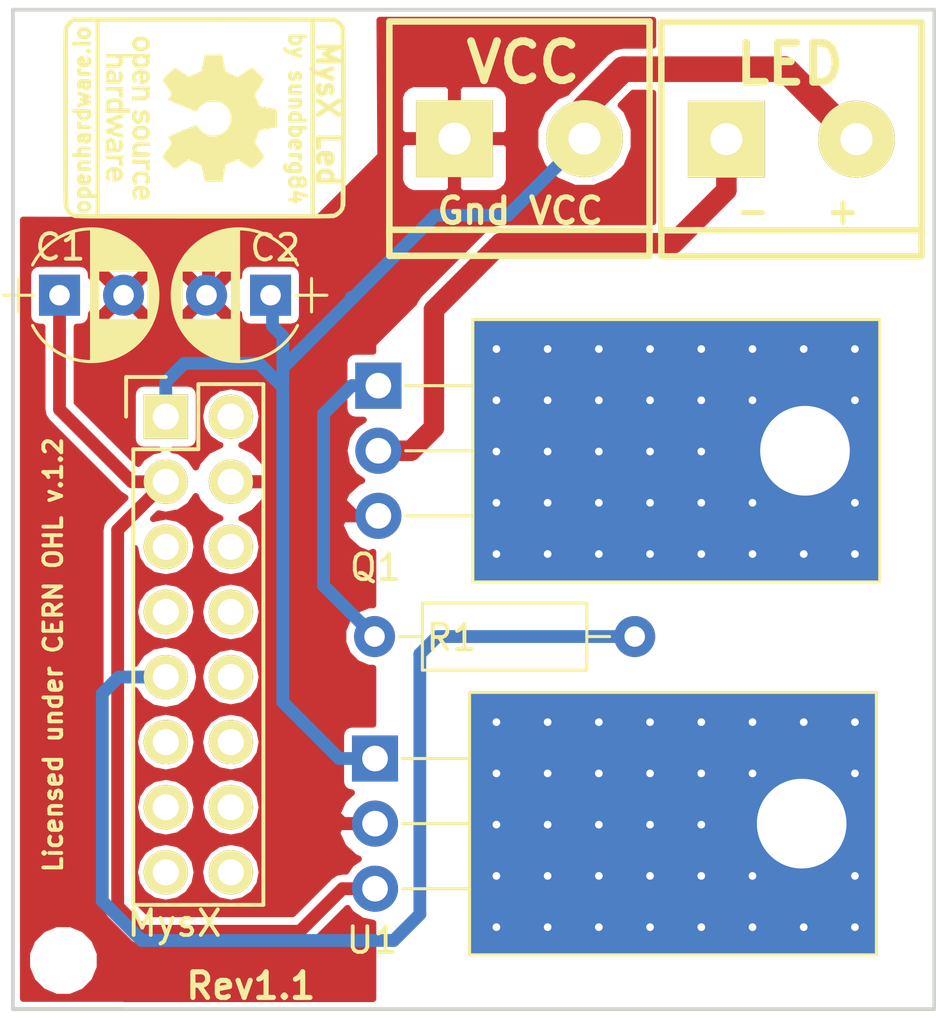
<source format=kicad_pcb>
(kicad_pcb (version 4) (host pcbnew 4.0.4-stable)

  (general
    (links 90)
    (no_connects 2)
    (area 124.874999 86.374999 161.005001 125.525001)
    (thickness 1.6)
    (drawings 12)
    (tracks 73)
    (zones 0)
    (modules 80)
    (nets 7)
  )

  (page A4)
  (layers
    (0 F.Cu signal)
    (31 B.Cu signal)
    (32 B.Adhes user)
    (33 F.Adhes user)
    (34 B.Paste user)
    (35 F.Paste user)
    (36 B.SilkS user)
    (37 F.SilkS user)
    (38 B.Mask user)
    (39 F.Mask user)
    (40 Dwgs.User user)
    (41 Cmts.User user)
    (42 Eco1.User user)
    (43 Eco2.User user)
    (44 Edge.Cuts user)
    (45 Margin user)
    (46 B.CrtYd user)
    (47 F.CrtYd user)
    (48 B.Fab user)
    (49 F.Fab user)
  )

  (setup
    (last_trace_width 0.25)
    (trace_clearance 0.2)
    (zone_clearance 0.2)
    (zone_45_only no)
    (trace_min 0.2)
    (segment_width 0.2)
    (edge_width 0.15)
    (via_size 0.6)
    (via_drill 0.4)
    (via_min_size 0.4)
    (via_min_drill 0.3)
    (uvia_size 0.3)
    (uvia_drill 0.1)
    (uvias_allowed no)
    (uvia_min_size 0.2)
    (uvia_min_drill 0.1)
    (pcb_text_width 0.3)
    (pcb_text_size 1.5 1.5)
    (mod_edge_width 0.15)
    (mod_text_size 1 1)
    (mod_text_width 0.15)
    (pad_size 3.5 3.5)
    (pad_drill 3.5)
    (pad_to_mask_clearance 0.2)
    (aux_axis_origin 0 0)
    (visible_elements 7FFFFFFF)
    (pcbplotparams
      (layerselection 0x010f0_80000001)
      (usegerberextensions false)
      (excludeedgelayer true)
      (linewidth 0.100000)
      (plotframeref false)
      (viasonmask false)
      (mode 1)
      (useauxorigin false)
      (hpglpennumber 1)
      (hpglpenspeed 20)
      (hpglpendiameter 15)
      (hpglpenoverlay 2)
      (psnegative false)
      (psa4output false)
      (plotreference true)
      (plotvalue true)
      (plotinvisibletext false)
      (padsonsilk false)
      (subtractmaskfromsilk false)
      (outputformat 1)
      (mirror false)
      (drillshape 0)
      (scaleselection 1)
      (outputdirectory Gerber/))
  )

  (net 0 "")
  (net 1 GND)
  (net 2 12v)
  (net 3 +5V)
  (net 4 LED1)
  (net 5 12vLed)
  (net 6 "Net-(Q1-Pad1)")

  (net_class Default "This is the default net class."
    (clearance 0.2)
    (trace_width 0.25)
    (via_dia 0.6)
    (via_drill 0.4)
    (uvia_dia 0.3)
    (uvia_drill 0.1)
  )

  (net_class GND ""
    (clearance 0.3)
    (trace_width 0.5)
    (via_dia 0.6)
    (via_drill 0.4)
    (uvia_dia 0.3)
    (uvia_drill 0.1)
    (add_net +5V)
    (add_net 12v)
    (add_net 12vLed)
    (add_net GND)
    (add_net LED1)
    (add_net "Net-(Q1-Pad1)")
  )

  (module ASKicadLib:Via_0,6 (layer F.Cu) (tedit 5A70DE4C) (tstamp 5A70E2FE)
    (at 143.83 114.25)
    (fp_text reference "" (at 0.075 1.975) (layer F.SilkS) hide
      (effects (font (size 1 1) (thickness 0.15)))
    )
    (fp_text value "" (at -0.025 -1.875) (layer F.Fab) hide
      (effects (font (size 1 1) (thickness 0.15)))
    )
    (pad 1 thru_hole circle (at 0 0) (size 0.6 0.6) (drill 0.3) (layers *.Cu)
      (net 1 GND) (zone_connect 2))
  )

  (module ASKicadLib:Via_0,6 (layer F.Cu) (tedit 5A70DE4C) (tstamp 5A70E2FA)
    (at 145.83 114.25)
    (fp_text reference "" (at 0.075 1.975) (layer F.SilkS) hide
      (effects (font (size 1 1) (thickness 0.15)))
    )
    (fp_text value "" (at -0.025 -1.875) (layer F.Fab) hide
      (effects (font (size 1 1) (thickness 0.15)))
    )
    (pad 1 thru_hole circle (at 0 0) (size 0.6 0.6) (drill 0.3) (layers *.Cu)
      (net 1 GND) (zone_connect 2))
  )

  (module ASKicadLib:Via_0,6 (layer F.Cu) (tedit 5A70DE4C) (tstamp 5A70E2F6)
    (at 147.83 114.25)
    (fp_text reference "" (at 0.075 1.975) (layer F.SilkS) hide
      (effects (font (size 1 1) (thickness 0.15)))
    )
    (fp_text value "" (at -0.025 -1.875) (layer F.Fab) hide
      (effects (font (size 1 1) (thickness 0.15)))
    )
    (pad 1 thru_hole circle (at 0 0) (size 0.6 0.6) (drill 0.3) (layers *.Cu)
      (net 1 GND) (zone_connect 2))
  )

  (module ASKicadLib:Via_0,6 (layer F.Cu) (tedit 5A70DE4C) (tstamp 5A70E2F2)
    (at 149.83 114.25)
    (fp_text reference "" (at 0.075 1.975) (layer F.SilkS) hide
      (effects (font (size 1 1) (thickness 0.15)))
    )
    (fp_text value "" (at -0.025 -1.875) (layer F.Fab) hide
      (effects (font (size 1 1) (thickness 0.15)))
    )
    (pad 1 thru_hole circle (at 0 0) (size 0.6 0.6) (drill 0.3) (layers *.Cu)
      (net 1 GND) (zone_connect 2))
  )

  (module ASKicadLib:Via_0,6 (layer F.Cu) (tedit 5A70DE4C) (tstamp 5A70E2EE)
    (at 151.83 114.25)
    (fp_text reference "" (at 0.075 1.975) (layer F.SilkS) hide
      (effects (font (size 1 1) (thickness 0.15)))
    )
    (fp_text value "" (at -0.025 -1.875) (layer F.Fab) hide
      (effects (font (size 1 1) (thickness 0.15)))
    )
    (pad 1 thru_hole circle (at 0 0) (size 0.6 0.6) (drill 0.3) (layers *.Cu)
      (net 1 GND) (zone_connect 2))
  )

  (module ASKicadLib:Via_0,6 (layer F.Cu) (tedit 5A70DE4C) (tstamp 5A70E2EA)
    (at 153.83 114.25)
    (fp_text reference "" (at 0.075 1.975) (layer F.SilkS) hide
      (effects (font (size 1 1) (thickness 0.15)))
    )
    (fp_text value "" (at -0.025 -1.875) (layer F.Fab) hide
      (effects (font (size 1 1) (thickness 0.15)))
    )
    (pad 1 thru_hole circle (at 0 0) (size 0.6 0.6) (drill 0.3) (layers *.Cu)
      (net 1 GND) (zone_connect 2))
  )

  (module ASKicadLib:Via_0,6 (layer F.Cu) (tedit 5A70DE4C) (tstamp 5A70E2E6)
    (at 155.83 114.25)
    (fp_text reference "" (at 0.075 1.975) (layer F.SilkS) hide
      (effects (font (size 1 1) (thickness 0.15)))
    )
    (fp_text value "" (at -0.025 -1.875) (layer F.Fab) hide
      (effects (font (size 1 1) (thickness 0.15)))
    )
    (pad 1 thru_hole circle (at 0 0) (size 0.6 0.6) (drill 0.3) (layers *.Cu)
      (net 1 GND) (zone_connect 2))
  )

  (module ASKicadLib:Via_0,6 (layer F.Cu) (tedit 5A70DE4C) (tstamp 5A70E2E2)
    (at 157.83 114.25)
    (fp_text reference "" (at 0.075 1.975) (layer F.SilkS) hide
      (effects (font (size 1 1) (thickness 0.15)))
    )
    (fp_text value "" (at -0.025 -1.875) (layer F.Fab) hide
      (effects (font (size 1 1) (thickness 0.15)))
    )
    (pad 1 thru_hole circle (at 0 0) (size 0.6 0.6) (drill 0.3) (layers *.Cu)
      (net 1 GND) (zone_connect 2))
  )

  (module ASKicadLib:Via_0,6 (layer F.Cu) (tedit 5A70DE4C) (tstamp 5A70E2DE)
    (at 143.83 116.25)
    (fp_text reference "" (at 0.075 1.975) (layer F.SilkS) hide
      (effects (font (size 1 1) (thickness 0.15)))
    )
    (fp_text value "" (at -0.025 -1.875) (layer F.Fab) hide
      (effects (font (size 1 1) (thickness 0.15)))
    )
    (pad 1 thru_hole circle (at 0 0) (size 0.6 0.6) (drill 0.3) (layers *.Cu)
      (net 1 GND) (zone_connect 2))
  )

  (module ASKicadLib:Via_0,6 (layer F.Cu) (tedit 5A70DE4C) (tstamp 5A70E2DA)
    (at 145.83 116.25)
    (fp_text reference "" (at 0.075 1.975) (layer F.SilkS) hide
      (effects (font (size 1 1) (thickness 0.15)))
    )
    (fp_text value "" (at -0.025 -1.875) (layer F.Fab) hide
      (effects (font (size 1 1) (thickness 0.15)))
    )
    (pad 1 thru_hole circle (at 0 0) (size 0.6 0.6) (drill 0.3) (layers *.Cu)
      (net 1 GND) (zone_connect 2))
  )

  (module ASKicadLib:Via_0,6 (layer F.Cu) (tedit 5A70DE4C) (tstamp 5A70E2D6)
    (at 147.83 116.25)
    (fp_text reference "" (at 0.075 1.975) (layer F.SilkS) hide
      (effects (font (size 1 1) (thickness 0.15)))
    )
    (fp_text value "" (at -0.025 -1.875) (layer F.Fab) hide
      (effects (font (size 1 1) (thickness 0.15)))
    )
    (pad 1 thru_hole circle (at 0 0) (size 0.6 0.6) (drill 0.3) (layers *.Cu)
      (net 1 GND) (zone_connect 2))
  )

  (module ASKicadLib:Via_0,6 (layer F.Cu) (tedit 5A70DE4C) (tstamp 5A70E2D2)
    (at 149.83 116.25)
    (fp_text reference "" (at 0.075 1.975) (layer F.SilkS) hide
      (effects (font (size 1 1) (thickness 0.15)))
    )
    (fp_text value "" (at -0.025 -1.875) (layer F.Fab) hide
      (effects (font (size 1 1) (thickness 0.15)))
    )
    (pad 1 thru_hole circle (at 0 0) (size 0.6 0.6) (drill 0.3) (layers *.Cu)
      (net 1 GND) (zone_connect 2))
  )

  (module ASKicadLib:Via_0,6 (layer F.Cu) (tedit 5A70DE4C) (tstamp 5A70E2CE)
    (at 151.83 116.25)
    (fp_text reference "" (at 0.075 1.975) (layer F.SilkS) hide
      (effects (font (size 1 1) (thickness 0.15)))
    )
    (fp_text value "" (at -0.025 -1.875) (layer F.Fab) hide
      (effects (font (size 1 1) (thickness 0.15)))
    )
    (pad 1 thru_hole circle (at 0 0) (size 0.6 0.6) (drill 0.3) (layers *.Cu)
      (net 1 GND) (zone_connect 2))
  )

  (module ASKicadLib:Via_0,6 (layer F.Cu) (tedit 5A70DE4C) (tstamp 5A70E2CA)
    (at 153.83 116.25)
    (fp_text reference "" (at 0.075 1.975) (layer F.SilkS) hide
      (effects (font (size 1 1) (thickness 0.15)))
    )
    (fp_text value "" (at -0.025 -1.875) (layer F.Fab) hide
      (effects (font (size 1 1) (thickness 0.15)))
    )
    (pad 1 thru_hole circle (at 0 0) (size 0.6 0.6) (drill 0.3) (layers *.Cu)
      (net 1 GND) (zone_connect 2))
  )

  (module ASKicadLib:Via_0,6 (layer F.Cu) (tedit 5A70DE4C) (tstamp 5A70E2C6)
    (at 157.83 116.25)
    (fp_text reference "" (at 0.075 1.975) (layer F.SilkS) hide
      (effects (font (size 1 1) (thickness 0.15)))
    )
    (fp_text value "" (at -0.025 -1.875) (layer F.Fab) hide
      (effects (font (size 1 1) (thickness 0.15)))
    )
    (pad 1 thru_hole circle (at 0 0) (size 0.6 0.6) (drill 0.3) (layers *.Cu)
      (net 1 GND) (zone_connect 2))
  )

  (module ASKicadLib:Via_0,6 (layer F.Cu) (tedit 5A70DE4C) (tstamp 5A70E2C2)
    (at 143.83 118.25)
    (fp_text reference "" (at 0.075 1.975) (layer F.SilkS) hide
      (effects (font (size 1 1) (thickness 0.15)))
    )
    (fp_text value "" (at -0.025 -1.875) (layer F.Fab) hide
      (effects (font (size 1 1) (thickness 0.15)))
    )
    (pad 1 thru_hole circle (at 0 0) (size 0.6 0.6) (drill 0.3) (layers *.Cu)
      (net 1 GND) (zone_connect 2))
  )

  (module ASKicadLib:Via_0,6 (layer F.Cu) (tedit 5A70DE4C) (tstamp 5A70E2BE)
    (at 145.83 118.25)
    (fp_text reference "" (at 0.075 1.975) (layer F.SilkS) hide
      (effects (font (size 1 1) (thickness 0.15)))
    )
    (fp_text value "" (at -0.025 -1.875) (layer F.Fab) hide
      (effects (font (size 1 1) (thickness 0.15)))
    )
    (pad 1 thru_hole circle (at 0 0) (size 0.6 0.6) (drill 0.3) (layers *.Cu)
      (net 1 GND) (zone_connect 2))
  )

  (module ASKicadLib:Via_0,6 (layer F.Cu) (tedit 5A70DE4C) (tstamp 5A70E2BA)
    (at 147.83 118.25)
    (fp_text reference "" (at 0.075 1.975) (layer F.SilkS) hide
      (effects (font (size 1 1) (thickness 0.15)))
    )
    (fp_text value "" (at -0.025 -1.875) (layer F.Fab) hide
      (effects (font (size 1 1) (thickness 0.15)))
    )
    (pad 1 thru_hole circle (at 0 0) (size 0.6 0.6) (drill 0.3) (layers *.Cu)
      (net 1 GND) (zone_connect 2))
  )

  (module ASKicadLib:Via_0,6 (layer F.Cu) (tedit 5A70DE4C) (tstamp 5A70E2B6)
    (at 149.83 118.25)
    (fp_text reference "" (at 0.075 1.975) (layer F.SilkS) hide
      (effects (font (size 1 1) (thickness 0.15)))
    )
    (fp_text value "" (at -0.025 -1.875) (layer F.Fab) hide
      (effects (font (size 1 1) (thickness 0.15)))
    )
    (pad 1 thru_hole circle (at 0 0) (size 0.6 0.6) (drill 0.3) (layers *.Cu)
      (net 1 GND) (zone_connect 2))
  )

  (module ASKicadLib:Via_0,6 (layer F.Cu) (tedit 5A70DE4C) (tstamp 5A70E2B2)
    (at 151.83 118.25)
    (fp_text reference "" (at 0.075 1.975) (layer F.SilkS) hide
      (effects (font (size 1 1) (thickness 0.15)))
    )
    (fp_text value "" (at -0.025 -1.875) (layer F.Fab) hide
      (effects (font (size 1 1) (thickness 0.15)))
    )
    (pad 1 thru_hole circle (at 0 0) (size 0.6 0.6) (drill 0.3) (layers *.Cu)
      (net 1 GND) (zone_connect 2))
  )

  (module ASKicadLib:Via_0,6 (layer F.Cu) (tedit 5A70DE4C) (tstamp 5A70E2AE)
    (at 143.83 120.25)
    (fp_text reference "" (at 0.075 1.975) (layer F.SilkS) hide
      (effects (font (size 1 1) (thickness 0.15)))
    )
    (fp_text value "" (at -0.025 -1.875) (layer F.Fab) hide
      (effects (font (size 1 1) (thickness 0.15)))
    )
    (pad 1 thru_hole circle (at 0 0) (size 0.6 0.6) (drill 0.3) (layers *.Cu)
      (net 1 GND) (zone_connect 2))
  )

  (module ASKicadLib:Via_0,6 (layer F.Cu) (tedit 5A70DE4C) (tstamp 5A70E2AA)
    (at 145.83 120.25)
    (fp_text reference "" (at 0.075 1.975) (layer F.SilkS) hide
      (effects (font (size 1 1) (thickness 0.15)))
    )
    (fp_text value "" (at -0.025 -1.875) (layer F.Fab) hide
      (effects (font (size 1 1) (thickness 0.15)))
    )
    (pad 1 thru_hole circle (at 0 0) (size 0.6 0.6) (drill 0.3) (layers *.Cu)
      (net 1 GND) (zone_connect 2))
  )

  (module ASKicadLib:Via_0,6 (layer F.Cu) (tedit 5A70DE4C) (tstamp 5A70E2A6)
    (at 147.83 120.25)
    (fp_text reference "" (at 0.075 1.975) (layer F.SilkS) hide
      (effects (font (size 1 1) (thickness 0.15)))
    )
    (fp_text value "" (at -0.025 -1.875) (layer F.Fab) hide
      (effects (font (size 1 1) (thickness 0.15)))
    )
    (pad 1 thru_hole circle (at 0 0) (size 0.6 0.6) (drill 0.3) (layers *.Cu)
      (net 1 GND) (zone_connect 2))
  )

  (module ASKicadLib:Via_0,6 (layer F.Cu) (tedit 5A70DE4C) (tstamp 5A70E2A2)
    (at 149.83 120.25)
    (fp_text reference "" (at 0.075 1.975) (layer F.SilkS) hide
      (effects (font (size 1 1) (thickness 0.15)))
    )
    (fp_text value "" (at -0.025 -1.875) (layer F.Fab) hide
      (effects (font (size 1 1) (thickness 0.15)))
    )
    (pad 1 thru_hole circle (at 0 0) (size 0.6 0.6) (drill 0.3) (layers *.Cu)
      (net 1 GND) (zone_connect 2))
  )

  (module ASKicadLib:Via_0,6 (layer F.Cu) (tedit 5A70DE4C) (tstamp 5A70E29E)
    (at 151.83 120.25)
    (fp_text reference "" (at 0.075 1.975) (layer F.SilkS) hide
      (effects (font (size 1 1) (thickness 0.15)))
    )
    (fp_text value "" (at -0.025 -1.875) (layer F.Fab) hide
      (effects (font (size 1 1) (thickness 0.15)))
    )
    (pad 1 thru_hole circle (at 0 0) (size 0.6 0.6) (drill 0.3) (layers *.Cu)
      (net 1 GND) (zone_connect 2))
  )

  (module ASKicadLib:Via_0,6 (layer F.Cu) (tedit 5A70DE4C) (tstamp 5A70E29A)
    (at 153.83 120.25)
    (fp_text reference "" (at 0.075 1.975) (layer F.SilkS) hide
      (effects (font (size 1 1) (thickness 0.15)))
    )
    (fp_text value "" (at -0.025 -1.875) (layer F.Fab) hide
      (effects (font (size 1 1) (thickness 0.15)))
    )
    (pad 1 thru_hole circle (at 0 0) (size 0.6 0.6) (drill 0.3) (layers *.Cu)
      (net 1 GND) (zone_connect 2))
  )

  (module ASKicadLib:Via_0,6 (layer F.Cu) (tedit 5A70DE4C) (tstamp 5A70E296)
    (at 157.83 120.25)
    (fp_text reference "" (at 0.075 1.975) (layer F.SilkS) hide
      (effects (font (size 1 1) (thickness 0.15)))
    )
    (fp_text value "" (at -0.025 -1.875) (layer F.Fab) hide
      (effects (font (size 1 1) (thickness 0.15)))
    )
    (pad 1 thru_hole circle (at 0 0) (size 0.6 0.6) (drill 0.3) (layers *.Cu)
      (net 1 GND) (zone_connect 2))
  )

  (module ASKicadLib:Via_0,6 (layer F.Cu) (tedit 5A70DE4C) (tstamp 5A70E292)
    (at 143.83 122.25)
    (fp_text reference "" (at 0.075 1.975) (layer F.SilkS) hide
      (effects (font (size 1 1) (thickness 0.15)))
    )
    (fp_text value "" (at -0.025 -1.875) (layer F.Fab) hide
      (effects (font (size 1 1) (thickness 0.15)))
    )
    (pad 1 thru_hole circle (at 0 0) (size 0.6 0.6) (drill 0.3) (layers *.Cu)
      (net 1 GND) (zone_connect 2))
  )

  (module ASKicadLib:Via_0,6 (layer F.Cu) (tedit 5A70DE4C) (tstamp 5A70E28E)
    (at 145.83 122.25)
    (fp_text reference "" (at 0.075 1.975) (layer F.SilkS) hide
      (effects (font (size 1 1) (thickness 0.15)))
    )
    (fp_text value "" (at -0.025 -1.875) (layer F.Fab) hide
      (effects (font (size 1 1) (thickness 0.15)))
    )
    (pad 1 thru_hole circle (at 0 0) (size 0.6 0.6) (drill 0.3) (layers *.Cu)
      (net 1 GND) (zone_connect 2))
  )

  (module ASKicadLib:Via_0,6 (layer F.Cu) (tedit 5A70DE4C) (tstamp 5A70E28A)
    (at 147.83 122.25)
    (fp_text reference "" (at 0.075 1.975) (layer F.SilkS) hide
      (effects (font (size 1 1) (thickness 0.15)))
    )
    (fp_text value "" (at -0.025 -1.875) (layer F.Fab) hide
      (effects (font (size 1 1) (thickness 0.15)))
    )
    (pad 1 thru_hole circle (at 0 0) (size 0.6 0.6) (drill 0.3) (layers *.Cu)
      (net 1 GND) (zone_connect 2))
  )

  (module ASKicadLib:Via_0,6 (layer F.Cu) (tedit 5A70DE4C) (tstamp 5A70E286)
    (at 149.83 122.25)
    (fp_text reference "" (at 0.075 1.975) (layer F.SilkS) hide
      (effects (font (size 1 1) (thickness 0.15)))
    )
    (fp_text value "" (at -0.025 -1.875) (layer F.Fab) hide
      (effects (font (size 1 1) (thickness 0.15)))
    )
    (pad 1 thru_hole circle (at 0 0) (size 0.6 0.6) (drill 0.3) (layers *.Cu)
      (net 1 GND) (zone_connect 2))
  )

  (module ASKicadLib:Via_0,6 (layer F.Cu) (tedit 5A70DE4C) (tstamp 5A70E282)
    (at 151.83 122.25)
    (fp_text reference "" (at 0.075 1.975) (layer F.SilkS) hide
      (effects (font (size 1 1) (thickness 0.15)))
    )
    (fp_text value "" (at -0.025 -1.875) (layer F.Fab) hide
      (effects (font (size 1 1) (thickness 0.15)))
    )
    (pad 1 thru_hole circle (at 0 0) (size 0.6 0.6) (drill 0.3) (layers *.Cu)
      (net 1 GND) (zone_connect 2))
  )

  (module ASKicadLib:Via_0,6 (layer F.Cu) (tedit 5A70DE4C) (tstamp 5A70E27E)
    (at 153.83 122.25)
    (fp_text reference "" (at 0.075 1.975) (layer F.SilkS) hide
      (effects (font (size 1 1) (thickness 0.15)))
    )
    (fp_text value "" (at -0.025 -1.875) (layer F.Fab) hide
      (effects (font (size 1 1) (thickness 0.15)))
    )
    (pad 1 thru_hole circle (at 0 0) (size 0.6 0.6) (drill 0.3) (layers *.Cu)
      (net 1 GND) (zone_connect 2))
  )

  (module ASKicadLib:Via_0,6 (layer F.Cu) (tedit 5A70DE4C) (tstamp 5A70E27A)
    (at 155.83 122.25)
    (fp_text reference "" (at 0.075 1.975) (layer F.SilkS) hide
      (effects (font (size 1 1) (thickness 0.15)))
    )
    (fp_text value "" (at -0.025 -1.875) (layer F.Fab) hide
      (effects (font (size 1 1) (thickness 0.15)))
    )
    (pad 1 thru_hole circle (at 0 0) (size 0.6 0.6) (drill 0.3) (layers *.Cu)
      (net 1 GND) (zone_connect 2))
  )

  (module ASKicadLib:Via_0,6 (layer F.Cu) (tedit 5A70DE4C) (tstamp 5A70E276)
    (at 157.83 122.25)
    (fp_text reference "" (at 0.075 1.975) (layer F.SilkS) hide
      (effects (font (size 1 1) (thickness 0.15)))
    )
    (fp_text value "" (at -0.025 -1.875) (layer F.Fab) hide
      (effects (font (size 1 1) (thickness 0.15)))
    )
    (pad 1 thru_hole circle (at 0 0) (size 0.6 0.6) (drill 0.3) (layers *.Cu)
      (net 1 GND) (zone_connect 2))
  )

  (module ASKicadLib:Via_0,6 (layer F.Cu) (tedit 5A70DE4C) (tstamp 5A70E268)
    (at 157.83 107.69)
    (fp_text reference "" (at 0.075 1.975) (layer F.SilkS) hide
      (effects (font (size 1 1) (thickness 0.15)))
    )
    (fp_text value "" (at -0.025 -1.875) (layer F.Fab) hide
      (effects (font (size 1 1) (thickness 0.15)))
    )
    (pad 1 thru_hole circle (at 0 0) (size 0.6 0.6) (drill 0.3) (layers *.Cu)
      (net 1 GND) (zone_connect 2))
  )

  (module ASKicadLib:Via_0,6 (layer F.Cu) (tedit 5A70DE4C) (tstamp 5A70E264)
    (at 155.83 107.69)
    (fp_text reference "" (at 0.075 1.975) (layer F.SilkS) hide
      (effects (font (size 1 1) (thickness 0.15)))
    )
    (fp_text value "" (at -0.025 -1.875) (layer F.Fab) hide
      (effects (font (size 1 1) (thickness 0.15)))
    )
    (pad 1 thru_hole circle (at 0 0) (size 0.6 0.6) (drill 0.3) (layers *.Cu)
      (net 1 GND) (zone_connect 2))
  )

  (module ASKicadLib:Via_0,6 (layer F.Cu) (tedit 5A70DE4C) (tstamp 5A70E260)
    (at 153.83 107.69)
    (fp_text reference "" (at 0.075 1.975) (layer F.SilkS) hide
      (effects (font (size 1 1) (thickness 0.15)))
    )
    (fp_text value "" (at -0.025 -1.875) (layer F.Fab) hide
      (effects (font (size 1 1) (thickness 0.15)))
    )
    (pad 1 thru_hole circle (at 0 0) (size 0.6 0.6) (drill 0.3) (layers *.Cu)
      (net 1 GND) (zone_connect 2))
  )

  (module ASKicadLib:Via_0,6 (layer F.Cu) (tedit 5A70DE4C) (tstamp 5A70E25C)
    (at 151.83 107.69)
    (fp_text reference "" (at 0.075 1.975) (layer F.SilkS) hide
      (effects (font (size 1 1) (thickness 0.15)))
    )
    (fp_text value "" (at -0.025 -1.875) (layer F.Fab) hide
      (effects (font (size 1 1) (thickness 0.15)))
    )
    (pad 1 thru_hole circle (at 0 0) (size 0.6 0.6) (drill 0.3) (layers *.Cu)
      (net 1 GND) (zone_connect 2))
  )

  (module ASKicadLib:Via_0,6 (layer F.Cu) (tedit 5A70DE4C) (tstamp 5A70E258)
    (at 149.83 107.69)
    (fp_text reference "" (at 0.075 1.975) (layer F.SilkS) hide
      (effects (font (size 1 1) (thickness 0.15)))
    )
    (fp_text value "" (at -0.025 -1.875) (layer F.Fab) hide
      (effects (font (size 1 1) (thickness 0.15)))
    )
    (pad 1 thru_hole circle (at 0 0) (size 0.6 0.6) (drill 0.3) (layers *.Cu)
      (net 1 GND) (zone_connect 2))
  )

  (module ASKicadLib:Via_0,6 (layer F.Cu) (tedit 5A70DE4C) (tstamp 5A70E254)
    (at 147.83 107.69)
    (fp_text reference "" (at 0.075 1.975) (layer F.SilkS) hide
      (effects (font (size 1 1) (thickness 0.15)))
    )
    (fp_text value "" (at -0.025 -1.875) (layer F.Fab) hide
      (effects (font (size 1 1) (thickness 0.15)))
    )
    (pad 1 thru_hole circle (at 0 0) (size 0.6 0.6) (drill 0.3) (layers *.Cu)
      (net 1 GND) (zone_connect 2))
  )

  (module ASKicadLib:Via_0,6 (layer F.Cu) (tedit 5A70DE4C) (tstamp 5A70E250)
    (at 145.83 107.69)
    (fp_text reference "" (at 0.075 1.975) (layer F.SilkS) hide
      (effects (font (size 1 1) (thickness 0.15)))
    )
    (fp_text value "" (at -0.025 -1.875) (layer F.Fab) hide
      (effects (font (size 1 1) (thickness 0.15)))
    )
    (pad 1 thru_hole circle (at 0 0) (size 0.6 0.6) (drill 0.3) (layers *.Cu)
      (net 1 GND) (zone_connect 2))
  )

  (module ASKicadLib:Via_0,6 (layer F.Cu) (tedit 5A70DE4C) (tstamp 5A70E24C)
    (at 143.83 107.69)
    (fp_text reference "" (at 0.075 1.975) (layer F.SilkS) hide
      (effects (font (size 1 1) (thickness 0.15)))
    )
    (fp_text value "" (at -0.025 -1.875) (layer F.Fab) hide
      (effects (font (size 1 1) (thickness 0.15)))
    )
    (pad 1 thru_hole circle (at 0 0) (size 0.6 0.6) (drill 0.3) (layers *.Cu)
      (net 1 GND) (zone_connect 2))
  )

  (module ASKicadLib:Via_0,6 (layer F.Cu) (tedit 5A70DE4C) (tstamp 5A70E248)
    (at 157.83 105.69)
    (fp_text reference "" (at 0.075 1.975) (layer F.SilkS) hide
      (effects (font (size 1 1) (thickness 0.15)))
    )
    (fp_text value "" (at -0.025 -1.875) (layer F.Fab) hide
      (effects (font (size 1 1) (thickness 0.15)))
    )
    (pad 1 thru_hole circle (at 0 0) (size 0.6 0.6) (drill 0.3) (layers *.Cu)
      (net 1 GND) (zone_connect 2))
  )

  (module ASKicadLib:Via_0,6 (layer F.Cu) (tedit 5A70DE4C) (tstamp 5A70E240)
    (at 153.83 105.69)
    (fp_text reference "" (at 0.075 1.975) (layer F.SilkS) hide
      (effects (font (size 1 1) (thickness 0.15)))
    )
    (fp_text value "" (at -0.025 -1.875) (layer F.Fab) hide
      (effects (font (size 1 1) (thickness 0.15)))
    )
    (pad 1 thru_hole circle (at 0 0) (size 0.6 0.6) (drill 0.3) (layers *.Cu)
      (net 1 GND) (zone_connect 2))
  )

  (module ASKicadLib:Via_0,6 (layer F.Cu) (tedit 5A70DE4C) (tstamp 5A70E23C)
    (at 151.83 105.69)
    (fp_text reference "" (at 0.075 1.975) (layer F.SilkS) hide
      (effects (font (size 1 1) (thickness 0.15)))
    )
    (fp_text value "" (at -0.025 -1.875) (layer F.Fab) hide
      (effects (font (size 1 1) (thickness 0.15)))
    )
    (pad 1 thru_hole circle (at 0 0) (size 0.6 0.6) (drill 0.3) (layers *.Cu)
      (net 1 GND) (zone_connect 2))
  )

  (module ASKicadLib:Via_0,6 (layer F.Cu) (tedit 5A70DE4C) (tstamp 5A70E238)
    (at 149.83 105.69)
    (fp_text reference "" (at 0.075 1.975) (layer F.SilkS) hide
      (effects (font (size 1 1) (thickness 0.15)))
    )
    (fp_text value "" (at -0.025 -1.875) (layer F.Fab) hide
      (effects (font (size 1 1) (thickness 0.15)))
    )
    (pad 1 thru_hole circle (at 0 0) (size 0.6 0.6) (drill 0.3) (layers *.Cu)
      (net 1 GND) (zone_connect 2))
  )

  (module ASKicadLib:Via_0,6 (layer F.Cu) (tedit 5A70DE4C) (tstamp 5A70E234)
    (at 147.83 105.69)
    (fp_text reference "" (at 0.075 1.975) (layer F.SilkS) hide
      (effects (font (size 1 1) (thickness 0.15)))
    )
    (fp_text value "" (at -0.025 -1.875) (layer F.Fab) hide
      (effects (font (size 1 1) (thickness 0.15)))
    )
    (pad 1 thru_hole circle (at 0 0) (size 0.6 0.6) (drill 0.3) (layers *.Cu)
      (net 1 GND) (zone_connect 2))
  )

  (module ASKicadLib:Via_0,6 (layer F.Cu) (tedit 5A70DE4C) (tstamp 5A70E230)
    (at 145.83 105.69)
    (fp_text reference "" (at 0.075 1.975) (layer F.SilkS) hide
      (effects (font (size 1 1) (thickness 0.15)))
    )
    (fp_text value "" (at -0.025 -1.875) (layer F.Fab) hide
      (effects (font (size 1 1) (thickness 0.15)))
    )
    (pad 1 thru_hole circle (at 0 0) (size 0.6 0.6) (drill 0.3) (layers *.Cu)
      (net 1 GND) (zone_connect 2))
  )

  (module ASKicadLib:Via_0,6 (layer F.Cu) (tedit 5A70DE4C) (tstamp 5A70E22C)
    (at 143.83 105.69)
    (fp_text reference "" (at 0.075 1.975) (layer F.SilkS) hide
      (effects (font (size 1 1) (thickness 0.15)))
    )
    (fp_text value "" (at -0.025 -1.875) (layer F.Fab) hide
      (effects (font (size 1 1) (thickness 0.15)))
    )
    (pad 1 thru_hole circle (at 0 0) (size 0.6 0.6) (drill 0.3) (layers *.Cu)
      (net 1 GND) (zone_connect 2))
  )

  (module ASKicadLib:Via_0,6 (layer F.Cu) (tedit 5A70DE4C) (tstamp 5A70E21C)
    (at 151.83 103.69)
    (fp_text reference "" (at 0.075 1.975) (layer F.SilkS) hide
      (effects (font (size 1 1) (thickness 0.15)))
    )
    (fp_text value "" (at -0.025 -1.875) (layer F.Fab) hide
      (effects (font (size 1 1) (thickness 0.15)))
    )
    (pad 1 thru_hole circle (at 0 0) (size 0.6 0.6) (drill 0.3) (layers *.Cu)
      (net 1 GND) (zone_connect 2))
  )

  (module ASKicadLib:Via_0,6 (layer F.Cu) (tedit 5A70DE4C) (tstamp 5A70E218)
    (at 149.83 103.69)
    (fp_text reference "" (at 0.075 1.975) (layer F.SilkS) hide
      (effects (font (size 1 1) (thickness 0.15)))
    )
    (fp_text value "" (at -0.025 -1.875) (layer F.Fab) hide
      (effects (font (size 1 1) (thickness 0.15)))
    )
    (pad 1 thru_hole circle (at 0 0) (size 0.6 0.6) (drill 0.3) (layers *.Cu)
      (net 1 GND) (zone_connect 2))
  )

  (module ASKicadLib:Via_0,6 (layer F.Cu) (tedit 5A70DE4C) (tstamp 5A70E214)
    (at 147.83 103.69)
    (fp_text reference "" (at 0.075 1.975) (layer F.SilkS) hide
      (effects (font (size 1 1) (thickness 0.15)))
    )
    (fp_text value "" (at -0.025 -1.875) (layer F.Fab) hide
      (effects (font (size 1 1) (thickness 0.15)))
    )
    (pad 1 thru_hole circle (at 0 0) (size 0.6 0.6) (drill 0.3) (layers *.Cu)
      (net 1 GND) (zone_connect 2))
  )

  (module ASKicadLib:Via_0,6 (layer F.Cu) (tedit 5A70DE4C) (tstamp 5A70E210)
    (at 145.83 103.69)
    (fp_text reference "" (at 0.075 1.975) (layer F.SilkS) hide
      (effects (font (size 1 1) (thickness 0.15)))
    )
    (fp_text value "" (at -0.025 -1.875) (layer F.Fab) hide
      (effects (font (size 1 1) (thickness 0.15)))
    )
    (pad 1 thru_hole circle (at 0 0) (size 0.6 0.6) (drill 0.3) (layers *.Cu)
      (net 1 GND) (zone_connect 2))
  )

  (module ASKicadLib:Via_0,6 (layer F.Cu) (tedit 5A70DE4C) (tstamp 5A70E20C)
    (at 143.83 103.69)
    (fp_text reference "" (at 0.075 1.975) (layer F.SilkS) hide
      (effects (font (size 1 1) (thickness 0.15)))
    )
    (fp_text value "" (at -0.025 -1.875) (layer F.Fab) hide
      (effects (font (size 1 1) (thickness 0.15)))
    )
    (pad 1 thru_hole circle (at 0 0) (size 0.6 0.6) (drill 0.3) (layers *.Cu)
      (net 1 GND) (zone_connect 2))
  )

  (module ASKicadLib:Via_0,6 (layer F.Cu) (tedit 5A70DE4C) (tstamp 5A70E208)
    (at 157.83 101.69)
    (fp_text reference "" (at 0.075 1.975) (layer F.SilkS) hide
      (effects (font (size 1 1) (thickness 0.15)))
    )
    (fp_text value "" (at -0.025 -1.875) (layer F.Fab) hide
      (effects (font (size 1 1) (thickness 0.15)))
    )
    (pad 1 thru_hole circle (at 0 0) (size 0.6 0.6) (drill 0.3) (layers *.Cu)
      (net 1 GND) (zone_connect 2))
  )

  (module ASKicadLib:Via_0,6 (layer F.Cu) (tedit 5A70DE4C) (tstamp 5A70E200)
    (at 153.83 101.69)
    (fp_text reference "" (at 0.075 1.975) (layer F.SilkS) hide
      (effects (font (size 1 1) (thickness 0.15)))
    )
    (fp_text value "" (at -0.025 -1.875) (layer F.Fab) hide
      (effects (font (size 1 1) (thickness 0.15)))
    )
    (pad 1 thru_hole circle (at 0 0) (size 0.6 0.6) (drill 0.3) (layers *.Cu)
      (net 1 GND) (zone_connect 2))
  )

  (module ASKicadLib:Via_0,6 (layer F.Cu) (tedit 5A70DE4C) (tstamp 5A70E1FC)
    (at 151.83 101.69)
    (fp_text reference "" (at 0.075 1.975) (layer F.SilkS) hide
      (effects (font (size 1 1) (thickness 0.15)))
    )
    (fp_text value "" (at -0.025 -1.875) (layer F.Fab) hide
      (effects (font (size 1 1) (thickness 0.15)))
    )
    (pad 1 thru_hole circle (at 0 0) (size 0.6 0.6) (drill 0.3) (layers *.Cu)
      (net 1 GND) (zone_connect 2))
  )

  (module ASKicadLib:Via_0,6 (layer F.Cu) (tedit 5A70DE4C) (tstamp 5A70E1F8)
    (at 149.83 101.69)
    (fp_text reference "" (at 0.075 1.975) (layer F.SilkS) hide
      (effects (font (size 1 1) (thickness 0.15)))
    )
    (fp_text value "" (at -0.025 -1.875) (layer F.Fab) hide
      (effects (font (size 1 1) (thickness 0.15)))
    )
    (pad 1 thru_hole circle (at 0 0) (size 0.6 0.6) (drill 0.3) (layers *.Cu)
      (net 1 GND) (zone_connect 2))
  )

  (module ASKicadLib:Via_0,6 (layer F.Cu) (tedit 5A70DE4C) (tstamp 5A70E1F4)
    (at 147.83 101.69)
    (fp_text reference "" (at 0.075 1.975) (layer F.SilkS) hide
      (effects (font (size 1 1) (thickness 0.15)))
    )
    (fp_text value "" (at -0.025 -1.875) (layer F.Fab) hide
      (effects (font (size 1 1) (thickness 0.15)))
    )
    (pad 1 thru_hole circle (at 0 0) (size 0.6 0.6) (drill 0.3) (layers *.Cu)
      (net 1 GND) (zone_connect 2))
  )

  (module ASKicadLib:Via_0,6 (layer F.Cu) (tedit 5A70DE4C) (tstamp 5A70E1F0)
    (at 145.83 101.69)
    (fp_text reference "" (at 0.075 1.975) (layer F.SilkS) hide
      (effects (font (size 1 1) (thickness 0.15)))
    )
    (fp_text value "" (at -0.025 -1.875) (layer F.Fab) hide
      (effects (font (size 1 1) (thickness 0.15)))
    )
    (pad 1 thru_hole circle (at 0 0) (size 0.6 0.6) (drill 0.3) (layers *.Cu)
      (net 1 GND) (zone_connect 2))
  )

  (module ASKicadLib:Via_0,6 (layer F.Cu) (tedit 5A70DE4C) (tstamp 5A70E1EC)
    (at 143.83 101.69)
    (fp_text reference "" (at 0.075 1.975) (layer F.SilkS) hide
      (effects (font (size 1 1) (thickness 0.15)))
    )
    (fp_text value "" (at -0.025 -1.875) (layer F.Fab) hide
      (effects (font (size 1 1) (thickness 0.15)))
    )
    (pad 1 thru_hole circle (at 0 0) (size 0.6 0.6) (drill 0.3) (layers *.Cu)
      (net 1 GND) (zone_connect 2))
  )

  (module ASKicadLib:Via_0,6 (layer F.Cu) (tedit 5A70DE4C) (tstamp 5A70E1E8)
    (at 157.83 99.69)
    (fp_text reference "" (at 0.075 1.975) (layer F.SilkS) hide
      (effects (font (size 1 1) (thickness 0.15)))
    )
    (fp_text value "" (at -0.025 -1.875) (layer F.Fab) hide
      (effects (font (size 1 1) (thickness 0.15)))
    )
    (pad 1 thru_hole circle (at 0 0) (size 0.6 0.6) (drill 0.3) (layers *.Cu)
      (net 1 GND) (zone_connect 2))
  )

  (module ASKicadLib:Via_0,6 (layer F.Cu) (tedit 5A70DE4C) (tstamp 5A70E1E4)
    (at 155.83 99.69)
    (fp_text reference "" (at 0.075 1.975) (layer F.SilkS) hide
      (effects (font (size 1 1) (thickness 0.15)))
    )
    (fp_text value "" (at -0.025 -1.875) (layer F.Fab) hide
      (effects (font (size 1 1) (thickness 0.15)))
    )
    (pad 1 thru_hole circle (at 0 0) (size 0.6 0.6) (drill 0.3) (layers *.Cu)
      (net 1 GND) (zone_connect 2))
  )

  (module ASKicadLib:Via_0,6 (layer F.Cu) (tedit 5A70DE4C) (tstamp 5A70E1E0)
    (at 153.83 99.69)
    (fp_text reference "" (at 0.075 1.975) (layer F.SilkS) hide
      (effects (font (size 1 1) (thickness 0.15)))
    )
    (fp_text value "" (at -0.025 -1.875) (layer F.Fab) hide
      (effects (font (size 1 1) (thickness 0.15)))
    )
    (pad 1 thru_hole circle (at 0 0) (size 0.6 0.6) (drill 0.3) (layers *.Cu)
      (net 1 GND) (zone_connect 2))
  )

  (module ASKicadLib:Via_0,6 (layer F.Cu) (tedit 5A70DE4C) (tstamp 5A70E1DC)
    (at 151.83 99.69)
    (fp_text reference "" (at 0.075 1.975) (layer F.SilkS) hide
      (effects (font (size 1 1) (thickness 0.15)))
    )
    (fp_text value "" (at -0.025 -1.875) (layer F.Fab) hide
      (effects (font (size 1 1) (thickness 0.15)))
    )
    (pad 1 thru_hole circle (at 0 0) (size 0.6 0.6) (drill 0.3) (layers *.Cu)
      (net 1 GND) (zone_connect 2))
  )

  (module ASKicadLib:Via_0,6 (layer F.Cu) (tedit 5A70DE4C) (tstamp 5A70E1D8)
    (at 149.83 99.69)
    (fp_text reference "" (at 0.075 1.975) (layer F.SilkS) hide
      (effects (font (size 1 1) (thickness 0.15)))
    )
    (fp_text value "" (at -0.025 -1.875) (layer F.Fab) hide
      (effects (font (size 1 1) (thickness 0.15)))
    )
    (pad 1 thru_hole circle (at 0 0) (size 0.6 0.6) (drill 0.3) (layers *.Cu)
      (net 1 GND) (zone_connect 2))
  )

  (module ASKicadLib:Via_0,6 (layer F.Cu) (tedit 5A70DE4C) (tstamp 5A70E1D4)
    (at 147.83 99.69)
    (fp_text reference "" (at 0.075 1.975) (layer F.SilkS) hide
      (effects (font (size 1 1) (thickness 0.15)))
    )
    (fp_text value "" (at -0.025 -1.875) (layer F.Fab) hide
      (effects (font (size 1 1) (thickness 0.15)))
    )
    (pad 1 thru_hole circle (at 0 0) (size 0.6 0.6) (drill 0.3) (layers *.Cu)
      (net 1 GND) (zone_connect 2))
  )

  (module ASKicadLib:Via_0,6 (layer F.Cu) (tedit 5A70DE4C) (tstamp 5A70E1D0)
    (at 145.83 99.69)
    (fp_text reference "" (at 0.075 1.975) (layer F.SilkS) hide
      (effects (font (size 1 1) (thickness 0.15)))
    )
    (fp_text value "" (at -0.025 -1.875) (layer F.Fab) hide
      (effects (font (size 1 1) (thickness 0.15)))
    )
    (pad 1 thru_hole circle (at 0 0) (size 0.6 0.6) (drill 0.3) (layers *.Cu)
      (net 1 GND) (zone_connect 2))
  )

  (module Resistors_ThroughHole:R_Axial_DIN0207_L6.3mm_D2.5mm_P10.16mm_Horizontal (layer F.Cu) (tedit 5A70E269) (tstamp 5A70CF69)
    (at 139.07 110.91)
    (descr "Resistor, Axial_DIN0207 series, Axial, Horizontal, pin pitch=10.16mm, 0.25W = 1/4W, length*diameter=6.3*2.5mm^2, http://cdn-reichelt.de/documents/datenblatt/B400/1_4W%23YAG.pdf")
    (tags "Resistor Axial_DIN0207 series Axial Horizontal pin pitch 10.16mm 0.25W = 1/4W length 6.3mm diameter 2.5mm")
    (path /5A70E4E1)
    (fp_text reference R1 (at 3.01 0.04 180) (layer F.SilkS)
      (effects (font (size 1 1) (thickness 0.15)))
    )
    (fp_text value R (at -20.1 -1.78) (layer F.Fab) hide
      (effects (font (size 1 1) (thickness 0.15)))
    )
    (fp_line (start 1.93 -1.25) (end 1.93 1.25) (layer F.Fab) (width 0.1))
    (fp_line (start 1.93 1.25) (end 8.23 1.25) (layer F.Fab) (width 0.1))
    (fp_line (start 8.23 1.25) (end 8.23 -1.25) (layer F.Fab) (width 0.1))
    (fp_line (start 8.23 -1.25) (end 1.93 -1.25) (layer F.Fab) (width 0.1))
    (fp_line (start 0 0) (end 1.93 0) (layer F.Fab) (width 0.1))
    (fp_line (start 10.16 0) (end 8.23 0) (layer F.Fab) (width 0.1))
    (fp_line (start 1.87 -1.31) (end 1.87 1.31) (layer F.SilkS) (width 0.12))
    (fp_line (start 1.87 1.31) (end 8.29 1.31) (layer F.SilkS) (width 0.12))
    (fp_line (start 8.29 1.31) (end 8.29 -1.31) (layer F.SilkS) (width 0.12))
    (fp_line (start 8.29 -1.31) (end 1.87 -1.31) (layer F.SilkS) (width 0.12))
    (fp_line (start 0.98 0) (end 1.87 0) (layer F.SilkS) (width 0.12))
    (fp_line (start 9.18 0) (end 8.29 0) (layer F.SilkS) (width 0.12))
    (fp_line (start -1.05 -1.6) (end -1.05 1.6) (layer F.CrtYd) (width 0.05))
    (fp_line (start -1.05 1.6) (end 11.25 1.6) (layer F.CrtYd) (width 0.05))
    (fp_line (start 11.25 1.6) (end 11.25 -1.6) (layer F.CrtYd) (width 0.05))
    (fp_line (start 11.25 -1.6) (end -1.05 -1.6) (layer F.CrtYd) (width 0.05))
    (pad 1 thru_hole circle (at 0 0) (size 1.6 1.6) (drill 0.8) (layers *.Cu *.Mask)
      (net 6 "Net-(Q1-Pad1)"))
    (pad 2 thru_hole oval (at 10.16 0) (size 1.6 1.6) (drill 0.8) (layers *.Cu *.Mask)
      (net 4 LED1))
    (model ${KISYS3DMOD}/Resistors_THT.3dshapes/R_Axial_DIN0207_L6.3mm_D2.5mm_P10.16mm_Horizontal.wrl
      (at (xyz 0 0 0))
      (scale (xyz 0.393701 0.393701 0.393701))
      (rotate (xyz 0 0 0))
    )
  )

  (module graphicslogo:OpenSourceLogo_1200x1200_Neg (layer F.Cu) (tedit 0) (tstamp 5A70D899)
    (at 132.44 90.66 270)
    (fp_text reference G*** (at 0 0 270) (layer F.SilkS) hide
      (effects (font (thickness 0.3)))
    )
    (fp_text value LOGO (at 0.75 0 270) (layer F.SilkS) hide
      (effects (font (thickness 0.3)))
    )
    (fp_poly (pts (xy 0.384227 -5.503222) (xy 0.764376 -5.502896) (xy 1.127829 -5.502366) (xy 1.472554 -5.501643)
      (xy 1.796517 -5.500737) (xy 2.097685 -5.499659) (xy 2.374024 -5.498421) (xy 2.623501 -5.497033)
      (xy 2.844083 -5.495505) (xy 3.033736 -5.49385) (xy 3.190428 -5.492077) (xy 3.312124 -5.490198)
      (xy 3.396792 -5.488223) (xy 3.442397 -5.486163) (xy 3.450167 -5.484872) (xy 3.468863 -5.470344)
      (xy 3.515594 -5.456432) (xy 3.534833 -5.452872) (xy 3.587766 -5.439786) (xy 3.617289 -5.423514)
      (xy 3.6195 -5.418417) (xy 3.635965 -5.398561) (xy 3.643495 -5.3975) (xy 3.676407 -5.381592)
      (xy 3.724147 -5.34048) (xy 3.777907 -5.284083) (xy 3.828882 -5.222318) (xy 3.868263 -5.165103)
      (xy 3.887094 -5.123153) (xy 3.901329 -5.078328) (xy 3.917954 -5.058859) (xy 3.918479 -5.058833)
      (xy 3.920248 -5.03794) (xy 3.921962 -4.976353) (xy 3.923615 -4.875711) (xy 3.9252 -4.737653)
      (xy 3.926712 -4.563819) (xy 3.928146 -4.355849) (xy 3.929494 -4.115381) (xy 3.93075 -3.844055)
      (xy 3.93191 -3.54351) (xy 3.932967 -3.215386) (xy 3.933914 -2.861321) (xy 3.934746 -2.482955)
      (xy 3.935458 -2.081928) (xy 3.936042 -1.659878) (xy 3.936493 -1.218446) (xy 3.936805 -0.759269)
      (xy 3.936972 -0.283988) (xy 3.937 0.010583) (xy 3.936924 0.494808) (xy 3.936698 0.963921)
      (xy 3.936331 1.41628) (xy 3.935826 1.850249) (xy 3.935191 2.264186) (xy 3.934432 2.656453)
      (xy 3.933553 3.025411) (xy 3.932562 3.36942) (xy 3.931464 3.686841) (xy 3.930265 3.976034)
      (xy 3.928971 4.235361) (xy 3.927589 4.463181) (xy 3.926124 4.657857) (xy 3.924582 4.817747)
      (xy 3.922969 4.941214) (xy 3.921292 5.026617) (xy 3.919555 5.072318) (xy 3.918479 5.08)
      (xy 3.902065 5.098339) (xy 3.887417 5.14284) (xy 3.886675 5.146414) (xy 3.861117 5.208836)
      (xy 3.820529 5.26182) (xy 3.784521 5.301168) (xy 3.767812 5.331209) (xy 3.767667 5.332989)
      (xy 3.750709 5.353052) (xy 3.738181 5.355167) (xy 3.705505 5.37224) (xy 3.696512 5.386917)
      (xy 3.673281 5.414982) (xy 3.660986 5.418667) (xy 3.628194 5.432311) (xy 3.605893 5.450417)
      (xy 3.561967 5.47392) (xy 3.512155 5.482167) (xy 3.468227 5.488435) (xy 3.450167 5.503333)
      (xy 3.42902 5.506479) (xy 3.36566 5.509374) (xy 3.260207 5.512019) (xy 3.112778 5.514411)
      (xy 2.923494 5.516551) (xy 2.692474 5.518438) (xy 2.419838 5.520072) (xy 2.105703 5.52145)
      (xy 1.750191 5.522573) (xy 1.353419 5.52344) (xy 0.915508 5.52405) (xy 0.436577 5.524403)
      (xy -0.010583 5.5245) (xy -0.408008 5.524388) (xy -0.790252 5.524061) (xy -1.155313 5.523529)
      (xy -1.501189 5.522802) (xy -1.825881 5.521891) (xy -2.127387 5.520807) (xy -2.403705 5.519562)
      (xy -2.652834 5.518164) (xy -2.872773 5.516626) (xy -3.061521 5.514957) (xy -3.217076 5.513169)
      (xy -3.337438 5.511272) (xy -3.420605 5.509278) (xy -3.464576 5.507196) (xy -3.471333 5.505979)
      (xy -3.489673 5.489565) (xy -3.534174 5.474917) (xy -3.537748 5.474175) (xy -3.601266 5.448341)
      (xy -3.65086 5.410505) (xy -3.697692 5.370106) (xy -3.741091 5.3463) (xy -3.779543 5.316469)
      (xy -3.797716 5.280325) (xy -3.814382 5.241049) (xy -3.830611 5.228167) (xy -3.84714 5.209666)
      (xy -3.862244 5.164138) (xy -3.864313 5.154083) (xy -3.878172 5.105244) (xy -3.894335 5.080687)
      (xy -3.897022 5.08) (xy -3.898878 5.059084) (xy -3.900667 4.997338) (xy -3.902386 4.896267)
      (xy -3.904027 4.757374) (xy -3.905586 4.582163) (xy -3.907056 4.372137) (xy -3.907721 4.2545)
      (xy -3.750263 4.2545) (xy -3.74309 4.683336) (xy -3.735917 5.112171) (xy -3.643406 5.201919)
      (xy -3.589634 5.249706) (xy -3.544368 5.28226) (xy -3.521698 5.291667) (xy -3.495196 5.303073)
      (xy -3.4925 5.311281) (xy -3.47507 5.332501) (xy -3.455458 5.340671) (xy -3.430547 5.341726)
      (xy -3.36555 5.342714) (xy -3.262718 5.343631) (xy -3.124297 5.344472) (xy -2.952538 5.345233)
      (xy -2.749688 5.345909) (xy -2.517996 5.346496) (xy -2.25971 5.346989) (xy -1.97708 5.347385)
      (xy -1.672353 5.347679) (xy -1.347778 5.347866) (xy -1.005603 5.347942) (xy -0.648078 5.347902)
      (xy -0.277451 5.347743) (xy 0.04057 5.347515) (xy 0.505181 5.347062) (xy 0.929085 5.346518)
      (xy 1.313907 5.345869) (xy 1.661274 5.3451) (xy 1.972812 5.344199) (xy 2.250146 5.343152)
      (xy 2.494902 5.341944) (xy 2.708707 5.340561) (xy 2.893186 5.338991) (xy 3.049965 5.337219)
      (xy 3.180671 5.335232) (xy 3.286928 5.333016) (xy 3.370364 5.330556) (xy 3.432604 5.32784)
      (xy 3.475274 5.324853) (xy 3.499999 5.321581) (xy 3.508376 5.318125) (xy 3.534077 5.293477)
      (xy 3.544628 5.291667) (xy 3.573493 5.277821) (xy 3.620476 5.241895) (xy 3.664573 5.201919)
      (xy 3.757083 5.112171) (xy 3.764256 4.683336) (xy 3.771429 4.2545) (xy -3.750263 4.2545)
      (xy -3.907721 4.2545) (xy -3.908433 4.128801) (xy -3.909711 3.853658) (xy -3.910884 3.548212)
      (xy -3.911946 3.213966) (xy -3.912893 2.852426) (xy -3.913718 2.465094) (xy -3.914415 2.053473)
      (xy -3.91498 1.619069) (xy -3.915407 1.163385) (xy -3.91569 0.687924) (xy -3.915823 0.19419)
      (xy -3.915833 0.010583) (xy -3.915757 -0.473642) (xy -3.915532 -0.942754) (xy -3.915164 -1.395114)
      (xy -3.91466 -1.829082) (xy -3.914025 -2.24302) (xy -3.913265 -2.635287) (xy -3.912387 -3.004245)
      (xy -3.911395 -3.348254) (xy -3.910297 -3.665674) (xy -3.909099 -3.954868) (xy -3.908238 -4.1275)
      (xy -3.7465 -4.1275) (xy -3.7465 4.106333) (xy 3.767667 4.106333) (xy 3.767667 -4.1275)
      (xy -3.7465 -4.1275) (xy -3.908238 -4.1275) (xy -3.907805 -4.214194) (xy -3.907304 -4.296833)
      (xy -3.749172 -4.296833) (xy 3.770339 -4.296833) (xy 3.763711 -4.68139) (xy 3.76032 -4.829009)
      (xy 3.755722 -4.938213) (xy 3.749588 -5.012912) (xy 3.741591 -5.057013) (xy 3.7314 -5.074426)
      (xy 3.730625 -5.074738) (xy 3.706075 -5.100703) (xy 3.704167 -5.111886) (xy 3.688949 -5.145929)
      (xy 3.65186 -5.19135) (xy 3.605748 -5.2353) (xy 3.563459 -5.264934) (xy 3.545552 -5.2705)
      (xy 3.513699 -5.28712) (xy 3.508375 -5.296958) (xy 3.48642 -5.300556) (xy 3.424828 -5.303916)
      (xy 3.326296 -5.30704) (xy 3.19352 -5.309927) (xy 3.029197 -5.312578) (xy 2.836023 -5.314992)
      (xy 2.616693 -5.317169) (xy 2.373905 -5.31911) (xy 2.110355 -5.320814) (xy 1.828738 -5.322281)
      (xy 1.531752 -5.323512) (xy 1.222092 -5.324506) (xy 0.902456 -5.325263) (xy 0.575538 -5.325784)
      (xy 0.244035 -5.326068) (xy -0.089356 -5.326115) (xy -0.421939 -5.325926) (xy -0.751017 -5.3255)
      (xy -1.073895 -5.324837) (xy -1.387877 -5.323938) (xy -1.690265 -5.322802) (xy -1.978364 -5.32143)
      (xy -2.249477 -5.319821) (xy -2.500908 -5.317975) (xy -2.729961 -5.315893) (xy -2.933939 -5.313573)
      (xy -3.110147 -5.311018) (xy -3.255887 -5.308225) (xy -3.368464 -5.305196) (xy -3.445181 -5.301931)
      (xy -3.483342 -5.298428) (xy -3.487208 -5.296958) (xy -3.513205 -5.272408) (xy -3.524386 -5.2705)
      (xy -3.558429 -5.255282) (xy -3.60385 -5.218194) (xy -3.6478 -5.172082) (xy -3.677434 -5.129793)
      (xy -3.683 -5.111886) (xy -3.699617 -5.080053) (xy -3.709458 -5.074738) (xy -3.719809 -5.058986)
      (xy -3.727944 -5.01681) (xy -3.734193 -4.944302) (xy -3.738884 -4.837551) (xy -3.742347 -4.69265)
      (xy -3.742545 -4.68139) (xy -3.749172 -4.296833) (xy -3.907304 -4.296833) (xy -3.906423 -4.442015)
      (xy -3.904958 -4.63669) (xy -3.903416 -4.796581) (xy -3.901803 -4.920047) (xy -3.900125 -5.005451)
      (xy -3.898389 -5.051152) (xy -3.897313 -5.058833) (xy -3.880899 -5.077173) (xy -3.86625 -5.121674)
      (xy -3.865509 -5.125248) (xy -3.839951 -5.18767) (xy -3.799363 -5.240654) (xy -3.763355 -5.280002)
      (xy -3.746645 -5.310042) (xy -3.7465 -5.311823) (xy -3.730288 -5.33318) (xy -3.724323 -5.334)
      (xy -3.696013 -5.348247) (xy -3.65685 -5.38294) (xy -3.653154 -5.386863) (xy -3.597916 -5.428743)
      (xy -3.537748 -5.453009) (xy -3.492042 -5.467264) (xy -3.471429 -5.483797) (xy -3.471333 -5.484813)
      (xy -3.4505 -5.48694) (xy -3.389335 -5.488985) (xy -3.289839 -5.490939) (xy -3.154014 -5.49279)
      (xy -2.98386 -5.494528) (xy -2.781379 -5.496141) (xy -2.548572 -5.49762) (xy -2.28744 -5.498953)
      (xy -1.999985 -5.50013) (xy -1.688208 -5.50114) (xy -1.35411 -5.501973) (xy -0.999692 -5.502617)
      (xy -0.626956 -5.503062) (xy -0.237902 -5.503297) (xy -0.010583 -5.503333) (xy 0.384227 -5.503222)) (layer F.SilkS) (width 0.01))
    (fp_poly (pts (xy -2.365069 2.145555) (xy -2.349285 2.171748) (xy -2.349176 2.174875) (xy -2.345707 2.199346)
      (xy -2.331201 2.183952) (xy -2.328781 2.180167) (xy -2.297606 2.161356) (xy -2.242653 2.150379)
      (xy -2.178878 2.147555) (xy -2.121236 2.153201) (xy -2.084686 2.167634) (xy -2.079625 2.174875)
      (xy -2.053644 2.19908) (xy -2.04082 2.201333) (xy -2.01389 2.218169) (xy -2.010833 2.231319)
      (xy -1.995025 2.264045) (xy -1.984375 2.27016) (xy -1.970993 2.289926) (xy -1.962702 2.341257)
      (xy -1.959011 2.42836) (xy -1.958744 2.488882) (xy -1.960423 2.590179) (xy -1.965539 2.658756)
      (xy -1.975645 2.704184) (xy -1.992293 2.736034) (xy -2.00049 2.746375) (xy -2.038461 2.780793)
      (xy -2.068454 2.794) (xy -2.09346 2.807123) (xy -2.0955 2.815167) (xy -2.114278 2.828421)
      (xy -2.161188 2.835793) (xy -2.180167 2.836333) (xy -2.233193 2.832185) (xy -2.262679 2.821822)
      (xy -2.264833 2.817635) (xy -2.282449 2.797873) (xy -2.307167 2.787867) (xy -2.325785 2.785285)
      (xy -2.337957 2.793884) (xy -2.345048 2.820683) (xy -2.348422 2.872705) (xy -2.349444 2.956971)
      (xy -2.3495 3.005667) (xy -2.349077 3.106214) (xy -2.346898 3.171451) (xy -2.341598 3.2084)
      (xy -2.331812 3.224082) (xy -2.316177 3.225518) (xy -2.307167 3.223466) (xy -2.272853 3.206712)
      (xy -2.264833 3.193698) (xy -2.24643 3.180566) (xy -2.202092 3.175001) (xy -2.201333 3.175)
      (xy -2.156741 3.180646) (xy -2.137838 3.194249) (xy -2.137833 3.194485) (xy -2.119586 3.212128)
      (xy -2.075568 3.227642) (xy -2.074333 3.227917) (xy -2.029825 3.245857) (xy -2.010842 3.26971)
      (xy -2.010833 3.270168) (xy -1.994189 3.301972) (xy -1.984375 3.307263) (xy -1.972561 3.324418)
      (xy -1.964499 3.369652) (xy -1.959772 3.447401) (xy -1.957965 3.562103) (xy -1.957917 3.589485)
      (xy -1.957917 3.862917) (xy -2.026708 3.869549) (xy -2.0955 3.876182) (xy -2.0955 3.652833)
      (xy -2.098655 3.529412) (xy -2.109678 3.442421) (xy -2.130908 3.386321) (xy -2.164682 3.355571)
      (xy -2.213338 3.344632) (xy -2.225692 3.344333) (xy -2.27524 3.34962) (xy -2.3098 3.369567)
      (xy -2.331918 3.410302) (xy -2.344143 3.47795) (xy -2.34902 3.578641) (xy -2.3495 3.642178)
      (xy -2.3495 3.8735) (xy -2.4765 3.8735) (xy -2.4765 2.534147) (xy -2.347193 2.534147)
      (xy -2.340565 2.591576) (xy -2.329165 2.638191) (xy -2.309328 2.660097) (xy -2.267666 2.666607)
      (xy -2.232124 2.667) (xy -2.169692 2.662762) (xy -2.141468 2.648381) (xy -2.137833 2.63525)
      (xy -2.126404 2.607082) (xy -2.116667 2.6035) (xy -2.105392 2.58422) (xy -2.097748 2.533854)
      (xy -2.0955 2.4765) (xy -2.098713 2.408852) (xy -2.107108 2.36299) (xy -2.116667 2.3495)
      (xy -2.135445 2.332356) (xy -2.137833 2.31775) (xy -2.155175 2.294726) (xy -2.196933 2.286026)
      (xy -2.247708 2.291595) (xy -2.292098 2.311377) (xy -2.300187 2.31833) (xy -2.327853 2.369042)
      (xy -2.344265 2.446014) (xy -2.347193 2.534147) (xy -2.4765 2.534147) (xy -2.4765 2.137833)
      (xy -2.413 2.137833) (xy -2.365069 2.145555)) (layer F.SilkS) (width 0.01))
    (fp_poly (pts (xy -1.541274 3.178871) (xy -1.507201 3.188664) (xy -1.502833 3.194485) (xy -1.484586 3.212128)
      (xy -1.440568 3.227642) (xy -1.439333 3.227917) (xy -1.394813 3.246374) (xy -1.375841 3.271464)
      (xy -1.375833 3.271932) (xy -1.363852 3.299003) (xy -1.354667 3.302) (xy -1.345727 3.322452)
      (xy -1.339015 3.381038) (xy -1.334839 3.473602) (xy -1.3335 3.58775) (xy -1.3335 3.8735)
      (xy -1.397 3.8735) (xy -1.447413 3.864034) (xy -1.4605 3.84175) (xy -1.470727 3.813565)
      (xy -1.479402 3.81) (xy -1.502541 3.826845) (xy -1.510488 3.84175) (xy -1.534052 3.8624)
      (xy -1.588684 3.871962) (xy -1.634461 3.873109) (xy -1.704999 3.869552) (xy -1.752345 3.854355)
      (xy -1.79546 3.819797) (xy -1.815042 3.799598) (xy -1.868165 3.726894) (xy -1.88084 3.660281)
      (xy -1.7145 3.660281) (xy -1.702258 3.714171) (xy -1.677458 3.731909) (xy -1.584875 3.743005)
      (xy -1.517223 3.722031) (xy -1.496954 3.703925) (xy -1.462884 3.654544) (xy -1.462996 3.6223)
      (xy -1.49961 3.604488) (xy -1.575045 3.598404) (xy -1.5875 3.598333) (xy -1.6578 3.599202)
      (xy -1.695745 3.605055) (xy -1.711311 3.620757) (xy -1.714477 3.651176) (xy -1.7145 3.660281)
      (xy -1.88084 3.660281) (xy -1.880873 3.660111) (xy -1.853109 3.59246) (xy -1.812904 3.544367)
      (xy -1.771504 3.504901) (xy -1.734424 3.482999) (xy -1.686784 3.473526) (xy -1.613701 3.471348)
      (xy -1.601237 3.471333) (xy -1.526211 3.470411) (xy -1.484064 3.465341) (xy -1.465346 3.452665)
      (xy -1.460608 3.428926) (xy -1.4605 3.419843) (xy -1.468262 3.382693) (xy -1.495967 3.359691)
      (xy -1.550245 3.348581) (xy -1.637728 3.347105) (xy -1.670991 3.348186) (xy -1.755365 3.347644)
      (xy -1.80412 3.337179) (xy -1.819632 3.324301) (xy -1.829334 3.278261) (xy -1.801108 3.241902)
      (xy -1.754161 3.224207) (xy -1.710839 3.209991) (xy -1.693333 3.193521) (xy -1.67441 3.182474)
      (xy -1.626532 3.175849) (xy -1.598083 3.175) (xy -1.541274 3.178871)) (layer F.SilkS) (width 0.01))
    (fp_poly (pts (xy -1.072348 3.183827) (xy -1.058333 3.208176) (xy -1.04774 3.230773) (xy -1.010708 3.226545)
      (xy -0.970694 3.207944) (xy -0.956028 3.193369) (xy -0.933037 3.179707) (xy -0.890984 3.175374)
      (xy -0.848973 3.179961) (xy -0.826109 3.193058) (xy -0.8255 3.196167) (xy -0.808447 3.215151)
      (xy -0.794999 3.217333) (xy -0.757826 3.229795) (xy -0.753714 3.262495) (xy -0.783342 3.308405)
      (xy -0.785944 3.311153) (xy -0.833104 3.346745) (xy -0.887939 3.352256) (xy -0.904979 3.349941)
      (xy -0.965808 3.349364) (xy -1.010507 3.376192) (xy -1.016989 3.382852) (xy -1.03593 3.408684)
      (xy -1.048124 3.443327) (xy -1.054975 3.495867) (xy -1.057887 3.575386) (xy -1.058333 3.650365)
      (xy -1.058333 3.8735) (xy -1.185333 3.8735) (xy -1.185333 3.175) (xy -1.121833 3.175)
      (xy -1.072348 3.183827)) (layer F.SilkS) (width 0.01))
    (fp_poly (pts (xy -0.1905 3.8735) (xy -0.275167 3.8735) (xy -0.333125 3.868654) (xy -0.357611 3.852029)
      (xy -0.359833 3.840238) (xy -0.363154 3.818193) (xy -0.380105 3.827613) (xy -0.393095 3.840238)
      (xy -0.435009 3.862323) (xy -0.494974 3.873041) (xy -0.557536 3.872292) (xy -0.607238 3.859977)
      (xy -0.627346 3.84175) (xy -0.653996 3.813619) (xy -0.669015 3.81) (xy -0.695099 3.793008)
      (xy -0.6985 3.77825) (xy -0.70993 3.750082) (xy -0.719667 3.7465) (xy -0.729486 3.72637)
      (xy -0.736589 3.670022) (xy -0.740373 3.583519) (xy -0.740833 3.533822) (xy -0.740771 3.52425)
      (xy -0.613833 3.52425) (xy -0.609629 3.581055) (xy -0.598993 3.615129) (xy -0.592667 3.6195)
      (xy -0.576755 3.637614) (xy -0.5715 3.672417) (xy -0.567424 3.70536) (xy -0.547554 3.720775)
      (xy -0.500433 3.725182) (xy -0.478515 3.725333) (xy -0.410097 3.719006) (xy -0.376242 3.698754)
      (xy -0.372681 3.691852) (xy -0.364391 3.645991) (xy -0.360719 3.574988) (xy -0.361637 3.495779)
      (xy -0.367117 3.425298) (xy -0.373175 3.391958) (xy -0.389503 3.360237) (xy -0.424369 3.346617)
      (xy -0.470117 3.344333) (xy -0.528433 3.349254) (xy -0.557304 3.367607) (xy -0.565367 3.386667)
      (xy -0.582121 3.42098) (xy -0.595136 3.429) (xy -0.606288 3.447923) (xy -0.612976 3.4958)
      (xy -0.613833 3.52425) (xy -0.740771 3.52425) (xy -0.740201 3.436287) (xy -0.736929 3.371343)
      (xy -0.728957 3.329257) (xy -0.714224 3.30029) (xy -0.690668 3.274706) (xy -0.684826 3.269239)
      (xy -0.639892 3.234475) (xy -0.603538 3.217629) (xy -0.600159 3.217333) (xy -0.574035 3.204845)
      (xy -0.5715 3.196167) (xy -0.553107 3.181305) (xy -0.50879 3.175001) (xy -0.508 3.175)
      (xy -0.463404 3.180419) (xy -0.444505 3.193474) (xy -0.4445 3.193698) (xy -0.426885 3.21346)
      (xy -0.402167 3.223466) (xy -0.380518 3.226042) (xy -0.367851 3.214211) (xy -0.361784 3.179765)
      (xy -0.359929 3.114497) (xy -0.359833 3.077768) (xy -0.359833 2.921) (xy -0.1905 2.921)
      (xy -0.1905 3.8735)) (layer F.SilkS) (width 0.01))
    (fp_poly (pts (xy -0.017126 3.181222) (xy 0.005887 3.208398) (xy 0.013758 3.2385) (xy 0.027381 3.282959)
      (xy 0.042596 3.301989) (xy 0.042901 3.302) (xy 0.053785 3.321169) (xy 0.065527 3.371008)
      (xy 0.074083 3.429) (xy 0.084494 3.49589) (xy 0.096717 3.541901) (xy 0.106359 3.556)
      (xy 0.12576 3.573407) (xy 0.133576 3.593042) (xy 0.141223 3.611884) (xy 0.145253 3.590291)
      (xy 0.145711 3.582458) (xy 0.154725 3.545231) (xy 0.16693 3.534833) (xy 0.180925 3.515993)
      (xy 0.194793 3.468302) (xy 0.199977 3.439583) (xy 0.211872 3.382892) (xy 0.225577 3.348791)
      (xy 0.231425 3.344333) (xy 0.24514 3.325643) (xy 0.258597 3.278927) (xy 0.262128 3.259667)
      (xy 0.274759 3.204582) (xy 0.294972 3.180225) (xy 0.328862 3.175) (xy 0.369734 3.184427)
      (xy 0.390567 3.220598) (xy 0.394758 3.2385) (xy 0.408543 3.282964) (xy 0.424145 3.301989)
      (xy 0.424456 3.302) (xy 0.436134 3.321075) (xy 0.448458 3.370298) (xy 0.455999 3.418417)
      (xy 0.467023 3.482084) (xy 0.480227 3.524369) (xy 0.489272 3.534833) (xy 0.504839 3.552841)
      (xy 0.510455 3.582458) (xy 0.514051 3.611106) (xy 0.520952 3.599045) (xy 0.522591 3.593042)
      (xy 0.539676 3.561658) (xy 0.551156 3.556) (xy 0.564431 3.537023) (xy 0.57771 3.488486)
      (xy 0.584081 3.450167) (xy 0.595384 3.389882) (xy 0.608925 3.351554) (xy 0.61656 3.344333)
      (xy 0.630594 3.326257) (xy 0.635 3.293148) (xy 0.643207 3.223081) (xy 0.671249 3.185952)
      (xy 0.724255 3.175) (xy 0.78862 3.175) (xy 0.773932 3.285727) (xy 0.762342 3.350252)
      (xy 0.748557 3.395631) (xy 0.74045 3.40807) (xy 0.725741 3.434527) (xy 0.711418 3.486908)
      (xy 0.707373 3.509009) (xy 0.695344 3.563591) (xy 0.681991 3.595187) (xy 0.677355 3.598333)
      (xy 0.665878 3.617299) (xy 0.653745 3.66581) (xy 0.647581 3.704167) (xy 0.635917 3.764461)
      (xy 0.621457 3.802788) (xy 0.613104 3.81) (xy 0.595179 3.827245) (xy 0.592667 3.843091)
      (xy 0.580697 3.865919) (xy 0.539194 3.870723) (xy 0.523875 3.869549) (xy 0.475384 3.859287)
      (xy 0.454497 3.831691) (xy 0.44845 3.794125) (xy 0.43924 3.747274) (xy 0.425712 3.725524)
      (xy 0.424395 3.725333) (xy 0.411201 3.706499) (xy 0.397814 3.658822) (xy 0.39269 3.630083)
      (xy 0.380535 3.573385) (xy 0.366178 3.539286) (xy 0.359942 3.534833) (xy 0.343776 3.51657)
      (xy 0.332661 3.476625) (xy 0.323843 3.418417) (xy 0.320671 3.476625) (xy 0.311937 3.518915)
      (xy 0.297062 3.534833) (xy 0.282901 3.553816) (xy 0.269059 3.602365) (xy 0.262585 3.640667)
      (xy 0.251536 3.700944) (xy 0.238642 3.739273) (xy 0.231512 3.7465) (xy 0.217036 3.764797)
      (xy 0.207781 3.804708) (xy 0.195523 3.846594) (xy 0.162649 3.86511) (xy 0.132292 3.869549)
      (xy 0.084454 3.869724) (xy 0.06573 3.85316) (xy 0.0635 3.832508) (xy 0.05585 3.797376)
      (xy 0.044737 3.788833) (xy 0.030742 3.769993) (xy 0.016873 3.722302) (xy 0.01169 3.693583)
      (xy -0.000206 3.636892) (xy -0.01391 3.602791) (xy -0.019759 3.598333) (xy -0.033246 3.579586)
      (xy -0.046855 3.532448) (xy -0.051206 3.509009) (xy -0.064098 3.451243) (xy -0.079276 3.413594)
      (xy -0.084283 3.40807) (xy -0.097468 3.38207) (xy -0.110895 3.328018) (xy -0.117765 3.285727)
      (xy -0.132454 3.175) (xy -0.065698 3.175) (xy -0.017126 3.181222)) (layer F.SilkS) (width 0.01))
    (fp_poly (pts (xy 1.125721 3.179204) (xy 1.159796 3.189841) (xy 1.164167 3.196167) (xy 1.182126 3.212617)
      (xy 1.212379 3.217333) (xy 1.261153 3.232653) (xy 1.302337 3.264958) (xy 1.319898 3.290059)
      (xy 1.332296 3.32377) (xy 1.340723 3.373995) (xy 1.34637 3.448639) (xy 1.350427 3.555605)
      (xy 1.351392 3.590564) (xy 1.358701 3.868545) (xy 1.160892 3.868614) (xy 1.070922 3.867525)
      (xy 0.995364 3.864548) (xy 0.945418 3.860219) (xy 0.933648 3.857752) (xy 0.885432 3.829874)
      (xy 0.844491 3.7907) (xy 0.825614 3.754638) (xy 0.8255 3.752379) (xy 0.812377 3.727374)
      (xy 0.804333 3.725333) (xy 0.788422 3.707219) (xy 0.783167 3.672417) (xy 0.784456 3.665335)
      (xy 0.956558 3.665335) (xy 0.961462 3.712799) (xy 0.988308 3.731672) (xy 1.103028 3.74249)
      (xy 1.158875 3.733159) (xy 1.195314 3.710721) (xy 1.206461 3.662793) (xy 1.2065 3.658308)
      (xy 1.2065 3.596221) (xy 1.084792 3.602569) (xy 1.015908 3.60763) (xy 0.978629 3.617105)
      (xy 0.962235 3.636242) (xy 0.956558 3.665335) (xy 0.784456 3.665335) (xy 0.790412 3.632638)
      (xy 0.804333 3.6195) (xy 0.823903 3.602732) (xy 0.8255 3.592454) (xy 0.845469 3.545273)
      (xy 0.901849 3.507984) (xy 0.989347 3.483199) (xy 1.063625 3.47484) (xy 1.2065 3.466556)
      (xy 1.2065 3.338645) (xy 1.060486 3.349092) (xy 0.97977 3.353093) (xy 0.929528 3.349578)
      (xy 0.898278 3.336686) (xy 0.880569 3.319944) (xy 0.850895 3.275144) (xy 0.858479 3.247147)
      (xy 0.905573 3.228951) (xy 0.910167 3.227917) (xy 0.954604 3.212557) (xy 0.973655 3.194866)
      (xy 0.973667 3.194485) (xy 0.992588 3.182863) (xy 1.040462 3.175893) (xy 1.068917 3.175)
      (xy 1.125721 3.179204)) (layer F.SilkS) (width 0.01))
    (fp_poly (pts (xy 1.594178 3.183498) (xy 1.608667 3.209044) (xy 1.617912 3.231791) (xy 1.652459 3.231906)
      (xy 1.666875 3.228646) (xy 1.711601 3.21187) (xy 1.732139 3.194601) (xy 1.754902 3.180332)
      (xy 1.796812 3.175423) (xy 1.838845 3.179649) (xy 1.861977 3.19278) (xy 1.862667 3.196167)
      (xy 1.879811 3.214945) (xy 1.894417 3.217333) (xy 1.922623 3.229375) (xy 1.917939 3.262252)
      (xy 1.881108 3.311093) (xy 1.879903 3.31235) (xy 1.838006 3.34462) (xy 1.787778 3.352747)
      (xy 1.751693 3.349426) (xy 1.696989 3.345499) (xy 1.669895 3.356596) (xy 1.657904 3.383717)
      (xy 1.641216 3.419573) (xy 1.627364 3.429) (xy 1.619689 3.448706) (xy 1.61354 3.501994)
      (xy 1.609654 3.580123) (xy 1.608667 3.65125) (xy 1.608667 3.8735) (xy 1.481667 3.8735)
      (xy 1.481667 3.175) (xy 1.545167 3.175) (xy 1.594178 3.183498)) (layer F.SilkS) (width 0.01))
    (fp_poly (pts (xy 2.267092 3.180646) (xy 2.285995 3.194249) (xy 2.286 3.194485) (xy 2.304229 3.212205)
      (xy 2.348109 3.227611) (xy 2.34854 3.227706) (xy 2.403771 3.254926) (xy 2.425477 3.287596)
      (xy 2.444846 3.329595) (xy 2.459374 3.346317) (xy 2.472046 3.372752) (xy 2.484343 3.427829)
      (xy 2.491232 3.478608) (xy 2.503589 3.598333) (xy 2.299544 3.598333) (xy 2.204647 3.599145)
      (xy 2.14446 3.602502) (xy 2.11138 3.609787) (xy 2.097799 3.622383) (xy 2.095824 3.635375)
      (xy 2.108237 3.691979) (xy 2.147929 3.724099) (xy 2.220425 3.735699) (xy 2.235839 3.735917)
      (xy 2.303166 3.73043) (xy 2.34031 3.715428) (xy 2.344208 3.709458) (xy 2.366054 3.684896)
      (xy 2.403422 3.698463) (xy 2.434167 3.725333) (xy 2.461917 3.756338) (xy 2.461703 3.778901)
      (xy 2.432572 3.811594) (xy 2.429586 3.81458) (xy 2.388912 3.843972) (xy 2.332487 3.86017)
      (xy 2.254961 3.86694) (xy 2.181429 3.867804) (xy 2.122657 3.864427) (xy 2.096964 3.85932)
      (xy 2.055945 3.831029) (xy 2.012421 3.786582) (xy 1.979163 3.740655) (xy 1.9685 3.711659)
      (xy 1.956012 3.685535) (xy 1.947333 3.683) (xy 1.936272 3.66356) (xy 1.928699 3.612065)
      (xy 1.926167 3.545417) (xy 1.929157 3.473521) (xy 1.933713 3.44521) (xy 2.097483 3.44521)
      (xy 2.107459 3.462606) (xy 2.138715 3.469811) (xy 2.200652 3.471319) (xy 2.221094 3.471333)
      (xy 2.292646 3.467969) (xy 2.338082 3.458928) (xy 2.3495 3.449281) (xy 2.330479 3.40175)
      (xy 2.281723 3.365431) (xy 2.215691 3.348116) (xy 2.187853 3.348204) (xy 2.13351 3.356639)
      (xy 2.108274 3.376366) (xy 2.099386 3.413125) (xy 2.097483 3.44521) (xy 1.933713 3.44521)
      (xy 1.93708 3.424297) (xy 1.947333 3.407833) (xy 1.964227 3.390008) (xy 1.9685 3.363192)
      (xy 1.986126 3.308868) (xy 2.029219 3.257284) (xy 2.083102 3.223386) (xy 2.111375 3.217699)
      (xy 2.148556 3.209436) (xy 2.159 3.196167) (xy 2.177393 3.181305) (xy 2.22171 3.175001)
      (xy 2.2225 3.175) (xy 2.267092 3.180646)) (layer F.SilkS) (width 0.01))
    (fp_poly (pts (xy -2.7882 2.152956) (xy -2.743048 2.166243) (xy -2.735792 2.174875) (xy -2.709811 2.19908)
      (xy -2.696986 2.201333) (xy -2.670615 2.218366) (xy -2.667 2.233747) (xy -2.649876 2.269065)
      (xy -2.63525 2.278345) (xy -2.619315 2.293782) (xy -2.609503 2.330178) (xy -2.604634 2.394983)
      (xy -2.6035 2.478764) (xy -2.605463 2.562106) (xy -2.610717 2.626543) (xy -2.618309 2.662577)
      (xy -2.622372 2.667) (xy -2.641036 2.684931) (xy -2.654445 2.719594) (xy -2.686696 2.769075)
      (xy -2.720239 2.785389) (xy -2.759712 2.80173) (xy -2.772833 2.817461) (xy -2.791874 2.828227)
      (xy -2.840556 2.83506) (xy -2.878667 2.836333) (xy -2.93904 2.832598) (xy -2.977359 2.823049)
      (xy -2.9845 2.81557) (xy -3.002416 2.795313) (xy -3.035583 2.781986) (xy -3.083238 2.75055)
      (xy -3.099486 2.718082) (xy -3.116499 2.67931) (xy -3.13307 2.667) (xy -3.1431 2.647326)
      (xy -3.150344 2.594206) (xy -3.153718 2.516492) (xy -3.153833 2.497667) (xy -3.153209 2.4765)
      (xy -3.026833 2.4765) (xy -3.020702 2.521085) (xy -3.00593 2.539995) (xy -3.005667 2.54)
      (xy -2.989356 2.558) (xy -2.9845 2.589389) (xy -2.978586 2.636111) (xy -2.954023 2.659369)
      (xy -2.900585 2.666747) (xy -2.879843 2.667) (xy -2.802896 2.651697) (xy -2.766954 2.624425)
      (xy -2.747868 2.585553) (xy -2.735068 2.529222) (xy -2.729593 2.469189) (xy -2.732483 2.41921)
      (xy -2.744778 2.393043) (xy -2.749372 2.391833) (xy -2.768006 2.373895) (xy -2.781525 2.338917)
      (xy -2.79651 2.304217) (xy -2.827126 2.28908) (xy -2.879599 2.286) (xy -2.935055 2.289257)
      (xy -2.962401 2.305145) (xy -2.975719 2.342834) (xy -2.977092 2.3495) (xy -2.991321 2.393976)
      (xy -3.007985 2.41299) (xy -3.008313 2.413) (xy -3.02132 2.431404) (xy -3.026832 2.475743)
      (xy -3.026833 2.4765) (xy -3.153209 2.4765) (xy -3.151358 2.413808) (xy -3.1446 2.35488)
      (xy -3.13456 2.328898) (xy -3.132667 2.328333) (xy -3.113372 2.311425) (xy -3.1115 2.299674)
      (xy -3.098041 2.26668) (xy -3.064691 2.220955) (xy -3.05469 2.209716) (xy -3.017127 2.174602)
      (xy -2.977848 2.156159) (xy -2.921376 2.149215) (xy -2.871246 2.148417) (xy -2.7882 2.152956)) (layer F.SilkS) (width 0.01))
    (fp_poly (pts (xy -1.535481 2.153043) (xy -1.484023 2.161517) (xy -1.465086 2.171127) (xy -1.433307 2.197687)
      (xy -1.412875 2.207504) (xy -1.381551 2.233403) (xy -1.375833 2.251822) (xy -1.36159 2.284432)
      (xy -1.351467 2.290594) (xy -1.336628 2.314454) (xy -1.32361 2.367671) (xy -1.317096 2.419358)
      (xy -1.307091 2.54) (xy -1.7145 2.54) (xy -1.7145 2.594898) (xy -1.700344 2.644039)
      (xy -1.672167 2.660867) (xy -1.637853 2.677621) (xy -1.629833 2.690635) (xy -1.611705 2.704695)
      (xy -1.576917 2.709333) (xy -1.537126 2.702868) (xy -1.524 2.690461) (xy -1.506004 2.672059)
      (xy -1.468553 2.657673) (xy -1.410575 2.658148) (xy -1.377525 2.681234) (xy -1.353897 2.713426)
      (xy -1.361943 2.7411) (xy -1.374176 2.756356) (xy -1.410296 2.786175) (xy -1.433454 2.794)
      (xy -1.45846 2.807123) (xy -1.4605 2.815167) (xy -1.479638 2.826758) (xy -1.529006 2.834446)
      (xy -1.576917 2.836333) (xy -1.640671 2.832854) (xy -1.682956 2.823878) (xy -1.693333 2.815167)
      (xy -1.709733 2.794988) (xy -1.716808 2.794) (xy -1.756036 2.777034) (xy -1.798539 2.736257)
      (xy -1.831107 2.686848) (xy -1.841134 2.651125) (xy -1.849398 2.613943) (xy -1.862667 2.6035)
      (xy -1.873941 2.58422) (xy -1.881585 2.533854) (xy -1.883833 2.4765) (xy -1.880976 2.409519)
      (xy -1.874252 2.367853) (xy -1.715301 2.367853) (xy -1.705954 2.396153) (xy -1.667368 2.409494)
      (xy -1.593302 2.412991) (xy -1.5875 2.413) (xy -1.513757 2.410561) (xy -1.474165 2.401918)
      (xy -1.460751 2.385075) (xy -1.4605 2.38125) (xy -1.47193 2.353082) (xy -1.481667 2.3495)
      (xy -1.500445 2.332356) (xy -1.502833 2.31775) (xy -1.520782 2.296245) (xy -1.564553 2.2854)
      (xy -1.619033 2.285085) (xy -1.66911 2.295166) (xy -1.699671 2.315513) (xy -1.701652 2.319481)
      (xy -1.715301 2.367853) (xy -1.874252 2.367853) (xy -1.873549 2.363501) (xy -1.864961 2.3495)
      (xy -1.846378 2.331549) (xy -1.832673 2.296045) (xy -1.799006 2.22167) (xy -1.739652 2.175049)
      (xy -1.649876 2.153161) (xy -1.604916 2.150663) (xy -1.535481 2.153043)) (layer F.SilkS) (width 0.01))
    (fp_poly (pts (xy -1.092587 2.147299) (xy -1.0795 2.169583) (xy -1.064894 2.196015) (xy -1.035155 2.198964)
      (xy -1.011405 2.176805) (xy -1.010708 2.174875) (xy -0.984063 2.157521) (xy -0.92337 2.148989)
      (xy -0.89782 2.148417) (xy -0.823778 2.153878) (xy -0.772848 2.174367) (xy -0.740833 2.20127)
      (xy -0.719608 2.224597) (xy -0.70473 2.25017) (xy -0.694831 2.285855) (xy -0.688544 2.339515)
      (xy -0.684501 2.419016) (xy -0.681335 2.532221) (xy -0.681025 2.545228) (xy -0.674134 2.836333)
      (xy -0.8255 2.836333) (xy -0.8255 2.591405) (xy -0.827223 2.470959) (xy -0.83396 2.386585)
      (xy -0.848067 2.332107) (xy -0.871898 2.301346) (xy -0.907808 2.288126) (xy -0.941917 2.286)
      (xy -0.991354 2.291659) (xy -1.026648 2.312607) (xy -1.050367 2.354795) (xy -1.065084 2.424177)
      (xy -1.073366 2.526706) (xy -1.07603 2.596636) (xy -1.083143 2.836333) (xy -1.2065 2.836333)
      (xy -1.2065 2.137833) (xy -1.143 2.137833) (xy -1.092587 2.147299)) (layer F.SilkS) (width 0.01))
    (fp_poly (pts (xy 0.079774 2.152297) (xy 0.131133 2.163807) (xy 0.142875 2.174875) (xy 0.168856 2.19908)
      (xy 0.18168 2.201333) (xy 0.207402 2.217818) (xy 0.208566 2.262424) (xy 0.198819 2.294852)
      (xy 0.174685 2.317167) (xy 0.135518 2.327742) (xy 0.099476 2.324619) (xy 0.084667 2.307167)
      (xy 0.065615 2.29516) (xy 0.016843 2.287489) (xy -0.022573 2.286) (xy -0.085574 2.287287)
      (xy -0.116389 2.295063) (xy -0.12516 2.315201) (xy -0.123114 2.344208) (xy -0.116371 2.377196)
      (xy -0.098683 2.395412) (xy -0.059302 2.404258) (xy 0.005292 2.408764) (xy 0.070691 2.414958)
      (xy 0.11487 2.424466) (xy 0.127 2.432754) (xy 0.144601 2.451652) (xy 0.169333 2.461466)
      (xy 0.203758 2.484628) (xy 0.211667 2.506268) (xy 0.222507 2.535685) (xy 0.232833 2.54)
      (xy 0.246748 2.558625) (xy 0.253788 2.6045) (xy 0.254 2.615094) (xy 0.239397 2.678595)
      (xy 0.202639 2.738436) (xy 0.154303 2.781165) (xy 0.113326 2.794) (xy 0.087201 2.806488)
      (xy 0.084667 2.815167) (xy 0.065387 2.826441) (xy 0.015021 2.834085) (xy -0.042333 2.836333)
      (xy -0.109313 2.833383) (xy -0.155332 2.825715) (xy -0.169333 2.816848) (xy -0.187563 2.799128)
      (xy -0.231443 2.783722) (xy -0.231874 2.783627) (xy -0.288269 2.756499) (xy -0.310462 2.713298)
      (xy -0.295295 2.663568) (xy -0.278064 2.643989) (xy -0.2303 2.609052) (xy -0.198598 2.610716)
      (xy -0.182846 2.63525) (xy -0.154655 2.659413) (xy -0.117081 2.667) (xy -0.076986 2.674164)
      (xy -0.0635 2.688167) (xy -0.045772 2.705364) (xy -0.021167 2.709333) (xy 0.013228 2.700469)
      (xy 0.021167 2.688167) (xy 0.038311 2.669388) (xy 0.052917 2.667) (xy 0.080059 2.650717)
      (xy 0.081627 2.606067) (xy 0.071819 2.573481) (xy 0.046558 2.550379) (xy -0.010478 2.540456)
      (xy -0.039306 2.539711) (xy -0.136799 2.534795) (xy -0.199684 2.519035) (xy -0.234867 2.48988)
      (xy -0.245943 2.463387) (xy -0.262281 2.424968) (xy -0.277461 2.413) (xy -0.290715 2.394597)
      (xy -0.296332 2.350261) (xy -0.296333 2.3495) (xy -0.290202 2.304914) (xy -0.27543 2.286005)
      (xy -0.275167 2.286) (xy -0.255597 2.269232) (xy -0.254 2.258954) (xy -0.239301 2.226622)
      (xy -0.206375 2.190319) (xy -0.168532 2.166407) (xy -0.116132 2.153431) (xy -0.036919 2.148754)
      (xy -0.012347 2.148573) (xy 0.079774 2.152297)) (layer F.SilkS) (width 0.01))
    (fp_poly (pts (xy 0.652788 2.152504) (xy 0.700693 2.162995) (xy 0.715147 2.172022) (xy 0.746024 2.196691)
      (xy 0.777852 2.210483) (xy 0.814302 2.235469) (xy 0.835066 2.288566) (xy 0.838765 2.308585)
      (xy 0.851286 2.360981) (xy 0.866238 2.389866) (xy 0.870538 2.391833) (xy 0.88155 2.410757)
      (xy 0.888154 2.458635) (xy 0.889 2.487083) (xy 0.884796 2.543888) (xy 0.874159 2.577963)
      (xy 0.867833 2.582333) (xy 0.852169 2.600515) (xy 0.846667 2.637558) (xy 0.832774 2.688986)
      (xy 0.798895 2.742018) (xy 0.756728 2.781653) (xy 0.724958 2.793634) (xy 0.700357 2.807371)
      (xy 0.6985 2.815167) (xy 0.679581 2.82779) (xy 0.631715 2.835362) (xy 0.60325 2.836333)
      (xy 0.546445 2.832129) (xy 0.51237 2.821492) (xy 0.508 2.815167) (xy 0.491091 2.795872)
      (xy 0.479341 2.794) (xy 0.446347 2.78054) (xy 0.400622 2.747191) (xy 0.389382 2.73719)
      (xy 0.360385 2.708083) (xy 0.342356 2.679204) (xy 0.332697 2.639934) (xy 0.328805 2.579657)
      (xy 0.328136 2.494391) (xy 0.465667 2.494391) (xy 0.467396 2.578113) (xy 0.477404 2.628314)
      (xy 0.502915 2.653789) (xy 0.551156 2.663337) (xy 0.606073 2.665329) (xy 0.664154 2.662613)
      (xy 0.693623 2.647485) (xy 0.706325 2.619375) (xy 0.713977 2.570003) (xy 0.718692 2.499708)
      (xy 0.719377 2.465329) (xy 0.706873 2.372693) (xy 0.668592 2.313501) (xy 0.604275 2.287419)
      (xy 0.580329 2.286) (xy 0.526018 2.294914) (xy 0.491093 2.325792) (xy 0.472142 2.384834)
      (xy 0.465753 2.478243) (xy 0.465667 2.494391) (xy 0.328136 2.494391) (xy 0.328083 2.487753)
      (xy 0.328083 2.486853) (xy 0.328648 2.395149) (xy 0.332369 2.334624) (xy 0.342283 2.294123)
      (xy 0.36143 2.262492) (xy 0.392849 2.228576) (xy 0.400538 2.220872) (xy 0.449341 2.17729)
      (xy 0.494358 2.155765) (xy 0.554819 2.148802) (xy 0.586519 2.148417) (xy 0.652788 2.152504)) (layer F.SilkS) (width 0.01))
    (fp_poly (pts (xy 1.100667 2.360083) (xy 1.102324 2.451316) (xy 1.106808 2.5244) (xy 1.113381 2.570592)
      (xy 1.119364 2.582333) (xy 1.138981 2.59999) (xy 1.149472 2.625964) (xy 1.163293 2.653322)
      (xy 1.193728 2.664138) (xy 1.252482 2.663005) (xy 1.344083 2.656417) (xy 1.350036 2.408925)
      (xy 1.353194 2.30246) (xy 1.357498 2.230865) (xy 1.364309 2.186675) (xy 1.374993 2.162428)
      (xy 1.390912 2.15066) (xy 1.397661 2.148207) (xy 1.453305 2.143354) (xy 1.481667 2.148417)
      (xy 1.497554 2.155792) (xy 1.508882 2.170461) (xy 1.516417 2.198779) (xy 1.520927 2.247101)
      (xy 1.523179 2.321782) (xy 1.523939 2.429176) (xy 1.524 2.499093) (xy 1.524 2.836333)
      (xy 1.440885 2.836333) (xy 1.38135 2.830525) (xy 1.354219 2.810835) (xy 1.350927 2.800803)
      (xy 1.34295 2.776951) (xy 1.325753 2.784275) (xy 1.308553 2.800803) (xy 1.25642 2.82742)
      (xy 1.192137 2.83426) (xy 1.128471 2.823909) (xy 1.074265 2.790421) (xy 1.042458 2.759578)
      (xy 0.973667 2.686969) (xy 0.973667 2.137833) (xy 1.100667 2.137833) (xy 1.100667 2.360083)) (layer F.SilkS) (width 0.01))
    (fp_poly (pts (xy 1.769906 2.150617) (xy 1.797727 2.174875) (xy 1.821052 2.197774) (xy 1.835821 2.188311)
      (xy 1.872823 2.161299) (xy 1.929519 2.146381) (xy 1.99289 2.143387) (xy 2.049915 2.152147)
      (xy 2.087574 2.172491) (xy 2.0955 2.191709) (xy 2.083981 2.219259) (xy 2.074736 2.2225)
      (xy 2.054674 2.24046) (xy 2.040692 2.275417) (xy 2.023836 2.313215) (xy 2.003611 2.329406)
      (xy 1.990589 2.317413) (xy 1.989667 2.307167) (xy 1.972157 2.290922) (xy 1.930387 2.286415)
      (xy 1.880494 2.292733) (xy 1.838616 2.308962) (xy 1.829405 2.316238) (xy 1.815247 2.342449)
      (xy 1.805951 2.39165) (xy 1.800823 2.470148) (xy 1.79917 2.584249) (xy 1.799167 2.591405)
      (xy 1.799167 2.836333) (xy 1.651 2.836333) (xy 1.651 2.137833) (xy 1.713448 2.137833)
      (xy 1.769906 2.150617)) (layer F.SilkS) (width 0.01))
    (fp_poly (pts (xy 2.465326 2.151132) (xy 2.512654 2.16031) (xy 2.538105 2.178676) (xy 2.542506 2.185458)
      (xy 2.573528 2.216292) (xy 2.593968 2.2225) (xy 2.621113 2.239466) (xy 2.624667 2.25425)
      (xy 2.611677 2.282392) (xy 2.600542 2.286) (xy 2.569381 2.301114) (xy 2.547625 2.323042)
      (xy 2.523182 2.348541) (xy 2.503358 2.339353) (xy 2.490041 2.323042) (xy 2.457016 2.301622)
      (xy 2.407186 2.288609) (xy 2.355699 2.285315) (xy 2.317702 2.293056) (xy 2.307167 2.307167)
      (xy 2.290116 2.326159) (xy 2.276713 2.328333) (xy 2.251291 2.347042) (xy 2.234742 2.39514)
      (xy 2.22725 2.460585) (xy 2.229 2.531334) (xy 2.240175 2.595346) (xy 2.260957 2.640577)
      (xy 2.271803 2.650589) (xy 2.319045 2.6653) (xy 2.381958 2.667507) (xy 2.443478 2.658669)
      (xy 2.48654 2.640244) (xy 2.494221 2.631576) (xy 2.510552 2.611988) (xy 2.531577 2.618552)
      (xy 2.568047 2.654421) (xy 2.605816 2.709288) (xy 2.603773 2.750035) (xy 2.56175 2.777399)
      (xy 2.538232 2.783805) (xy 2.494553 2.799147) (xy 2.4765 2.816848) (xy 2.457578 2.82847)
      (xy 2.409705 2.83544) (xy 2.38125 2.836333) (xy 2.324445 2.832129) (xy 2.29037 2.821492)
      (xy 2.286 2.815167) (xy 2.269091 2.795872) (xy 2.257341 2.794) (xy 2.224347 2.78054)
      (xy 2.178622 2.747191) (xy 2.167382 2.73719) (xy 2.138385 2.708083) (xy 2.120356 2.679204)
      (xy 2.110697 2.639934) (xy 2.106805 2.579657) (xy 2.106083 2.487753) (xy 2.106083 2.486853)
      (xy 2.106653 2.39513) (xy 2.110381 2.334595) (xy 2.120291 2.294103) (xy 2.139409 2.262508)
      (xy 2.17076 2.228665) (xy 2.178183 2.221227) (xy 2.221472 2.18149) (xy 2.260608 2.159803)
      (xy 2.311234 2.150713) (xy 2.386012 2.148772) (xy 2.465326 2.151132)) (layer F.SilkS) (width 0.01))
    (fp_poly (pts (xy 3.00256 2.152258) (xy 3.051613 2.169082) (xy 3.098849 2.206835) (xy 3.111958 2.219701)
      (xy 3.154595 2.268386) (xy 3.178012 2.316997) (xy 3.18956 2.383462) (xy 3.192249 2.415493)
      (xy 3.201255 2.54) (xy 2.997627 2.54) (xy 2.90015 2.541236) (xy 2.838228 2.545609)
      (xy 2.805138 2.554119) (xy 2.794156 2.567763) (xy 2.794 2.570238) (xy 2.811099 2.613612)
      (xy 2.850275 2.651898) (xy 2.890762 2.667) (xy 2.917945 2.678923) (xy 2.921 2.688167)
      (xy 2.93652 2.706239) (xy 2.967006 2.707103) (xy 2.988028 2.690741) (xy 3.016384 2.667432)
      (xy 3.067065 2.656426) (xy 3.121473 2.659193) (xy 3.160899 2.677089) (xy 3.184315 2.720155)
      (xy 3.168192 2.757234) (xy 3.115322 2.7825) (xy 3.109732 2.783805) (xy 3.066053 2.799147)
      (xy 3.048 2.816848) (xy 3.029078 2.82847) (xy 2.981205 2.83544) (xy 2.95275 2.836333)
      (xy 2.895941 2.832462) (xy 2.861867 2.822669) (xy 2.8575 2.816848) (xy 2.839253 2.799205)
      (xy 2.795235 2.783691) (xy 2.794 2.783417) (xy 2.749549 2.767616) (xy 2.730511 2.74887)
      (xy 2.7305 2.748473) (xy 2.716932 2.718099) (xy 2.696774 2.69375) (xy 2.6799 2.667677)
      (xy 2.670755 2.625546) (xy 2.668217 2.558153) (xy 2.670316 2.476644) (xy 2.674562 2.390551)
      (xy 2.796984 2.390551) (xy 2.833316 2.406629) (xy 2.90924 2.412812) (xy 2.930919 2.413)
      (xy 3.004403 2.411778) (xy 3.043774 2.406466) (xy 3.057221 2.394596) (xy 3.053812 2.375958)
      (xy 3.011824 2.314971) (xy 2.951208 2.286852) (xy 2.883069 2.294337) (xy 2.836575 2.322454)
      (xy 2.798614 2.363014) (xy 2.796984 2.390551) (xy 2.674562 2.390551) (xy 2.674739 2.386974)
      (xy 2.681839 2.327791) (xy 2.695304 2.287259) (xy 2.718822 2.253544) (xy 2.750038 2.22084)
      (xy 2.800318 2.176327) (xy 2.847063 2.154936) (xy 2.910509 2.148596) (xy 2.931583 2.148417)
      (xy 3.00256 2.152258)) (layer F.SilkS) (width 0.01))
    (fp_poly (pts (xy 0.388937 -2.749021) (xy 0.398638 -2.677529) (xy 0.402167 -2.611438) (xy 0.407021 -2.563523)
      (xy 0.418904 -2.540386) (xy 0.420846 -2.54) (xy 0.431585 -2.5206) (xy 0.442998 -2.469276)
      (xy 0.452904 -2.396339) (xy 0.454402 -2.38125) (xy 0.463873 -2.305434) (xy 0.475391 -2.249319)
      (xy 0.486733 -2.223216) (xy 0.488639 -2.2225) (xy 0.503293 -2.204405) (xy 0.508 -2.170543)
      (xy 0.515894 -2.133234) (xy 0.547404 -2.112947) (xy 0.582083 -2.104687) (xy 0.630915 -2.091071)
      (xy 0.655476 -2.075499) (xy 0.656167 -2.072937) (xy 0.674739 -2.058078) (xy 0.720831 -2.043504)
      (xy 0.735542 -2.040489) (xy 0.790118 -2.026441) (xy 0.8242 -2.010256) (xy 0.827213 -2.00703)
      (xy 0.8544 -1.991724) (xy 0.906226 -1.977593) (xy 0.920345 -1.975049) (xy 0.983291 -1.971336)
      (xy 1.01926 -1.987606) (xy 1.024547 -1.993886) (xy 1.063154 -2.025997) (xy 1.095456 -2.04093)
      (xy 1.132327 -2.059945) (xy 1.143 -2.07576) (xy 1.16021 -2.093179) (xy 1.175414 -2.0955)
      (xy 1.211007 -2.112312) (xy 1.219279 -2.12534) (xy 1.246983 -2.153129) (xy 1.282115 -2.168077)
      (xy 1.321032 -2.185087) (xy 1.3335 -2.201737) (xy 1.350696 -2.220054) (xy 1.365914 -2.2225)
      (xy 1.401376 -2.239599) (xy 1.410291 -2.253674) (xy 1.437598 -2.278433) (xy 1.48818 -2.297121)
      (xy 1.494049 -2.298318) (xy 1.523734 -2.302141) (xy 1.550869 -2.298355) (xy 1.58159 -2.282651)
      (xy 1.622037 -2.250721) (xy 1.678346 -2.198258) (xy 1.756656 -2.120952) (xy 1.780065 -2.097565)
      (xy 1.864161 -2.012884) (xy 1.922353 -1.951717) (xy 1.958948 -1.907928) (xy 1.978254 -1.875377)
      (xy 1.98458 -1.847928) (xy 1.982233 -1.819443) (xy 1.980817 -1.811549) (xy 1.963344 -1.759623)
      (xy 1.93875 -1.728999) (xy 1.936174 -1.727791) (xy 1.90838 -1.699346) (xy 1.905 -1.683414)
      (xy 1.893985 -1.65482) (xy 1.884236 -1.651) (xy 1.864012 -1.633077) (xy 1.850576 -1.599615)
      (xy 1.829661 -1.55571) (xy 1.80784 -1.536779) (xy 1.780973 -1.512489) (xy 1.778 -1.500633)
      (xy 1.763651 -1.471144) (xy 1.728281 -1.430124) (xy 1.719792 -1.421992) (xy 1.679587 -1.373689)
      (xy 1.663343 -1.316666) (xy 1.661583 -1.275918) (xy 1.666631 -1.216146) (xy 1.679308 -1.175601)
      (xy 1.685382 -1.168686) (xy 1.706021 -1.139002) (xy 1.723441 -1.087769) (xy 1.724106 -1.084792)
      (xy 1.739163 -1.038151) (xy 1.755961 -1.016238) (xy 1.757556 -1.016) (xy 1.773057 -0.997465)
      (xy 1.787906 -0.951634) (xy 1.790524 -0.939017) (xy 1.809402 -0.872681) (xy 1.841802 -0.827544)
      (xy 1.895615 -0.798566) (xy 1.978734 -0.780705) (xy 2.05075 -0.772797) (xy 2.129931 -0.763918)
      (xy 2.189811 -0.753643) (xy 2.220476 -0.743801) (xy 2.2225 -0.741096) (xy 2.241755 -0.730643)
      (xy 2.292145 -0.719306) (xy 2.360083 -0.709865) (xy 2.497667 -0.695131) (xy 2.497667 -0.347565)
      (xy 2.49743 -0.219036) (xy 2.496234 -0.126825) (xy 2.493345 -0.064919) (xy 2.48803 -0.027302)
      (xy 2.479557 -0.007961) (xy 2.467194 -0.000882) (xy 2.455333 0) (xy 2.420926 0.008076)
      (xy 2.413 0.019266) (xy 2.393486 0.029592) (xy 2.341408 0.040587) (xy 2.26646 0.050405)
      (xy 2.233083 0.05352) (xy 2.151838 0.062312) (xy 2.089677 0.072892) (xy 2.056293 0.083447)
      (xy 2.053167 0.08717) (xy 2.034885 0.10081) (xy 1.994958 0.106122) (xy 1.909019 0.113717)
      (xy 1.859237 0.136772) (xy 1.841642 0.177259) (xy 1.8415 0.182385) (xy 1.834273 0.220972)
      (xy 1.821292 0.232833) (xy 1.804496 0.251337) (xy 1.789258 0.29687) (xy 1.787187 0.306917)
      (xy 1.773571 0.355748) (xy 1.757999 0.38031) (xy 1.755437 0.381) (xy 1.740578 0.399573)
      (xy 1.726004 0.445664) (xy 1.722989 0.460375) (xy 1.708447 0.515332) (xy 1.691098 0.550093)
      (xy 1.687634 0.553218) (xy 1.669406 0.586861) (xy 1.669711 0.638778) (xy 1.686895 0.690031)
      (xy 1.701271 0.709461) (xy 1.728812 0.748269) (xy 1.735667 0.77183) (xy 1.752712 0.803143)
      (xy 1.767417 0.811988) (xy 1.795497 0.835969) (xy 1.799167 0.848867) (xy 1.813483 0.878984)
      (xy 1.848326 0.919059) (xy 1.852083 0.922604) (xy 1.888068 0.961501) (xy 1.904842 0.990563)
      (xy 1.905 0.992311) (xy 1.918534 1.02269) (xy 1.937033 1.04501) (xy 1.965041 1.089438)
      (xy 1.981284 1.138131) (xy 1.983538 1.164313) (xy 1.976446 1.191417) (xy 1.95579 1.225112)
      (xy 1.917357 1.271066) (xy 1.856931 1.334948) (xy 1.770295 1.422426) (xy 1.768569 1.424151)
      (xy 1.676537 1.514937) (xy 1.608082 1.577884) (xy 1.557667 1.615884) (xy 1.519751 1.631827)
      (xy 1.488794 1.628603) (xy 1.459258 1.609102) (xy 1.443113 1.593976) (xy 1.403725 1.570037)
      (xy 1.384905 1.566333) (xy 1.357726 1.554043) (xy 1.354667 1.544502) (xy 1.337498 1.519783)
      (xy 1.317625 1.509038) (xy 1.276769 1.4842) (xy 1.233969 1.446202) (xy 1.195545 1.41187)
      (xy 1.167231 1.397016) (xy 1.166689 1.397) (xy 1.137056 1.383413) (xy 1.109463 1.360439)
      (xy 1.067008 1.337463) (xy 1.007075 1.325405) (xy 0.946562 1.325314) (xy 0.902366 1.33824)
      (xy 0.893222 1.347003) (xy 0.862625 1.371264) (xy 0.830792 1.38499) (xy 0.793847 1.404399)
      (xy 0.783167 1.421105) (xy 0.774656 1.430906) (xy 0.754511 1.413499) (xy 0.730809 1.379141)
      (xy 0.71163 1.338087) (xy 0.707834 1.325473) (xy 0.691786 1.284674) (xy 0.675998 1.27)
      (xy 0.660722 1.251511) (xy 0.646247 1.206011) (xy 0.644187 1.195917) (xy 0.630392 1.147079)
      (xy 0.614382 1.122521) (xy 0.611728 1.121833) (xy 0.597137 1.103136) (xy 0.583191 1.056404)
      (xy 0.579628 1.037167) (xy 0.567464 0.98426) (xy 0.553484 0.954726) (xy 0.54931 0.9525)
      (xy 0.533572 0.934277) (xy 0.518874 0.890309) (xy 0.518583 0.889) (xy 0.503911 0.844584)
      (xy 0.48786 0.825513) (xy 0.487507 0.8255) (xy 0.47275 0.807017) (xy 0.458537 0.761528)
      (xy 0.45648 0.751417) (xy 0.442952 0.702588) (xy 0.427596 0.678025) (xy 0.425079 0.677333)
      (xy 0.411153 0.658641) (xy 0.397577 0.611921) (xy 0.394038 0.592667) (xy 0.381477 0.539748)
      (xy 0.366511 0.510219) (xy 0.361939 0.508) (xy 0.346134 0.489531) (xy 0.331544 0.4442)
      (xy 0.329769 0.435457) (xy 0.314234 0.384575) (xy 0.294214 0.355941) (xy 0.291694 0.354759)
      (xy 0.288414 0.337773) (xy 0.307586 0.307274) (xy 0.3383 0.275806) (xy 0.369644 0.255914)
      (xy 0.379329 0.254) (xy 0.406834 0.239102) (xy 0.450688 0.201307) (xy 0.501031 0.150965)
      (xy 0.548003 0.098422) (xy 0.581746 0.05403) (xy 0.592667 0.030079) (xy 0.603711 0.002987)
      (xy 0.612151 0) (xy 0.629795 -0.018247) (xy 0.645308 -0.062265) (xy 0.645583 -0.0635)
      (xy 0.660942 -0.107937) (xy 0.678633 -0.126988) (xy 0.679015 -0.127) (xy 0.687387 -0.14663)
      (xy 0.693958 -0.199393) (xy 0.697835 -0.276097) (xy 0.6985 -0.328083) (xy 0.696698 -0.414486)
      (xy 0.691853 -0.482292) (xy 0.684811 -0.52231) (xy 0.680038 -0.529167) (xy 0.665382 -0.547834)
      (xy 0.651562 -0.594342) (xy 0.648408 -0.611523) (xy 0.632481 -0.667241) (xy 0.60944 -0.702466)
      (xy 0.603369 -0.706109) (xy 0.575228 -0.729389) (xy 0.5715 -0.741797) (xy 0.556651 -0.772363)
      (xy 0.520809 -0.815031) (xy 0.477027 -0.856747) (xy 0.43836 -0.884456) (xy 0.424297 -0.889)
      (xy 0.397075 -0.905957) (xy 0.388608 -0.920869) (xy 0.361442 -0.94441) (xy 0.309342 -0.96295)
      (xy 0.294023 -0.965908) (xy 0.241958 -0.978418) (xy 0.213481 -0.993397) (xy 0.211667 -0.997539)
      (xy 0.192079 -1.005668) (xy 0.13961 -1.011972) (xy 0.063703 -1.015533) (xy 0.021167 -1.016)
      (xy -0.062722 -1.014066) (xy -0.127763 -1.008885) (xy -0.164514 -1.00139) (xy -0.169333 -0.997189)
      (xy -0.187828 -0.981319) (xy -0.233341 -0.966545) (xy -0.243417 -0.96448) (xy -0.292256 -0.950629)
      (xy -0.316813 -0.934484) (xy -0.3175 -0.931801) (xy -0.335048 -0.911456) (xy -0.363138 -0.898535)
      (xy -0.409859 -0.872506) (xy -0.458295 -0.829699) (xy -0.495308 -0.783529) (xy -0.508 -0.750591)
      (xy -0.525014 -0.720702) (xy -0.53975 -0.712012) (xy -0.567892 -0.684711) (xy -0.5715 -0.669178)
      (xy -0.586994 -0.636141) (xy -0.597958 -0.629718) (xy -0.608948 -0.606116) (xy -0.617227 -0.550035)
      (xy -0.622744 -0.471245) (xy -0.625451 -0.379518) (xy -0.625298 -0.284623) (xy -0.622234 -0.19633)
      (xy -0.616211 -0.124412) (xy -0.607179 -0.078637) (xy -0.600811 -0.068079) (xy -0.576693 -0.037509)
      (xy -0.561107 -0.001396) (xy -0.540945 0.034306) (xy -0.501702 0.08579) (xy -0.452225 0.143275)
      (xy -0.401365 0.196983) (xy -0.35797 0.237134) (xy -0.330888 0.253947) (xy -0.330027 0.254)
      (xy -0.292478 0.271872) (xy -0.260139 0.313488) (xy -0.245252 0.360846) (xy -0.246697 0.376525)
      (xy -0.262456 0.413131) (xy -0.27528 0.423333) (xy -0.289516 0.441811) (xy -0.303467 0.487288)
      (xy -0.30552 0.497417) (xy -0.319048 0.546245) (xy -0.334404 0.570808) (xy -0.336921 0.5715)
      (xy -0.350847 0.590192) (xy -0.364423 0.636912) (xy -0.367962 0.656167) (xy -0.380523 0.709085)
      (xy -0.395489 0.738614) (xy -0.400061 0.740833) (xy -0.415766 0.759326) (xy -0.430457 0.804836)
      (xy -0.43252 0.814917) (xy -0.446668 0.863764) (xy -0.46354 0.888316) (xy -0.466376 0.889)
      (xy -0.481842 0.907704) (xy -0.496277 0.954451) (xy -0.499872 0.973667) (xy -0.512197 1.026578)
      (xy -0.526577 1.05611) (xy -0.530913 1.058333) (xy -0.545917 1.076819) (xy -0.560255 1.122313)
      (xy -0.562313 1.132417) (xy -0.575747 1.181243) (xy -0.590873 1.205807) (xy -0.593341 1.2065)
      (xy -0.609325 1.224726) (xy -0.624128 1.268701) (xy -0.624417 1.27) (xy -0.639106 1.314416)
      (xy -0.6552 1.333487) (xy -0.655554 1.3335) (xy -0.672918 1.351419) (xy -0.686025 1.386417)
      (xy -0.705576 1.429877) (xy -0.729166 1.4357) (xy -0.748488 1.407583) (xy -0.775789 1.379441)
      (xy -0.791322 1.375833) (xy -0.824366 1.360338) (xy -0.830792 1.349375) (xy -0.85697 1.329898)
      (xy -0.908329 1.321661) (xy -0.969434 1.323955) (xy -1.024856 1.336069) (xy -1.059162 1.357295)
      (xy -1.060874 1.359958) (xy -1.088182 1.390636) (xy -1.104583 1.397) (xy -1.133758 1.411251)
      (xy -1.172698 1.445717) (xy -1.17431 1.447441) (xy -1.221964 1.488182) (xy -1.266696 1.512368)
      (xy -1.302613 1.531364) (xy -1.312333 1.546593) (xy -1.329424 1.564275) (xy -1.343032 1.566333)
      (xy -1.380119 1.582616) (xy -1.390657 1.59531) (xy -1.424012 1.625082) (xy -1.449917 1.636496)
      (xy -1.473371 1.634894) (xy -1.507209 1.616311) (xy -1.555867 1.577162) (xy -1.623781 1.513861)
      (xy -1.715387 1.422824) (xy -1.719792 1.418367) (xy -1.82427 1.309437) (xy -1.896762 1.22635)
      (xy -1.937994 1.168075) (xy -1.94869 1.133584) (xy -1.929576 1.121845) (xy -1.928461 1.121833)
      (xy -1.909828 1.103895) (xy -1.896308 1.068917) (xy -1.879311 1.029273) (xy -1.862264 1.016)
      (xy -1.843064 0.999224) (xy -1.8415 0.988954) (xy -1.826727 0.955818) (xy -1.799167 0.925661)
      (xy -1.767023 0.887714) (xy -1.756833 0.859722) (xy -1.739756 0.826858) (xy -1.725083 0.817845)
      (xy -1.696926 0.789558) (xy -1.693333 0.773247) (xy -1.682852 0.744645) (xy -1.673593 0.740833)
      (xy -1.652785 0.7232) (xy -1.63899 0.693208) (xy -1.617791 0.649119) (xy -1.600522 0.630032)
      (xy -1.589669 0.616478) (xy -1.603125 0.614157) (xy -1.622523 0.595207) (xy -1.639146 0.548252)
      (xy -1.642872 0.529167) (xy -1.655197 0.476255) (xy -1.669577 0.446723) (xy -1.673913 0.4445)
      (xy -1.688917 0.426014) (xy -1.703255 0.38052) (xy -1.705313 0.370417) (xy -1.719108 0.321579)
      (xy -1.735118 0.297021) (xy -1.737772 0.296333) (xy -1.752465 0.27766) (xy -1.766339 0.231104)
      (xy -1.769578 0.213505) (xy -1.785309 0.157164) (xy -1.816354 0.124392) (xy -1.872106 0.109341)
      (xy -1.942042 0.106122) (xy -1.988879 0.100963) (xy -2.01064 0.088785) (xy -2.010833 0.0874)
      (xy -2.030293 0.077149) (xy -2.082013 0.066193) (xy -2.156004 0.056491) (xy -2.180167 0.054195)
      (xy -2.258746 0.045075) (xy -2.317944 0.03389) (xy -2.347771 0.022674) (xy -2.3495 0.019712)
      (xy -2.367623 0.004891) (xy -2.402417 0) (xy -2.455333 0) (xy -2.455333 -0.695937)
      (xy -2.307167 -0.710537) (xy -2.234215 -0.719894) (xy -2.181313 -0.730817) (xy -2.159129 -0.741056)
      (xy -2.159 -0.741763) (xy -2.139589 -0.751455) (xy -2.088163 -0.762132) (xy -2.014936 -0.771789)
      (xy -1.997261 -0.773545) (xy -1.885326 -0.789888) (xy -1.810812 -0.815725) (xy -1.769417 -0.853396)
      (xy -1.756833 -0.904288) (xy -1.749571 -0.941766) (xy -1.737349 -0.9525) (xy -1.719705 -0.970747)
      (xy -1.704192 -1.014765) (xy -1.703917 -1.016) (xy -1.689245 -1.060416) (xy -1.673194 -1.079487)
      (xy -1.672841 -1.0795) (xy -1.658084 -1.097983) (xy -1.64387 -1.143472) (xy -1.641813 -1.153583)
      (xy -1.627602 -1.202433) (xy -1.610576 -1.226983) (xy -1.607708 -1.227667) (xy -1.592515 -1.245787)
      (xy -1.5875 -1.280583) (xy -1.594746 -1.320362) (xy -1.608667 -1.3335) (xy -1.628237 -1.350268)
      (xy -1.629833 -1.360546) (xy -1.644606 -1.393682) (xy -1.672167 -1.423839) (xy -1.704311 -1.461786)
      (xy -1.7145 -1.489778) (xy -1.731578 -1.522642) (xy -1.74625 -1.531655) (xy -1.774408 -1.559942)
      (xy -1.778 -1.576253) (xy -1.789015 -1.604847) (xy -1.798764 -1.608667) (xy -1.818988 -1.62659)
      (xy -1.832424 -1.660052) (xy -1.853339 -1.703957) (xy -1.87516 -1.722888) (xy -1.901987 -1.751444)
      (xy -1.905 -1.766753) (xy -1.916225 -1.795344) (xy -1.926167 -1.799167) (xy -1.950534 -1.811939)
      (xy -1.941911 -1.84969) (xy -1.900851 -1.911574) (xy -1.827909 -1.996746) (xy -1.731728 -2.09633)
      (xy -1.64566 -2.181097) (xy -1.583111 -2.23967) (xy -1.538224 -2.276339) (xy -1.505144 -2.295392)
      (xy -1.478012 -2.301117) (xy -1.455333 -2.298725) (xy -1.399061 -2.278815) (xy -1.36251 -2.254534)
      (xy -1.324092 -2.228205) (xy -1.302503 -2.2225) (xy -1.27119 -2.205455) (xy -1.262346 -2.19075)
      (xy -1.234058 -2.162593) (xy -1.217748 -2.159) (xy -1.189153 -2.147985) (xy -1.185333 -2.138237)
      (xy -1.16741 -2.118013) (xy -1.133948 -2.104577) (xy -1.090043 -2.083661) (xy -1.071113 -2.06184)
      (xy -1.047616 -2.034988) (xy -1.036319 -2.032) (xy -1.003983 -2.018335) (xy -0.978948 -1.997972)
      (xy -0.938071 -1.979415) (xy -0.877953 -1.973732) (xy -0.816653 -1.980202) (xy -0.772233 -1.998099)
      (xy -0.764241 -2.006569) (xy -0.736332 -2.02457) (xy -0.686117 -2.040826) (xy -0.682625 -2.041606)
      (xy -0.636001 -2.056191) (xy -0.614076 -2.071849) (xy -0.613833 -2.07331) (xy -0.595159 -2.086835)
      (xy -0.548546 -2.10012) (xy -0.530208 -2.103462) (xy -0.446583 -2.116834) (xy -0.432224 -2.24375)
      (xy -0.422162 -2.310619) (xy -0.410466 -2.356602) (xy -0.401333 -2.370667) (xy -0.392243 -2.390177)
      (xy -0.382194 -2.442245) (xy -0.372883 -2.517181) (xy -0.369813 -2.550583) (xy -0.361022 -2.631829)
      (xy -0.350442 -2.69399) (xy -0.339887 -2.727374) (xy -0.336163 -2.7305) (xy -0.320993 -2.74825)
      (xy -0.3175 -2.772833) (xy -0.315558 -2.788507) (xy -0.305718 -2.799745) (xy -0.281956 -2.807285)
      (xy -0.23825 -2.81186) (xy -0.168579 -2.814208) (xy -0.066918 -2.815063) (xy 0.029104 -2.815167)
      (xy 0.375708 -2.815167) (xy 0.388937 -2.749021)) (layer F.SilkS) (width 0.01))
  )

  (module w_conn_screw:mors_2p (layer F.Cu) (tedit 5A736868) (tstamp 5A70D7F5)
    (at 144.73 91.48)
    (descr "Terminal block 2 pins")
    (tags DEV)
    (path /5A70C258)
    (fp_text reference VCC (at 0.14 -2.97) (layer F.SilkS)
      (effects (font (thickness 0.3048)))
    )
    (fp_text value CONN_12vDC (at -25.43 18.84 90) (layer F.SilkS) hide
      (effects (font (thickness 0.3048)))
    )
    (fp_line (start 5.08 -3.81) (end 5.08 -4.572) (layer F.SilkS) (width 0.254))
    (fp_line (start 5.08 -4.572) (end -5.08 -4.572) (layer F.SilkS) (width 0.254))
    (fp_line (start -5.08 -4.572) (end -5.08 -3.81) (layer F.SilkS) (width 0.254))
    (fp_line (start 5.08 4.572) (end -5.08 4.572) (layer F.SilkS) (width 0.254))
    (fp_line (start -5.08 4.572) (end -5.08 3.556) (layer F.SilkS) (width 0.254))
    (fp_line (start -5.08 3.556) (end 5.08 3.556) (layer F.SilkS) (width 0.254))
    (fp_line (start 5.08 3.556) (end 5.08 4.572) (layer F.SilkS) (width 0.254))
    (fp_line (start 5.08 3.81) (end 5.08 -3.81) (layer F.SilkS) (width 0.254))
    (fp_line (start -5.08 -3.81) (end -5.08 3.81) (layer F.SilkS) (width 0.254))
    (pad 1 thru_hole rect (at -2.54 0) (size 2.99974 2.99974) (drill 1.24968) (layers *.Cu *.Mask F.SilkS)
      (net 1 GND))
    (pad 2 thru_hole circle (at 2.54 0) (size 2.99974 2.99974) (drill 1.24968) (layers *.Cu *.Mask F.SilkS)
      (net 2 12v))
    (model walter/conn_screw/mors_2p.wrl
      (at (xyz 0 0 0))
      (scale (xyz 1 1 1))
      (rotate (xyz 0 0 0))
    )
  )

  (module w_conn_screw:mors_2p (layer F.Cu) (tedit 5A72326E) (tstamp 5A70C824)
    (at 155.35 91.5)
    (descr "Terminal block 2 pins")
    (tags DEV)
    (path /5A70C326)
    (fp_text reference LED (at -0.06 -2.93) (layer F.SilkS)
      (effects (font (thickness 0.3048)))
    )
    (fp_text value CONN_LED (at -34.57 21.73 90) (layer F.SilkS) hide
      (effects (font (thickness 0.3048)))
    )
    (fp_line (start 5.08 -3.81) (end 5.08 -4.572) (layer F.SilkS) (width 0.254))
    (fp_line (start 5.08 -4.572) (end -5.08 -4.572) (layer F.SilkS) (width 0.254))
    (fp_line (start -5.08 -4.572) (end -5.08 -3.81) (layer F.SilkS) (width 0.254))
    (fp_line (start 5.08 4.572) (end -5.08 4.572) (layer F.SilkS) (width 0.254))
    (fp_line (start -5.08 4.572) (end -5.08 3.556) (layer F.SilkS) (width 0.254))
    (fp_line (start -5.08 3.556) (end 5.08 3.556) (layer F.SilkS) (width 0.254))
    (fp_line (start 5.08 3.556) (end 5.08 4.572) (layer F.SilkS) (width 0.254))
    (fp_line (start 5.08 3.81) (end 5.08 -3.81) (layer F.SilkS) (width 0.254))
    (fp_line (start -5.08 -3.81) (end -5.08 3.81) (layer F.SilkS) (width 0.254))
    (pad 1 thru_hole rect (at -2.54 0) (size 2.99974 2.99974) (drill 1.24968) (layers *.Cu *.Mask F.SilkS)
      (net 5 12vLed))
    (pad 2 thru_hole circle (at 2.54 0) (size 2.99974 2.99974) (drill 1.24968) (layers *.Cu *.Mask F.SilkS)
      (net 2 12v))
    (model walter/conn_screw/mors_2p.wrl
      (at (xyz 0 0 0))
      (scale (xyz 1 1 1))
      (rotate (xyz 0 0 0))
    )
  )

  (module ASKicadLib:Via_0,6 (layer F.Cu) (tedit 5A70DE4C) (tstamp 5A70E022)
    (at 143.83 99.69)
    (fp_text reference "" (at 0.075 1.975) (layer F.SilkS) hide
      (effects (font (size 1 1) (thickness 0.15)))
    )
    (fp_text value "" (at -0.025 -1.875) (layer F.Fab) hide
      (effects (font (size 1 1) (thickness 0.15)))
    )
    (pad 1 thru_hole circle (at 0 0) (size 0.6 0.6) (drill 0.3) (layers *.Cu)
      (net 1 GND) (zone_connect 2))
  )

  (module Mounting_Holes:MountingHole_2.2mm_M2 (layer F.Cu) (tedit 5A70E261) (tstamp 5A70F18B)
    (at 126.92 123.55)
    (descr "Mounting Hole 2.2mm, no annular, M2")
    (tags "mounting hole 2.2mm no annular m2")
    (attr virtual)
    (fp_text reference REF** (at -7.04 -10.78) (layer F.SilkS) hide
      (effects (font (size 1 1) (thickness 0.15)))
    )
    (fp_text value MountingHole_2.2mm_M2 (at -7.51 -11.92 90) (layer F.Fab) hide
      (effects (font (size 1 1) (thickness 0.15)))
    )
    (fp_text user %R (at -6.97 -5.22) (layer F.Fab) hide
      (effects (font (size 1 1) (thickness 0.15)))
    )
    (fp_circle (center 0 0) (end 2.2 0) (layer Cmts.User) (width 0.15))
    (fp_circle (center 0 0) (end 2.45 0) (layer F.CrtYd) (width 0.05))
    (pad 1 np_thru_hole circle (at 0 0) (size 2.2 2.2) (drill 2.2) (layers *.Cu *.Mask))
  )

  (module mysensors_connectors:MYSX_2.4 (layer F.Cu) (tedit 5A7369A8) (tstamp 5A70C81E)
    (at 130.92 102.33)
    (descr "Through hole pin header")
    (tags "pin header MYSX 2.4")
    (path /5A70C5B0)
    (fp_text reference MysX (at 0.34 19.77) (layer F.SilkS)
      (effects (font (size 1 1) (thickness 0.15)))
    )
    (fp_text value CONN_02X06 (at -11.45 19.88) (layer F.SilkS) hide
      (effects (font (size 1 1) (thickness 0.15)))
    )
    (fp_text user 2.4 (at -9.02 -3.19) (layer Cmts.User) hide
      (effects (font (size 1 1) (thickness 0.15)))
    )
    (fp_line (start -2.54 -2.54) (end -2.54 20.32) (layer F.CrtYd) (width 0.05))
    (fp_line (start 5.08 -2.54) (end 5.08 20.32) (layer F.CrtYd) (width 0.05))
    (fp_line (start -2.54 -2.54) (end 5.08 -2.54) (layer F.CrtYd) (width 0.05))
    (fp_line (start -2.54 20.32) (end 5.08 20.32) (layer F.CrtYd) (width 0.05))
    (fp_line (start -1.27 1.27) (end -1.27 19.05) (layer F.SilkS) (width 0.15))
    (fp_line (start -1.27 19.05) (end 3.81 19.05) (layer F.SilkS) (width 0.15))
    (fp_line (start 3.81 19.05) (end 3.81 -1.27) (layer F.SilkS) (width 0.15))
    (fp_line (start 3.81 -1.27) (end 1.27 -1.27) (layer F.SilkS) (width 0.15))
    (fp_line (start 0 -1.55) (end -1.55 -1.55) (layer F.SilkS) (width 0.15))
    (fp_line (start 1.27 -1.27) (end 1.27 1.27) (layer F.SilkS) (width 0.15))
    (fp_line (start 1.27 1.27) (end -1.27 1.27) (layer F.SilkS) (width 0.15))
    (fp_line (start -1.55 -1.55) (end -1.55 0) (layer F.SilkS) (width 0.15))
    (pad 16 thru_hole oval (at 2.54 17.78) (size 1.7272 1.7272) (drill 1.016) (layers *.Cu *.Mask F.SilkS))
    (pad 15 thru_hole oval (at 0 17.78) (size 1.7272 1.7272) (drill 1.016) (layers *.Cu *.Mask F.SilkS))
    (pad 14 thru_hole oval (at 2.54 15.24) (size 1.7272 1.7272) (drill 1.016) (layers *.Cu *.Mask F.SilkS))
    (pad 13 thru_hole oval (at 0 15.24) (size 1.7272 1.7272) (drill 1.016) (layers *.Cu *.Mask F.SilkS))
    (pad 12 thru_hole oval (at 2.54 12.7) (size 1.7272 1.7272) (drill 1.016) (layers *.Cu *.Mask F.SilkS))
    (pad 11 thru_hole oval (at 0 12.7) (size 1.7272 1.7272) (drill 1.016) (layers *.Cu *.Mask F.SilkS))
    (pad 10 thru_hole oval (at 2.54 10.16) (size 1.7272 1.7272) (drill 1.016) (layers *.Cu *.Mask F.SilkS))
    (pad 9 thru_hole oval (at 0 10.16) (size 1.7272 1.7272) (drill 1.016) (layers *.Cu *.Mask F.SilkS)
      (net 4 LED1))
    (pad 1 thru_hole rect (at 0 0) (size 1.7272 1.7272) (drill 1.016) (layers *.Cu *.Mask F.SilkS)
      (net 2 12v))
    (pad 2 thru_hole oval (at 2.54 0) (size 1.7272 1.7272) (drill 1.016) (layers *.Cu *.Mask F.SilkS))
    (pad 3 thru_hole oval (at 0 2.54) (size 1.7272 1.7272) (drill 1.016) (layers *.Cu *.Mask F.SilkS)
      (net 3 +5V))
    (pad 4 thru_hole oval (at 2.54 2.54) (size 1.7272 1.7272) (drill 1.016) (layers *.Cu *.Mask F.SilkS)
      (net 1 GND))
    (pad 5 thru_hole oval (at 0 5.08) (size 1.7272 1.7272) (drill 1.016) (layers *.Cu *.Mask F.SilkS))
    (pad 6 thru_hole oval (at 2.54 5.08) (size 1.7272 1.7272) (drill 1.016) (layers *.Cu *.Mask F.SilkS))
    (pad 7 thru_hole oval (at 0 7.62) (size 1.7272 1.7272) (drill 1.016) (layers *.Cu *.Mask F.SilkS))
    (pad 8 thru_hole oval (at 2.54 7.62) (size 1.7272 1.7272) (drill 1.016) (layers *.Cu *.Mask F.SilkS))
    (model Pin_Headers.3dshapes/Pin_Header_Straight_2x08.wrl
      (at (xyz 0.05 -0.35 0))
      (scale (xyz 1 1 1))
      (rotate (xyz 0 0 90))
    )
  )

  (module Capacitors_ThroughHole:CP_Radial_D5.0mm_P2.50mm (layer F.Cu) (tedit 5AAD63D1) (tstamp 5AAD651E)
    (at 126.77 97.59)
    (descr "CP, Radial series, Radial, pin pitch=2.50mm, , diameter=5mm, Electrolytic Capacitor")
    (tags "CP Radial series Radial pin pitch 2.50mm  diameter 5mm Electrolytic Capacitor")
    (path /5AAD68E8)
    (fp_text reference C1 (at 0.03 -1.88) (layer F.SilkS)
      (effects (font (size 1 1) (thickness 0.15)))
    )
    (fp_text value CP1 (at -3.78 -0.63) (layer F.Fab) hide
      (effects (font (size 1 1) (thickness 0.15)))
    )
    (fp_arc (start 1.25 0) (end -1.05558 -1.18) (angle 125.8) (layer F.SilkS) (width 0.12))
    (fp_arc (start 1.25 0) (end -1.05558 1.18) (angle -125.8) (layer F.SilkS) (width 0.12))
    (fp_arc (start 1.25 0) (end 3.55558 -1.18) (angle 54.2) (layer F.SilkS) (width 0.12))
    (fp_circle (center 1.25 0) (end 3.75 0) (layer F.Fab) (width 0.1))
    (fp_line (start -2.2 0) (end -1 0) (layer F.Fab) (width 0.1))
    (fp_line (start -1.6 -0.65) (end -1.6 0.65) (layer F.Fab) (width 0.1))
    (fp_line (start 1.25 -2.55) (end 1.25 2.55) (layer F.SilkS) (width 0.12))
    (fp_line (start 1.29 -2.55) (end 1.29 2.55) (layer F.SilkS) (width 0.12))
    (fp_line (start 1.33 -2.549) (end 1.33 2.549) (layer F.SilkS) (width 0.12))
    (fp_line (start 1.37 -2.548) (end 1.37 2.548) (layer F.SilkS) (width 0.12))
    (fp_line (start 1.41 -2.546) (end 1.41 2.546) (layer F.SilkS) (width 0.12))
    (fp_line (start 1.45 -2.543) (end 1.45 2.543) (layer F.SilkS) (width 0.12))
    (fp_line (start 1.49 -2.539) (end 1.49 2.539) (layer F.SilkS) (width 0.12))
    (fp_line (start 1.53 -2.535) (end 1.53 -0.98) (layer F.SilkS) (width 0.12))
    (fp_line (start 1.53 0.98) (end 1.53 2.535) (layer F.SilkS) (width 0.12))
    (fp_line (start 1.57 -2.531) (end 1.57 -0.98) (layer F.SilkS) (width 0.12))
    (fp_line (start 1.57 0.98) (end 1.57 2.531) (layer F.SilkS) (width 0.12))
    (fp_line (start 1.61 -2.525) (end 1.61 -0.98) (layer F.SilkS) (width 0.12))
    (fp_line (start 1.61 0.98) (end 1.61 2.525) (layer F.SilkS) (width 0.12))
    (fp_line (start 1.65 -2.519) (end 1.65 -0.98) (layer F.SilkS) (width 0.12))
    (fp_line (start 1.65 0.98) (end 1.65 2.519) (layer F.SilkS) (width 0.12))
    (fp_line (start 1.69 -2.513) (end 1.69 -0.98) (layer F.SilkS) (width 0.12))
    (fp_line (start 1.69 0.98) (end 1.69 2.513) (layer F.SilkS) (width 0.12))
    (fp_line (start 1.73 -2.506) (end 1.73 -0.98) (layer F.SilkS) (width 0.12))
    (fp_line (start 1.73 0.98) (end 1.73 2.506) (layer F.SilkS) (width 0.12))
    (fp_line (start 1.77 -2.498) (end 1.77 -0.98) (layer F.SilkS) (width 0.12))
    (fp_line (start 1.77 0.98) (end 1.77 2.498) (layer F.SilkS) (width 0.12))
    (fp_line (start 1.81 -2.489) (end 1.81 -0.98) (layer F.SilkS) (width 0.12))
    (fp_line (start 1.81 0.98) (end 1.81 2.489) (layer F.SilkS) (width 0.12))
    (fp_line (start 1.85 -2.48) (end 1.85 -0.98) (layer F.SilkS) (width 0.12))
    (fp_line (start 1.85 0.98) (end 1.85 2.48) (layer F.SilkS) (width 0.12))
    (fp_line (start 1.89 -2.47) (end 1.89 -0.98) (layer F.SilkS) (width 0.12))
    (fp_line (start 1.89 0.98) (end 1.89 2.47) (layer F.SilkS) (width 0.12))
    (fp_line (start 1.93 -2.46) (end 1.93 -0.98) (layer F.SilkS) (width 0.12))
    (fp_line (start 1.93 0.98) (end 1.93 2.46) (layer F.SilkS) (width 0.12))
    (fp_line (start 1.971 -2.448) (end 1.971 -0.98) (layer F.SilkS) (width 0.12))
    (fp_line (start 1.971 0.98) (end 1.971 2.448) (layer F.SilkS) (width 0.12))
    (fp_line (start 2.011 -2.436) (end 2.011 -0.98) (layer F.SilkS) (width 0.12))
    (fp_line (start 2.011 0.98) (end 2.011 2.436) (layer F.SilkS) (width 0.12))
    (fp_line (start 2.051 -2.424) (end 2.051 -0.98) (layer F.SilkS) (width 0.12))
    (fp_line (start 2.051 0.98) (end 2.051 2.424) (layer F.SilkS) (width 0.12))
    (fp_line (start 2.091 -2.41) (end 2.091 -0.98) (layer F.SilkS) (width 0.12))
    (fp_line (start 2.091 0.98) (end 2.091 2.41) (layer F.SilkS) (width 0.12))
    (fp_line (start 2.131 -2.396) (end 2.131 -0.98) (layer F.SilkS) (width 0.12))
    (fp_line (start 2.131 0.98) (end 2.131 2.396) (layer F.SilkS) (width 0.12))
    (fp_line (start 2.171 -2.382) (end 2.171 -0.98) (layer F.SilkS) (width 0.12))
    (fp_line (start 2.171 0.98) (end 2.171 2.382) (layer F.SilkS) (width 0.12))
    (fp_line (start 2.211 -2.366) (end 2.211 -0.98) (layer F.SilkS) (width 0.12))
    (fp_line (start 2.211 0.98) (end 2.211 2.366) (layer F.SilkS) (width 0.12))
    (fp_line (start 2.251 -2.35) (end 2.251 -0.98) (layer F.SilkS) (width 0.12))
    (fp_line (start 2.251 0.98) (end 2.251 2.35) (layer F.SilkS) (width 0.12))
    (fp_line (start 2.291 -2.333) (end 2.291 -0.98) (layer F.SilkS) (width 0.12))
    (fp_line (start 2.291 0.98) (end 2.291 2.333) (layer F.SilkS) (width 0.12))
    (fp_line (start 2.331 -2.315) (end 2.331 -0.98) (layer F.SilkS) (width 0.12))
    (fp_line (start 2.331 0.98) (end 2.331 2.315) (layer F.SilkS) (width 0.12))
    (fp_line (start 2.371 -2.296) (end 2.371 -0.98) (layer F.SilkS) (width 0.12))
    (fp_line (start 2.371 0.98) (end 2.371 2.296) (layer F.SilkS) (width 0.12))
    (fp_line (start 2.411 -2.276) (end 2.411 -0.98) (layer F.SilkS) (width 0.12))
    (fp_line (start 2.411 0.98) (end 2.411 2.276) (layer F.SilkS) (width 0.12))
    (fp_line (start 2.451 -2.256) (end 2.451 -0.98) (layer F.SilkS) (width 0.12))
    (fp_line (start 2.451 0.98) (end 2.451 2.256) (layer F.SilkS) (width 0.12))
    (fp_line (start 2.491 -2.234) (end 2.491 -0.98) (layer F.SilkS) (width 0.12))
    (fp_line (start 2.491 0.98) (end 2.491 2.234) (layer F.SilkS) (width 0.12))
    (fp_line (start 2.531 -2.212) (end 2.531 -0.98) (layer F.SilkS) (width 0.12))
    (fp_line (start 2.531 0.98) (end 2.531 2.212) (layer F.SilkS) (width 0.12))
    (fp_line (start 2.571 -2.189) (end 2.571 -0.98) (layer F.SilkS) (width 0.12))
    (fp_line (start 2.571 0.98) (end 2.571 2.189) (layer F.SilkS) (width 0.12))
    (fp_line (start 2.611 -2.165) (end 2.611 -0.98) (layer F.SilkS) (width 0.12))
    (fp_line (start 2.611 0.98) (end 2.611 2.165) (layer F.SilkS) (width 0.12))
    (fp_line (start 2.651 -2.14) (end 2.651 -0.98) (layer F.SilkS) (width 0.12))
    (fp_line (start 2.651 0.98) (end 2.651 2.14) (layer F.SilkS) (width 0.12))
    (fp_line (start 2.691 -2.113) (end 2.691 -0.98) (layer F.SilkS) (width 0.12))
    (fp_line (start 2.691 0.98) (end 2.691 2.113) (layer F.SilkS) (width 0.12))
    (fp_line (start 2.731 -2.086) (end 2.731 -0.98) (layer F.SilkS) (width 0.12))
    (fp_line (start 2.731 0.98) (end 2.731 2.086) (layer F.SilkS) (width 0.12))
    (fp_line (start 2.771 -2.058) (end 2.771 -0.98) (layer F.SilkS) (width 0.12))
    (fp_line (start 2.771 0.98) (end 2.771 2.058) (layer F.SilkS) (width 0.12))
    (fp_line (start 2.811 -2.028) (end 2.811 -0.98) (layer F.SilkS) (width 0.12))
    (fp_line (start 2.811 0.98) (end 2.811 2.028) (layer F.SilkS) (width 0.12))
    (fp_line (start 2.851 -1.997) (end 2.851 -0.98) (layer F.SilkS) (width 0.12))
    (fp_line (start 2.851 0.98) (end 2.851 1.997) (layer F.SilkS) (width 0.12))
    (fp_line (start 2.891 -1.965) (end 2.891 -0.98) (layer F.SilkS) (width 0.12))
    (fp_line (start 2.891 0.98) (end 2.891 1.965) (layer F.SilkS) (width 0.12))
    (fp_line (start 2.931 -1.932) (end 2.931 -0.98) (layer F.SilkS) (width 0.12))
    (fp_line (start 2.931 0.98) (end 2.931 1.932) (layer F.SilkS) (width 0.12))
    (fp_line (start 2.971 -1.897) (end 2.971 -0.98) (layer F.SilkS) (width 0.12))
    (fp_line (start 2.971 0.98) (end 2.971 1.897) (layer F.SilkS) (width 0.12))
    (fp_line (start 3.011 -1.861) (end 3.011 -0.98) (layer F.SilkS) (width 0.12))
    (fp_line (start 3.011 0.98) (end 3.011 1.861) (layer F.SilkS) (width 0.12))
    (fp_line (start 3.051 -1.823) (end 3.051 -0.98) (layer F.SilkS) (width 0.12))
    (fp_line (start 3.051 0.98) (end 3.051 1.823) (layer F.SilkS) (width 0.12))
    (fp_line (start 3.091 -1.783) (end 3.091 -0.98) (layer F.SilkS) (width 0.12))
    (fp_line (start 3.091 0.98) (end 3.091 1.783) (layer F.SilkS) (width 0.12))
    (fp_line (start 3.131 -1.742) (end 3.131 -0.98) (layer F.SilkS) (width 0.12))
    (fp_line (start 3.131 0.98) (end 3.131 1.742) (layer F.SilkS) (width 0.12))
    (fp_line (start 3.171 -1.699) (end 3.171 -0.98) (layer F.SilkS) (width 0.12))
    (fp_line (start 3.171 0.98) (end 3.171 1.699) (layer F.SilkS) (width 0.12))
    (fp_line (start 3.211 -1.654) (end 3.211 -0.98) (layer F.SilkS) (width 0.12))
    (fp_line (start 3.211 0.98) (end 3.211 1.654) (layer F.SilkS) (width 0.12))
    (fp_line (start 3.251 -1.606) (end 3.251 -0.98) (layer F.SilkS) (width 0.12))
    (fp_line (start 3.251 0.98) (end 3.251 1.606) (layer F.SilkS) (width 0.12))
    (fp_line (start 3.291 -1.556) (end 3.291 -0.98) (layer F.SilkS) (width 0.12))
    (fp_line (start 3.291 0.98) (end 3.291 1.556) (layer F.SilkS) (width 0.12))
    (fp_line (start 3.331 -1.504) (end 3.331 -0.98) (layer F.SilkS) (width 0.12))
    (fp_line (start 3.331 0.98) (end 3.331 1.504) (layer F.SilkS) (width 0.12))
    (fp_line (start 3.371 -1.448) (end 3.371 -0.98) (layer F.SilkS) (width 0.12))
    (fp_line (start 3.371 0.98) (end 3.371 1.448) (layer F.SilkS) (width 0.12))
    (fp_line (start 3.411 -1.39) (end 3.411 -0.98) (layer F.SilkS) (width 0.12))
    (fp_line (start 3.411 0.98) (end 3.411 1.39) (layer F.SilkS) (width 0.12))
    (fp_line (start 3.451 -1.327) (end 3.451 -0.98) (layer F.SilkS) (width 0.12))
    (fp_line (start 3.451 0.98) (end 3.451 1.327) (layer F.SilkS) (width 0.12))
    (fp_line (start 3.491 -1.261) (end 3.491 1.261) (layer F.SilkS) (width 0.12))
    (fp_line (start 3.531 -1.189) (end 3.531 1.189) (layer F.SilkS) (width 0.12))
    (fp_line (start 3.571 -1.112) (end 3.571 1.112) (layer F.SilkS) (width 0.12))
    (fp_line (start 3.611 -1.028) (end 3.611 1.028) (layer F.SilkS) (width 0.12))
    (fp_line (start 3.651 -0.934) (end 3.651 0.934) (layer F.SilkS) (width 0.12))
    (fp_line (start 3.691 -0.829) (end 3.691 0.829) (layer F.SilkS) (width 0.12))
    (fp_line (start 3.731 -0.707) (end 3.731 0.707) (layer F.SilkS) (width 0.12))
    (fp_line (start 3.771 -0.559) (end 3.771 0.559) (layer F.SilkS) (width 0.12))
    (fp_line (start 3.811 -0.354) (end 3.811 0.354) (layer F.SilkS) (width 0.12))
    (fp_line (start -2.2 0) (end -1 0) (layer F.SilkS) (width 0.12))
    (fp_line (start -1.6 -0.65) (end -1.6 0.65) (layer F.SilkS) (width 0.12))
    (fp_line (start -1.6 -2.85) (end -1.6 2.85) (layer F.CrtYd) (width 0.05))
    (fp_line (start -1.6 2.85) (end 4.1 2.85) (layer F.CrtYd) (width 0.05))
    (fp_line (start 4.1 2.85) (end 4.1 -2.85) (layer F.CrtYd) (width 0.05))
    (fp_line (start 4.1 -2.85) (end -1.6 -2.85) (layer F.CrtYd) (width 0.05))
    (fp_text user %R (at -3.69 0.73) (layer F.Fab) hide
      (effects (font (size 1 1) (thickness 0.15)))
    )
    (pad 1 thru_hole rect (at 0 0) (size 1.6 1.6) (drill 0.8) (layers *.Cu *.Mask)
      (net 3 +5V))
    (pad 2 thru_hole circle (at 2.5 0) (size 1.6 1.6) (drill 0.8) (layers *.Cu *.Mask)
      (net 1 GND))
    (model ${KISYS3DMOD}/Capacitors_THT.3dshapes/CP_Radial_D5.0mm_P2.50mm.wrl
      (at (xyz 0 0 0))
      (scale (xyz 1 1 1))
      (rotate (xyz 0 0 0))
    )
  )

  (module Capacitors_ThroughHole:CP_Radial_D5.0mm_P2.50mm (layer F.Cu) (tedit 5AAD63D6) (tstamp 5AAD6524)
    (at 135.01 97.59 180)
    (descr "CP, Radial series, Radial, pin pitch=2.50mm, , diameter=5mm, Electrolytic Capacitor")
    (tags "CP Radial series Radial pin pitch 2.50mm  diameter 5mm Electrolytic Capacitor")
    (path /5AAD62E2)
    (fp_text reference C2 (at -0.18 1.85 180) (layer F.SilkS)
      (effects (font (size 1 1) (thickness 0.15)))
    )
    (fp_text value CP1 (at 12.03 2.18 180) (layer F.Fab) hide
      (effects (font (size 1 1) (thickness 0.15)))
    )
    (fp_arc (start 1.25 0) (end -1.05558 -1.18) (angle 125.8) (layer F.SilkS) (width 0.12))
    (fp_arc (start 1.25 0) (end -1.05558 1.18) (angle -125.8) (layer F.SilkS) (width 0.12))
    (fp_arc (start 1.25 0) (end 3.55558 -1.18) (angle 54.2) (layer F.SilkS) (width 0.12))
    (fp_circle (center 1.25 0) (end 3.75 0) (layer F.Fab) (width 0.1))
    (fp_line (start -2.2 0) (end -1 0) (layer F.Fab) (width 0.1))
    (fp_line (start -1.6 -0.65) (end -1.6 0.65) (layer F.Fab) (width 0.1))
    (fp_line (start 1.25 -2.55) (end 1.25 2.55) (layer F.SilkS) (width 0.12))
    (fp_line (start 1.29 -2.55) (end 1.29 2.55) (layer F.SilkS) (width 0.12))
    (fp_line (start 1.33 -2.549) (end 1.33 2.549) (layer F.SilkS) (width 0.12))
    (fp_line (start 1.37 -2.548) (end 1.37 2.548) (layer F.SilkS) (width 0.12))
    (fp_line (start 1.41 -2.546) (end 1.41 2.546) (layer F.SilkS) (width 0.12))
    (fp_line (start 1.45 -2.543) (end 1.45 2.543) (layer F.SilkS) (width 0.12))
    (fp_line (start 1.49 -2.539) (end 1.49 2.539) (layer F.SilkS) (width 0.12))
    (fp_line (start 1.53 -2.535) (end 1.53 -0.98) (layer F.SilkS) (width 0.12))
    (fp_line (start 1.53 0.98) (end 1.53 2.535) (layer F.SilkS) (width 0.12))
    (fp_line (start 1.57 -2.531) (end 1.57 -0.98) (layer F.SilkS) (width 0.12))
    (fp_line (start 1.57 0.98) (end 1.57 2.531) (layer F.SilkS) (width 0.12))
    (fp_line (start 1.61 -2.525) (end 1.61 -0.98) (layer F.SilkS) (width 0.12))
    (fp_line (start 1.61 0.98) (end 1.61 2.525) (layer F.SilkS) (width 0.12))
    (fp_line (start 1.65 -2.519) (end 1.65 -0.98) (layer F.SilkS) (width 0.12))
    (fp_line (start 1.65 0.98) (end 1.65 2.519) (layer F.SilkS) (width 0.12))
    (fp_line (start 1.69 -2.513) (end 1.69 -0.98) (layer F.SilkS) (width 0.12))
    (fp_line (start 1.69 0.98) (end 1.69 2.513) (layer F.SilkS) (width 0.12))
    (fp_line (start 1.73 -2.506) (end 1.73 -0.98) (layer F.SilkS) (width 0.12))
    (fp_line (start 1.73 0.98) (end 1.73 2.506) (layer F.SilkS) (width 0.12))
    (fp_line (start 1.77 -2.498) (end 1.77 -0.98) (layer F.SilkS) (width 0.12))
    (fp_line (start 1.77 0.98) (end 1.77 2.498) (layer F.SilkS) (width 0.12))
    (fp_line (start 1.81 -2.489) (end 1.81 -0.98) (layer F.SilkS) (width 0.12))
    (fp_line (start 1.81 0.98) (end 1.81 2.489) (layer F.SilkS) (width 0.12))
    (fp_line (start 1.85 -2.48) (end 1.85 -0.98) (layer F.SilkS) (width 0.12))
    (fp_line (start 1.85 0.98) (end 1.85 2.48) (layer F.SilkS) (width 0.12))
    (fp_line (start 1.89 -2.47) (end 1.89 -0.98) (layer F.SilkS) (width 0.12))
    (fp_line (start 1.89 0.98) (end 1.89 2.47) (layer F.SilkS) (width 0.12))
    (fp_line (start 1.93 -2.46) (end 1.93 -0.98) (layer F.SilkS) (width 0.12))
    (fp_line (start 1.93 0.98) (end 1.93 2.46) (layer F.SilkS) (width 0.12))
    (fp_line (start 1.971 -2.448) (end 1.971 -0.98) (layer F.SilkS) (width 0.12))
    (fp_line (start 1.971 0.98) (end 1.971 2.448) (layer F.SilkS) (width 0.12))
    (fp_line (start 2.011 -2.436) (end 2.011 -0.98) (layer F.SilkS) (width 0.12))
    (fp_line (start 2.011 0.98) (end 2.011 2.436) (layer F.SilkS) (width 0.12))
    (fp_line (start 2.051 -2.424) (end 2.051 -0.98) (layer F.SilkS) (width 0.12))
    (fp_line (start 2.051 0.98) (end 2.051 2.424) (layer F.SilkS) (width 0.12))
    (fp_line (start 2.091 -2.41) (end 2.091 -0.98) (layer F.SilkS) (width 0.12))
    (fp_line (start 2.091 0.98) (end 2.091 2.41) (layer F.SilkS) (width 0.12))
    (fp_line (start 2.131 -2.396) (end 2.131 -0.98) (layer F.SilkS) (width 0.12))
    (fp_line (start 2.131 0.98) (end 2.131 2.396) (layer F.SilkS) (width 0.12))
    (fp_line (start 2.171 -2.382) (end 2.171 -0.98) (layer F.SilkS) (width 0.12))
    (fp_line (start 2.171 0.98) (end 2.171 2.382) (layer F.SilkS) (width 0.12))
    (fp_line (start 2.211 -2.366) (end 2.211 -0.98) (layer F.SilkS) (width 0.12))
    (fp_line (start 2.211 0.98) (end 2.211 2.366) (layer F.SilkS) (width 0.12))
    (fp_line (start 2.251 -2.35) (end 2.251 -0.98) (layer F.SilkS) (width 0.12))
    (fp_line (start 2.251 0.98) (end 2.251 2.35) (layer F.SilkS) (width 0.12))
    (fp_line (start 2.291 -2.333) (end 2.291 -0.98) (layer F.SilkS) (width 0.12))
    (fp_line (start 2.291 0.98) (end 2.291 2.333) (layer F.SilkS) (width 0.12))
    (fp_line (start 2.331 -2.315) (end 2.331 -0.98) (layer F.SilkS) (width 0.12))
    (fp_line (start 2.331 0.98) (end 2.331 2.315) (layer F.SilkS) (width 0.12))
    (fp_line (start 2.371 -2.296) (end 2.371 -0.98) (layer F.SilkS) (width 0.12))
    (fp_line (start 2.371 0.98) (end 2.371 2.296) (layer F.SilkS) (width 0.12))
    (fp_line (start 2.411 -2.276) (end 2.411 -0.98) (layer F.SilkS) (width 0.12))
    (fp_line (start 2.411 0.98) (end 2.411 2.276) (layer F.SilkS) (width 0.12))
    (fp_line (start 2.451 -2.256) (end 2.451 -0.98) (layer F.SilkS) (width 0.12))
    (fp_line (start 2.451 0.98) (end 2.451 2.256) (layer F.SilkS) (width 0.12))
    (fp_line (start 2.491 -2.234) (end 2.491 -0.98) (layer F.SilkS) (width 0.12))
    (fp_line (start 2.491 0.98) (end 2.491 2.234) (layer F.SilkS) (width 0.12))
    (fp_line (start 2.531 -2.212) (end 2.531 -0.98) (layer F.SilkS) (width 0.12))
    (fp_line (start 2.531 0.98) (end 2.531 2.212) (layer F.SilkS) (width 0.12))
    (fp_line (start 2.571 -2.189) (end 2.571 -0.98) (layer F.SilkS) (width 0.12))
    (fp_line (start 2.571 0.98) (end 2.571 2.189) (layer F.SilkS) (width 0.12))
    (fp_line (start 2.611 -2.165) (end 2.611 -0.98) (layer F.SilkS) (width 0.12))
    (fp_line (start 2.611 0.98) (end 2.611 2.165) (layer F.SilkS) (width 0.12))
    (fp_line (start 2.651 -2.14) (end 2.651 -0.98) (layer F.SilkS) (width 0.12))
    (fp_line (start 2.651 0.98) (end 2.651 2.14) (layer F.SilkS) (width 0.12))
    (fp_line (start 2.691 -2.113) (end 2.691 -0.98) (layer F.SilkS) (width 0.12))
    (fp_line (start 2.691 0.98) (end 2.691 2.113) (layer F.SilkS) (width 0.12))
    (fp_line (start 2.731 -2.086) (end 2.731 -0.98) (layer F.SilkS) (width 0.12))
    (fp_line (start 2.731 0.98) (end 2.731 2.086) (layer F.SilkS) (width 0.12))
    (fp_line (start 2.771 -2.058) (end 2.771 -0.98) (layer F.SilkS) (width 0.12))
    (fp_line (start 2.771 0.98) (end 2.771 2.058) (layer F.SilkS) (width 0.12))
    (fp_line (start 2.811 -2.028) (end 2.811 -0.98) (layer F.SilkS) (width 0.12))
    (fp_line (start 2.811 0.98) (end 2.811 2.028) (layer F.SilkS) (width 0.12))
    (fp_line (start 2.851 -1.997) (end 2.851 -0.98) (layer F.SilkS) (width 0.12))
    (fp_line (start 2.851 0.98) (end 2.851 1.997) (layer F.SilkS) (width 0.12))
    (fp_line (start 2.891 -1.965) (end 2.891 -0.98) (layer F.SilkS) (width 0.12))
    (fp_line (start 2.891 0.98) (end 2.891 1.965) (layer F.SilkS) (width 0.12))
    (fp_line (start 2.931 -1.932) (end 2.931 -0.98) (layer F.SilkS) (width 0.12))
    (fp_line (start 2.931 0.98) (end 2.931 1.932) (layer F.SilkS) (width 0.12))
    (fp_line (start 2.971 -1.897) (end 2.971 -0.98) (layer F.SilkS) (width 0.12))
    (fp_line (start 2.971 0.98) (end 2.971 1.897) (layer F.SilkS) (width 0.12))
    (fp_line (start 3.011 -1.861) (end 3.011 -0.98) (layer F.SilkS) (width 0.12))
    (fp_line (start 3.011 0.98) (end 3.011 1.861) (layer F.SilkS) (width 0.12))
    (fp_line (start 3.051 -1.823) (end 3.051 -0.98) (layer F.SilkS) (width 0.12))
    (fp_line (start 3.051 0.98) (end 3.051 1.823) (layer F.SilkS) (width 0.12))
    (fp_line (start 3.091 -1.783) (end 3.091 -0.98) (layer F.SilkS) (width 0.12))
    (fp_line (start 3.091 0.98) (end 3.091 1.783) (layer F.SilkS) (width 0.12))
    (fp_line (start 3.131 -1.742) (end 3.131 -0.98) (layer F.SilkS) (width 0.12))
    (fp_line (start 3.131 0.98) (end 3.131 1.742) (layer F.SilkS) (width 0.12))
    (fp_line (start 3.171 -1.699) (end 3.171 -0.98) (layer F.SilkS) (width 0.12))
    (fp_line (start 3.171 0.98) (end 3.171 1.699) (layer F.SilkS) (width 0.12))
    (fp_line (start 3.211 -1.654) (end 3.211 -0.98) (layer F.SilkS) (width 0.12))
    (fp_line (start 3.211 0.98) (end 3.211 1.654) (layer F.SilkS) (width 0.12))
    (fp_line (start 3.251 -1.606) (end 3.251 -0.98) (layer F.SilkS) (width 0.12))
    (fp_line (start 3.251 0.98) (end 3.251 1.606) (layer F.SilkS) (width 0.12))
    (fp_line (start 3.291 -1.556) (end 3.291 -0.98) (layer F.SilkS) (width 0.12))
    (fp_line (start 3.291 0.98) (end 3.291 1.556) (layer F.SilkS) (width 0.12))
    (fp_line (start 3.331 -1.504) (end 3.331 -0.98) (layer F.SilkS) (width 0.12))
    (fp_line (start 3.331 0.98) (end 3.331 1.504) (layer F.SilkS) (width 0.12))
    (fp_line (start 3.371 -1.448) (end 3.371 -0.98) (layer F.SilkS) (width 0.12))
    (fp_line (start 3.371 0.98) (end 3.371 1.448) (layer F.SilkS) (width 0.12))
    (fp_line (start 3.411 -1.39) (end 3.411 -0.98) (layer F.SilkS) (width 0.12))
    (fp_line (start 3.411 0.98) (end 3.411 1.39) (layer F.SilkS) (width 0.12))
    (fp_line (start 3.451 -1.327) (end 3.451 -0.98) (layer F.SilkS) (width 0.12))
    (fp_line (start 3.451 0.98) (end 3.451 1.327) (layer F.SilkS) (width 0.12))
    (fp_line (start 3.491 -1.261) (end 3.491 1.261) (layer F.SilkS) (width 0.12))
    (fp_line (start 3.531 -1.189) (end 3.531 1.189) (layer F.SilkS) (width 0.12))
    (fp_line (start 3.571 -1.112) (end 3.571 1.112) (layer F.SilkS) (width 0.12))
    (fp_line (start 3.611 -1.028) (end 3.611 1.028) (layer F.SilkS) (width 0.12))
    (fp_line (start 3.651 -0.934) (end 3.651 0.934) (layer F.SilkS) (width 0.12))
    (fp_line (start 3.691 -0.829) (end 3.691 0.829) (layer F.SilkS) (width 0.12))
    (fp_line (start 3.731 -0.707) (end 3.731 0.707) (layer F.SilkS) (width 0.12))
    (fp_line (start 3.771 -0.559) (end 3.771 0.559) (layer F.SilkS) (width 0.12))
    (fp_line (start 3.811 -0.354) (end 3.811 0.354) (layer F.SilkS) (width 0.12))
    (fp_line (start -2.2 0) (end -1 0) (layer F.SilkS) (width 0.12))
    (fp_line (start -1.6 -0.65) (end -1.6 0.65) (layer F.SilkS) (width 0.12))
    (fp_line (start -1.6 -2.85) (end -1.6 2.85) (layer F.CrtYd) (width 0.05))
    (fp_line (start -1.6 2.85) (end 4.1 2.85) (layer F.CrtYd) (width 0.05))
    (fp_line (start 4.1 2.85) (end 4.1 -2.85) (layer F.CrtYd) (width 0.05))
    (fp_line (start 4.1 -2.85) (end -1.6 -2.85) (layer F.CrtYd) (width 0.05))
    (fp_text user %R (at 12.07 -2.1 180) (layer F.Fab) hide
      (effects (font (size 1 1) (thickness 0.15)))
    )
    (pad 1 thru_hole rect (at 0 0 180) (size 1.6 1.6) (drill 0.8) (layers *.Cu *.Mask)
      (net 2 12v))
    (pad 2 thru_hole circle (at 2.5 0 180) (size 1.6 1.6) (drill 0.8) (layers *.Cu *.Mask)
      (net 1 GND))
    (model ${KISYS3DMOD}/Capacitors_THT.3dshapes/CP_Radial_D5.0mm_P2.50mm.wrl
      (at (xyz 0 0 0))
      (scale (xyz 1 1 1))
      (rotate (xyz 0 0 0))
    )
  )

  (module ASKicadLib:TO-220-3_w_heatsink (layer F.Cu) (tedit 5AAD6922) (tstamp 5A70C8B0)
    (at 139.22 101.12 270)
    (descr "TO-220-3, Horizontal, RM 2.54mm")
    (tags "TO-220-3 Horizontal RM 2.54mm")
    (path /5A70E428)
    (fp_text reference Q1 (at 7.09 0.11 360) (layer F.SilkS)
      (effects (font (size 1 1) (thickness 0.15)))
    )
    (fp_text value IRLZ44 (at 8.04 20.93 270) (layer F.Fab) hide
      (effects (font (size 1 1) (thickness 0.15)))
    )
    (fp_text user %R (at 8.84 18.86 270) (layer F.Fab) hide
      (effects (font (size 1 1) (thickness 0.15)))
    )
    (fp_line (start -2.46 -13.06) (end -2.46 -19.46) (layer F.Fab) (width 0.1))
    (fp_line (start -2.46 -19.46) (end 7.54 -19.46) (layer F.Fab) (width 0.1))
    (fp_line (start 7.54 -19.46) (end 7.54 -13.06) (layer F.Fab) (width 0.1))
    (fp_line (start 7.54 -13.06) (end -2.46 -13.06) (layer F.Fab) (width 0.1))
    (fp_line (start -2.46 -3.81) (end -2.46 -13.06) (layer F.Fab) (width 0.1))
    (fp_line (start -2.46 -13.06) (end 7.54 -13.06) (layer F.Fab) (width 0.1))
    (fp_line (start 7.54 -13.06) (end 7.54 -3.81) (layer F.Fab) (width 0.1))
    (fp_line (start 7.54 -3.81) (end -2.46 -3.81) (layer F.Fab) (width 0.1))
    (fp_line (start 0 -3.81) (end 0 0) (layer F.Fab) (width 0.1))
    (fp_line (start 2.54 -3.81) (end 2.54 0) (layer F.Fab) (width 0.1))
    (fp_line (start 5.08 -3.81) (end 5.08 0) (layer F.Fab) (width 0.1))
    (fp_line (start -2.58 -3.69) (end 7.66 -3.69) (layer F.SilkS) (width 0.12))
    (fp_line (start -2.58 -19.58) (end 7.66 -19.58) (layer F.SilkS) (width 0.12))
    (fp_line (start -2.58 -19.58) (end -2.58 -3.69) (layer F.SilkS) (width 0.12))
    (fp_line (start 7.66 -19.58) (end 7.66 -3.69) (layer F.SilkS) (width 0.12))
    (fp_line (start 0 -3.69) (end 0 -1.05) (layer F.SilkS) (width 0.12))
    (fp_line (start 2.54 -3.69) (end 2.54 -1.066) (layer F.SilkS) (width 0.12))
    (fp_line (start 5.08 -3.69) (end 5.08 -1.066) (layer F.SilkS) (width 0.12))
    (fp_line (start -2.71 -19.71) (end -2.71 1.15) (layer F.CrtYd) (width 0.05))
    (fp_line (start -2.71 1.15) (end 7.79 1.15) (layer F.CrtYd) (width 0.05))
    (fp_line (start 7.79 1.15) (end 7.79 -19.71) (layer F.CrtYd) (width 0.05))
    (fp_line (start 7.79 -19.71) (end -2.71 -19.71) (layer F.CrtYd) (width 0.05))
    (fp_circle (center 2.54 -16.66) (end 4.39 -16.66) (layer F.Fab) (width 0.1))
    (pad 2 thru_hole circle (at 2.54 -16.66 270) (size 3.5 3.5) (drill 3.5) (layers *.Cu)
      (net 1 GND))
    (pad 1 thru_hole rect (at 0 0 270) (size 1.8 1.8) (drill 1) (layers *.Cu *.Mask)
      (net 6 "Net-(Q1-Pad1)"))
    (pad 2 thru_hole oval (at 2.54 0 270) (size 1.8 1.8) (drill 1) (layers *.Cu *.Mask)
      (net 5 12vLed))
    (pad 3 thru_hole oval (at 5.08 0 270) (size 1.8 1.8) (drill 1) (layers *.Cu *.Mask)
      (net 1 GND))
    (pad 4 smd rect (at 2.5 -11.625 270) (size 10.2 15.8) (layers F.Cu F.Paste)
      (net 1 GND))
    (pad 4 smd rect (at 2.575 -11.625 270) (size 10.2 15.8) (layers B.Cu B.Paste)
      (net 1 GND))
    (model ${KISYS3DMOD}/TO_SOT_Packages_THT.3dshapes/TO-220-3_Horizontal.wrl
      (at (xyz 0.1 0 0))
      (scale (xyz 0.393701 0.393701 0.393701))
      (rotate (xyz 0 0 0))
    )
  )

  (module ASKicadLib:TO-220-3_w_heatsink (layer F.Cu) (tedit 5AAD67D9) (tstamp 5A73678A)
    (at 139.09 115.67 270)
    (descr "TO-220-3, Horizontal, RM 2.54mm")
    (tags "TO-220-3 Horizontal RM 2.54mm")
    (path /5A736B86)
    (fp_text reference U1 (at 7.09 0.11 360) (layer F.SilkS)
      (effects (font (size 1 1) (thickness 0.15)))
    )
    (fp_text value LM2940/LM2940C (at 8.04 20.93 270) (layer F.Fab) hide
      (effects (font (size 1 1) (thickness 0.15)))
    )
    (fp_text user %R (at 8.84 18.86 270) (layer F.Fab) hide
      (effects (font (size 1 1) (thickness 0.15)))
    )
    (fp_line (start -2.46 -13.06) (end -2.46 -19.46) (layer F.Fab) (width 0.1))
    (fp_line (start -2.46 -19.46) (end 7.54 -19.46) (layer F.Fab) (width 0.1))
    (fp_line (start 7.54 -19.46) (end 7.54 -13.06) (layer F.Fab) (width 0.1))
    (fp_line (start 7.54 -13.06) (end -2.46 -13.06) (layer F.Fab) (width 0.1))
    (fp_line (start -2.46 -3.81) (end -2.46 -13.06) (layer F.Fab) (width 0.1))
    (fp_line (start -2.46 -13.06) (end 7.54 -13.06) (layer F.Fab) (width 0.1))
    (fp_line (start 7.54 -13.06) (end 7.54 -3.81) (layer F.Fab) (width 0.1))
    (fp_line (start 7.54 -3.81) (end -2.46 -3.81) (layer F.Fab) (width 0.1))
    (fp_line (start 0 -3.81) (end 0 0) (layer F.Fab) (width 0.1))
    (fp_line (start 2.54 -3.81) (end 2.54 0) (layer F.Fab) (width 0.1))
    (fp_line (start 5.08 -3.81) (end 5.08 0) (layer F.Fab) (width 0.1))
    (fp_line (start -2.58 -3.69) (end 7.66 -3.69) (layer F.SilkS) (width 0.12))
    (fp_line (start -2.58 -19.58) (end 7.66 -19.58) (layer F.SilkS) (width 0.12))
    (fp_line (start -2.58 -19.58) (end -2.58 -3.69) (layer F.SilkS) (width 0.12))
    (fp_line (start 7.66 -19.58) (end 7.66 -3.69) (layer F.SilkS) (width 0.12))
    (fp_line (start 0 -3.69) (end 0 -1.05) (layer F.SilkS) (width 0.12))
    (fp_line (start 2.54 -3.69) (end 2.54 -1.066) (layer F.SilkS) (width 0.12))
    (fp_line (start 5.08 -3.69) (end 5.08 -1.066) (layer F.SilkS) (width 0.12))
    (fp_line (start -2.71 -19.71) (end -2.71 1.15) (layer F.CrtYd) (width 0.05))
    (fp_line (start -2.71 1.15) (end 7.79 1.15) (layer F.CrtYd) (width 0.05))
    (fp_line (start 7.79 1.15) (end 7.79 -19.71) (layer F.CrtYd) (width 0.05))
    (fp_line (start 7.79 -19.71) (end -2.71 -19.71) (layer F.CrtYd) (width 0.05))
    (fp_circle (center 2.54 -16.66) (end 4.39 -16.66) (layer F.Fab) (width 0.1))
    (pad 2 thru_hole circle (at 2.54 -16.66 270) (size 3.5 3.5) (drill 3.5) (layers *.Cu)
      (net 1 GND))
    (pad 1 thru_hole rect (at 0 0 270) (size 1.8 1.8) (drill 1) (layers *.Cu *.Mask)
      (net 2 12v))
    (pad 2 thru_hole oval (at 2.54 0 270) (size 1.8 1.8) (drill 1) (layers *.Cu *.Mask)
      (net 1 GND))
    (pad 3 thru_hole oval (at 5.08 0 270) (size 1.8 1.8) (drill 1) (layers *.Cu *.Mask)
      (net 3 +5V))
    (pad 2 smd rect (at 2.5 -11.625 270) (size 10.2 15.8) (layers F.Cu F.Paste)
      (net 1 GND))
    (pad 2 smd rect (at 2.575 -11.625 270) (size 10.2 15.8) (layers B.Cu B.Paste)
      (net 1 GND))
    (model ${KISYS3DMOD}/TO_SOT_Packages_THT.3dshapes/TO-220-3_Horizontal.wrl
      (at (xyz 0.1 0 0))
      (scale (xyz 0.393701 0.393701 0.393701))
      (rotate (xyz 0 0 0))
    )
  )

  (gr_line (start 124.95 125.44) (end 129.26 125.44) (angle 90) (layer Edge.Cuts) (width 0.15))
  (gr_text Rev1.1 (at 134.24 124.54) (layer F.SilkS)
    (effects (font (size 1 1) (thickness 0.2)))
  )
  (gr_text "Licensed under CERN OHL v.1.2\n" (at 126.52 111.62 90) (layer F.SilkS)
    (effects (font (size 0.7 0.7) (thickness 0.15)))
  )
  (gr_text "by sundberg84" (at 136.04 90.69 270) (layer F.SilkS)
    (effects (font (size 0.6 0.6) (thickness 0.15)))
  )
  (gr_text openhardware.io (at 127.66 90.75 90) (layer F.SilkS)
    (effects (font (size 0.6 0.6) (thickness 0.15)))
  )
  (gr_text "MysX Led" (at 137.24 90.52 270) (layer F.SilkS)
    (effects (font (size 0.8 0.8) (thickness 0.2)))
  )
  (gr_text "-   +\n\n" (at 155.6 95.1) (layer F.SilkS)
    (effects (font (size 1 1) (thickness 0.2)))
  )
  (gr_text "Gnd VCC\n" (at 144.76 94.3) (layer F.SilkS)
    (effects (font (size 1 1) (thickness 0.2)))
  )
  (gr_line (start 124.95 125.45) (end 124.95 86.45) (angle 90) (layer Edge.Cuts) (width 0.15))
  (gr_line (start 160.93 125.45) (end 124.95 125.45) (angle 90) (layer Edge.Cuts) (width 0.15))
  (gr_line (start 160.93 86.45) (end 160.93 125.45) (angle 90) (layer Edge.Cuts) (width 0.15))
  (gr_line (start 124.95 86.45) (end 160.93 86.45) (angle 90) (layer Edge.Cuts) (width 0.15))

  (segment (start 136.74 117.132792) (end 136.74 106.45) (width 0.5) (layer F.Cu) (net 1))
  (segment (start 136.74 106.45) (end 137.62 105.57) (width 0.5) (layer F.Cu) (net 1))
  (segment (start 139.09 118.21) (end 137.817208 118.21) (width 0.5) (layer F.Cu) (net 1))
  (segment (start 137.817208 118.21) (end 136.74 117.132792) (width 0.5) (layer F.Cu) (net 1))
  (segment (start 133.46 104.87) (end 135.84 104.87) (width 0.5) (layer F.Cu) (net 1))
  (segment (start 135.84 104.87) (end 137.62 103.09) (width 0.5) (layer F.Cu) (net 1) (tstamp 5A72275C))
  (segment (start 139.22 106.2) (end 138.25 106.2) (width 0.5) (layer F.Cu) (net 1))
  (segment (start 137.62 99.06) (end 137.97 98.71) (width 0.5) (layer F.Cu) (net 1) (tstamp 5A70E35E))
  (segment (start 137.97 98.71) (end 140.01 96.67) (width 0.5) (layer F.Cu) (net 1) (tstamp 5A70D1E0))
  (segment (start 137.62 103.09) (end 137.62 99.06) (width 0.5) (layer F.Cu) (net 1) (tstamp 5A72275F))
  (segment (start 137.62 105.57) (end 137.62 103.09) (width 0.5) (layer F.Cu) (net 1) (tstamp 5A70E35D))
  (segment (start 138.25 106.2) (end 137.62 105.57) (width 0.5) (layer F.Cu) (net 1) (tstamp 5A70E35C))
  (segment (start 142.19 94.49) (end 142.19 91.48) (width 0.5) (layer F.Cu) (net 1) (tstamp 5A70EE60))
  (segment (start 140.01 96.67) (end 141.43 95.25) (width 0.5) (layer F.Cu) (net 1))
  (segment (start 141.43 95.25) (end 142.19 94.49) (width 0.5) (layer F.Cu) (net 1) (tstamp 5A722768))
  (segment (start 132.59 97.66) (end 132.59 96.36) (width 0.5) (layer F.Cu) (net 1))
  (segment (start 132.59 96.36) (end 133.7 95.25) (width 0.5) (layer F.Cu) (net 1))
  (segment (start 133.7 95.25) (end 134.02 95.25) (width 0.5) (layer F.Cu) (net 1))
  (segment (start 135.088 97.536) (end 135.088 98.78937) (width 0.5) (layer B.Cu) (net 2))
  (segment (start 135.088 98.78937) (end 135.49 99.19137) (width 0.5) (layer B.Cu) (net 2))
  (segment (start 135.49 99.19137) (end 135.49 100.42) (width 0.5) (layer B.Cu) (net 2))
  (segment (start 135.49 101.18) (end 135.49 100.42) (width 0.5) (layer B.Cu) (net 2))
  (segment (start 135.49 100.42) (end 136.57 99.34) (width 0.5) (layer B.Cu) (net 2))
  (segment (start 136.57 99.34) (end 138.16 97.75) (width 0.5) (layer B.Cu) (net 2))
  (segment (start 138.16 97.68) (end 138.16 97.75) (width 0.5) (layer B.Cu) (net 2) (tstamp 5A72276C))
  (segment (start 138.23 97.68) (end 138.16 97.68) (width 0.5) (layer B.Cu) (net 2) (tstamp 5A72276B))
  (segment (start 138.26 97.65) (end 138.23 97.68) (width 0.5) (layer B.Cu) (net 2) (tstamp 5A72276A))
  (segment (start 139.94 95.97) (end 141.44 94.47) (width 0.5) (layer B.Cu) (net 2))
  (segment (start 138.16 97.75) (end 139.94 95.97) (width 0.5) (layer B.Cu) (net 2) (tstamp 5A72276D))
  (segment (start 141.44 94.47) (end 144.28 94.47) (width 0.5) (layer B.Cu) (net 2) (tstamp 5A70EE64))
  (segment (start 135.49 113.47) (end 135.49 101.18) (width 0.5) (layer B.Cu) (net 2))
  (segment (start 131.6364 100.25) (end 134.56 100.25) (width 0.5) (layer B.Cu) (net 2))
  (segment (start 134.56 100.25) (end 135.49 101.18) (width 0.5) (layer B.Cu) (net 2))
  (segment (start 130.92 102.33) (end 130.92 100.9664) (width 0.5) (layer B.Cu) (net 2))
  (segment (start 130.92 100.9664) (end 131.6364 100.25) (width 0.5) (layer B.Cu) (net 2))
  (segment (start 139.09 115.67) (end 137.69 115.67) (width 0.5) (layer B.Cu) (net 2))
  (segment (start 137.69 115.67) (end 135.49 113.47) (width 0.5) (layer B.Cu) (net 2))
  (segment (start 144.28 94.47) (end 147.27 91.48) (width 0.5) (layer B.Cu) (net 2) (tstamp 5A70EE65))
  (segment (start 147.27 91.48) (end 147.27 90.28) (width 0.5) (layer F.Cu) (net 2))
  (segment (start 147.27 90.28) (end 148.78 88.77) (width 1) (layer F.Cu) (net 2) (tstamp 5A70EE4E))
  (segment (start 148.78 88.77) (end 155.1 88.77) (width 1) (layer F.Cu) (net 2) (tstamp 5A70EE4F))
  (segment (start 155.1 88.77) (end 157.89 91.56) (width 1) (layer F.Cu) (net 2) (tstamp 5A70EE50))
  (segment (start 126.77 102.05) (end 129.59 104.87) (width 0.5) (layer F.Cu) (net 3) (tstamp 5A722756))
  (segment (start 126.77 97.65) (end 126.77 102.05) (width 0.5) (layer F.Cu) (net 3))
  (segment (start 129.04 121.44) (end 129.04 106.75) (width 0.5) (layer F.Cu) (net 3))
  (segment (start 129.04 106.75) (end 130.92 104.87) (width 0.5) (layer F.Cu) (net 3))
  (segment (start 130.01 122.41) (end 129.04 121.44) (width 0.5) (layer F.Cu) (net 3))
  (segment (start 136.157208 122.41) (end 130.01 122.41) (width 0.5) (layer F.Cu) (net 3))
  (segment (start 139.09 120.75) (end 137.817208 120.75) (width 0.5) (layer F.Cu) (net 3))
  (segment (start 137.817208 120.75) (end 136.157208 122.41) (width 0.5) (layer F.Cu) (net 3))
  (segment (start 129.59 104.87) (end 130.92 104.87) (width 0.5) (layer F.Cu) (net 3) (tstamp 5A72275A))
  (segment (start 129.98 122.77) (end 139.82 122.77) (width 0.5) (layer B.Cu) (net 4))
  (segment (start 128.495 121.285) (end 129.98 122.77) (width 0.5) (layer B.Cu) (net 4) (tstamp 5A70F163))
  (segment (start 141.52 110.91) (end 149.23 110.91) (width 0.5) (layer B.Cu) (net 4) (tstamp 5A723D67))
  (segment (start 140.84 111.59) (end 141.52 110.91) (width 0.5) (layer B.Cu) (net 4) (tstamp 5A723D66))
  (segment (start 140.84 121.75) (end 140.84 111.59) (width 0.5) (layer B.Cu) (net 4) (tstamp 5A723D65))
  (segment (start 139.82 122.77) (end 140.84 121.75) (width 0.5) (layer B.Cu) (net 4) (tstamp 5A723D64))
  (segment (start 128.495 121.285) (end 128.44 121.23) (width 0.5) (layer B.Cu) (net 4))
  (segment (start 129.08 112.49) (end 130.92 112.49) (width 0.5) (layer B.Cu) (net 4) (tstamp 5A72274B))
  (segment (start 128.44 113.13) (end 129.08 112.49) (width 0.5) (layer B.Cu) (net 4) (tstamp 5A72274A))
  (segment (start 128.44 121.23) (end 128.44 113.13) (width 0.5) (layer B.Cu) (net 4) (tstamp 5A722749))
  (segment (start 128.495 121.285) (end 128.48 121.27) (width 0.5) (layer B.Cu) (net 4) (tstamp 5A722747))
  (segment (start 139.22 103.66) (end 140.492792 103.66) (width 0.8) (layer F.Cu) (net 5))
  (segment (start 140.492792 103.66) (end 141.39 102.762792) (width 0.8) (layer F.Cu) (net 5))
  (segment (start 141.39 98.16) (end 143.99 95.56) (width 0.8) (layer F.Cu) (net 5))
  (segment (start 141.39 102.762792) (end 141.39 98.16) (width 0.8) (layer F.Cu) (net 5))
  (segment (start 143.99 95.56) (end 150.74987 95.56) (width 0.8) (layer F.Cu) (net 5))
  (segment (start 150.74987 95.56) (end 152.81 93.49987) (width 0.8) (layer F.Cu) (net 5))
  (segment (start 152.81 93.49987) (end 152.81 91.5) (width 0.8) (layer F.Cu) (net 5))
  (segment (start 139.22 101.12) (end 138.18 101.12) (width 0.5) (layer B.Cu) (net 6))
  (segment (start 137.08 108.92) (end 139.07 110.91) (width 0.5) (layer B.Cu) (net 6) (tstamp 5A723D5E))
  (segment (start 137.08 102.22) (end 137.08 108.92) (width 0.5) (layer B.Cu) (net 6) (tstamp 5A723D5D))
  (segment (start 138.18 101.12) (end 137.08 102.22) (width 0.5) (layer B.Cu) (net 6) (tstamp 5A723D5C))

  (zone (net 1) (net_name GND) (layer F.Cu) (tstamp 0) (hatch edge 0.508)
    (connect_pads (clearance 0.2))
    (min_thickness 0.254)
    (fill yes (arc_segments 16) (thermal_gap 0.508) (thermal_bridge_width 0.508))
    (polygon
      (pts
        (xy 124.58 94.52) (xy 136.71 94.56) (xy 139.18 92.09) (xy 139.14 86.07) (xy 150.07 86.18)
        (xy 150.07 95.64) (xy 143.04 95.64) (xy 139.14 99.54) (xy 139.14 125.46) (xy 124.88 125.46)
      )
    )
    (filled_polygon
      (pts
        (xy 149.943 87.843) (xy 148.78 87.843) (xy 148.425252 87.913564) (xy 148.124512 88.114512) (xy 146.614512 89.624512)
        (xy 146.57625 89.681775) (xy 146.179942 89.845526) (xy 145.637431 90.387091) (xy 145.343465 91.09504) (xy 145.342796 91.861597)
        (xy 145.635526 92.570058) (xy 146.177091 93.112569) (xy 146.88504 93.406535) (xy 147.651597 93.407204) (xy 148.360058 93.114474)
        (xy 148.902569 92.572909) (xy 149.196535 91.86496) (xy 149.197204 91.098403) (xy 148.904474 90.389942) (xy 148.687943 90.173033)
        (xy 149.163976 89.697) (xy 149.943 89.697) (xy 149.943 94.733) (xy 143.99 94.733) (xy 143.673521 94.795952)
        (xy 143.405223 94.975223) (xy 140.805223 97.575223) (xy 140.625952 97.843521) (xy 140.618274 97.88212) (xy 139.050197 99.450197)
        (xy 139.022334 99.492211) (xy 139.013 99.54) (xy 139.013 99.784635) (xy 138.32 99.784635) (xy 138.161763 99.814409)
        (xy 138.016433 99.907927) (xy 137.918936 100.050619) (xy 137.884635 100.22) (xy 137.884635 102.02) (xy 137.914409 102.178237)
        (xy 138.007927 102.323567) (xy 138.150619 102.421064) (xy 138.32 102.455365) (xy 138.641315 102.455365) (xy 138.281669 102.695672)
        (xy 137.994012 103.126182) (xy 137.893 103.634003) (xy 137.893 103.685997) (xy 137.994012 104.193818) (xy 138.281669 104.624328)
        (xy 138.57936 104.823239) (xy 138.423583 104.88776) (xy 137.982034 105.292424) (xy 137.728954 105.835258) (xy 137.849003 106.073)
        (xy 139.013 106.073) (xy 139.013 106.327) (xy 137.849003 106.327) (xy 137.728954 106.564742) (xy 137.982034 107.107576)
        (xy 138.423583 107.51224) (xy 138.85526 107.691036) (xy 139.013 107.61098) (xy 139.013 109.68295) (xy 138.827005 109.682788)
        (xy 138.375869 109.869194) (xy 138.030407 110.214053) (xy 137.843214 110.664864) (xy 137.842788 111.152995) (xy 138.029194 111.604131)
        (xy 138.374053 111.949593) (xy 138.824864 112.136786) (xy 139.013 112.13695) (xy 139.013 114.334635) (xy 138.19 114.334635)
        (xy 138.031763 114.364409) (xy 137.886433 114.457927) (xy 137.788936 114.600619) (xy 137.754635 114.77) (xy 137.754635 116.57)
        (xy 137.784409 116.728237) (xy 137.877927 116.873567) (xy 138.020619 116.971064) (xy 138.178673 117.003071) (xy 137.852034 117.302424)
        (xy 137.598954 117.845258) (xy 137.719003 118.083) (xy 138.963 118.083) (xy 138.963 118.063) (xy 139.013 118.063)
        (xy 139.013 118.357) (xy 138.963 118.357) (xy 138.963 118.337) (xy 137.719003 118.337) (xy 137.598954 118.574742)
        (xy 137.852034 119.117576) (xy 138.293583 119.52224) (xy 138.44936 119.586761) (xy 138.151669 119.785672) (xy 137.959683 120.073)
        (xy 137.817208 120.073) (xy 137.558132 120.124533) (xy 137.338497 120.271288) (xy 135.876786 121.733) (xy 130.290422 121.733)
        (xy 129.717 121.159578) (xy 129.717 120.164924) (xy 129.796704 120.565623) (xy 130.054794 120.951881) (xy 130.441052 121.209971)
        (xy 130.896675 121.3006) (xy 130.943325 121.3006) (xy 131.398948 121.209971) (xy 131.785206 120.951881) (xy 132.043296 120.565623)
        (xy 132.133925 120.11) (xy 132.246075 120.11) (xy 132.336704 120.565623) (xy 132.594794 120.951881) (xy 132.981052 121.209971)
        (xy 133.436675 121.3006) (xy 133.483325 121.3006) (xy 133.938948 121.209971) (xy 134.325206 120.951881) (xy 134.583296 120.565623)
        (xy 134.673925 120.11) (xy 134.583296 119.654377) (xy 134.325206 119.268119) (xy 133.938948 119.010029) (xy 133.483325 118.9194)
        (xy 133.436675 118.9194) (xy 132.981052 119.010029) (xy 132.594794 119.268119) (xy 132.336704 119.654377) (xy 132.246075 120.11)
        (xy 132.133925 120.11) (xy 132.043296 119.654377) (xy 131.785206 119.268119) (xy 131.398948 119.010029) (xy 130.943325 118.9194)
        (xy 130.896675 118.9194) (xy 130.441052 119.010029) (xy 130.054794 119.268119) (xy 129.796704 119.654377) (xy 129.717 120.055076)
        (xy 129.717 117.624924) (xy 129.796704 118.025623) (xy 130.054794 118.411881) (xy 130.441052 118.669971) (xy 130.896675 118.7606)
        (xy 130.943325 118.7606) (xy 131.398948 118.669971) (xy 131.785206 118.411881) (xy 132.043296 118.025623) (xy 132.133925 117.57)
        (xy 132.246075 117.57) (xy 132.336704 118.025623) (xy 132.594794 118.411881) (xy 132.981052 118.669971) (xy 133.436675 118.7606)
        (xy 133.483325 118.7606) (xy 133.938948 118.669971) (xy 134.325206 118.411881) (xy 134.583296 118.025623) (xy 134.673925 117.57)
        (xy 134.583296 117.114377) (xy 134.325206 116.728119) (xy 133.938948 116.470029) (xy 133.483325 116.3794) (xy 133.436675 116.3794)
        (xy 132.981052 116.470029) (xy 132.594794 116.728119) (xy 132.336704 117.114377) (xy 132.246075 117.57) (xy 132.133925 117.57)
        (xy 132.043296 117.114377) (xy 131.785206 116.728119) (xy 131.398948 116.470029) (xy 130.943325 116.3794) (xy 130.896675 116.3794)
        (xy 130.441052 116.470029) (xy 130.054794 116.728119) (xy 129.796704 117.114377) (xy 129.717 117.515076) (xy 129.717 115.084924)
        (xy 129.796704 115.485623) (xy 130.054794 115.871881) (xy 130.441052 116.129971) (xy 130.896675 116.2206) (xy 130.943325 116.2206)
        (xy 131.398948 116.129971) (xy 131.785206 115.871881) (xy 132.043296 115.485623) (xy 132.133925 115.03) (xy 132.246075 115.03)
        (xy 132.336704 115.485623) (xy 132.594794 115.871881) (xy 132.981052 116.129971) (xy 133.436675 116.2206) (xy 133.483325 116.2206)
        (xy 133.938948 116.129971) (xy 134.325206 115.871881) (xy 134.583296 115.485623) (xy 134.673925 115.03) (xy 134.583296 114.574377)
        (xy 134.325206 114.188119) (xy 133.938948 113.930029) (xy 133.483325 113.8394) (xy 133.436675 113.8394) (xy 132.981052 113.930029)
        (xy 132.594794 114.188119) (xy 132.336704 114.574377) (xy 132.246075 115.03) (xy 132.133925 115.03) (xy 132.043296 114.574377)
        (xy 131.785206 114.188119) (xy 131.398948 113.930029) (xy 130.943325 113.8394) (xy 130.896675 113.8394) (xy 130.441052 113.930029)
        (xy 130.054794 114.188119) (xy 129.796704 114.574377) (xy 129.717 114.975076) (xy 129.717 113.005806) (xy 129.982124 113.402592)
        (xy 130.400825 113.682359) (xy 130.894716 113.7806) (xy 130.945284 113.7806) (xy 131.439175 113.682359) (xy 131.857876 113.402592)
        (xy 132.137643 112.983891) (xy 132.235884 112.49) (xy 132.246075 112.49) (xy 132.336704 112.945623) (xy 132.594794 113.331881)
        (xy 132.981052 113.589971) (xy 133.436675 113.6806) (xy 133.483325 113.6806) (xy 133.938948 113.589971) (xy 134.325206 113.331881)
        (xy 134.583296 112.945623) (xy 134.673925 112.49) (xy 134.583296 112.034377) (xy 134.325206 111.648119) (xy 133.938948 111.390029)
        (xy 133.483325 111.2994) (xy 133.436675 111.2994) (xy 132.981052 111.390029) (xy 132.594794 111.648119) (xy 132.336704 112.034377)
        (xy 132.246075 112.49) (xy 132.235884 112.49) (xy 132.137643 111.996109) (xy 131.857876 111.577408) (xy 131.439175 111.297641)
        (xy 130.945284 111.1994) (xy 130.894716 111.1994) (xy 130.400825 111.297641) (xy 129.982124 111.577408) (xy 129.717 111.974194)
        (xy 129.717 110.004924) (xy 129.796704 110.405623) (xy 130.054794 110.791881) (xy 130.441052 111.049971) (xy 130.896675 111.1406)
        (xy 130.943325 111.1406) (xy 131.398948 111.049971) (xy 131.785206 110.791881) (xy 132.043296 110.405623) (xy 132.133925 109.95)
        (xy 132.246075 109.95) (xy 132.336704 110.405623) (xy 132.594794 110.791881) (xy 132.981052 111.049971) (xy 133.436675 111.1406)
        (xy 133.483325 111.1406) (xy 133.938948 111.049971) (xy 134.325206 110.791881) (xy 134.583296 110.405623) (xy 134.673925 109.95)
        (xy 134.583296 109.494377) (xy 134.325206 109.108119) (xy 133.938948 108.850029) (xy 133.483325 108.7594) (xy 133.436675 108.7594)
        (xy 132.981052 108.850029) (xy 132.594794 109.108119) (xy 132.336704 109.494377) (xy 132.246075 109.95) (xy 132.133925 109.95)
        (xy 132.043296 109.494377) (xy 131.785206 109.108119) (xy 131.398948 108.850029) (xy 130.943325 108.7594) (xy 130.896675 108.7594)
        (xy 130.441052 108.850029) (xy 130.054794 109.108119) (xy 129.796704 109.494377) (xy 129.717 109.895076) (xy 129.717 107.464924)
        (xy 129.796704 107.865623) (xy 130.054794 108.251881) (xy 130.441052 108.509971) (xy 130.896675 108.6006) (xy 130.943325 108.6006)
        (xy 131.398948 108.509971) (xy 131.785206 108.251881) (xy 132.043296 107.865623) (xy 132.133925 107.41) (xy 132.043296 106.954377)
        (xy 131.785206 106.568119) (xy 131.398948 106.310029) (xy 130.943325 106.2194) (xy 130.896675 106.2194) (xy 130.441052 106.310029)
        (xy 130.430026 106.317396) (xy 130.637905 106.109517) (xy 130.894716 106.1606) (xy 130.945284 106.1606) (xy 131.439175 106.062359)
        (xy 131.857876 105.782592) (xy 132.090268 105.434792) (xy 132.177312 105.644947) (xy 132.57151 106.076821) (xy 133.042864 106.297734)
        (xy 132.981052 106.310029) (xy 132.594794 106.568119) (xy 132.336704 106.954377) (xy 132.246075 107.41) (xy 132.336704 107.865623)
        (xy 132.594794 108.251881) (xy 132.981052 108.509971) (xy 133.436675 108.6006) (xy 133.483325 108.6006) (xy 133.938948 108.509971)
        (xy 134.325206 108.251881) (xy 134.583296 107.865623) (xy 134.673925 107.41) (xy 134.583296 106.954377) (xy 134.325206 106.568119)
        (xy 133.938948 106.310029) (xy 133.877136 106.297734) (xy 134.34849 106.076821) (xy 134.742688 105.644947) (xy 134.914958 105.229026)
        (xy 134.793817 104.997) (xy 133.587 104.997) (xy 133.587 105.017) (xy 133.333 105.017) (xy 133.333 104.997)
        (xy 133.313 104.997) (xy 133.313 104.743) (xy 133.333 104.743) (xy 133.333 104.723) (xy 133.587 104.723)
        (xy 133.587 104.743) (xy 134.793817 104.743) (xy 134.914958 104.510974) (xy 134.742688 104.095053) (xy 134.34849 103.663179)
        (xy 133.877136 103.442266) (xy 133.938948 103.429971) (xy 134.325206 103.171881) (xy 134.583296 102.785623) (xy 134.673925 102.33)
        (xy 134.583296 101.874377) (xy 134.325206 101.488119) (xy 133.938948 101.230029) (xy 133.483325 101.1394) (xy 133.436675 101.1394)
        (xy 132.981052 101.230029) (xy 132.594794 101.488119) (xy 132.336704 101.874377) (xy 132.246075 102.33) (xy 132.336704 102.785623)
        (xy 132.594794 103.171881) (xy 132.981052 103.429971) (xy 133.042864 103.442266) (xy 132.57151 103.663179) (xy 132.177312 104.095053)
        (xy 132.090268 104.305208) (xy 131.857876 103.957408) (xy 131.439175 103.677641) (xy 131.194464 103.628965) (xy 131.7836 103.628965)
        (xy 131.941837 103.599191) (xy 132.087167 103.505673) (xy 132.184664 103.362981) (xy 132.218965 103.1936) (xy 132.218965 101.4664)
        (xy 132.189191 101.308163) (xy 132.095673 101.162833) (xy 131.952981 101.065336) (xy 131.7836 101.031035) (xy 130.0564 101.031035)
        (xy 129.898163 101.060809) (xy 129.752833 101.154327) (xy 129.655336 101.297019) (xy 129.621035 101.4664) (xy 129.621035 103.1936)
        (xy 129.650809 103.351837) (xy 129.744327 103.497167) (xy 129.887019 103.594664) (xy 130.0564 103.628965) (xy 130.645536 103.628965)
        (xy 130.400825 103.677641) (xy 129.982124 103.957408) (xy 129.843018 104.165596) (xy 127.447 101.769578) (xy 127.447 98.825365)
        (xy 127.57 98.825365) (xy 127.728237 98.795591) (xy 127.873567 98.702073) (xy 127.944851 98.597745) (xy 128.441861 98.597745)
        (xy 128.515995 98.843864) (xy 129.053223 99.036965) (xy 129.623454 99.009778) (xy 130.024005 98.843864) (xy 130.098139 98.597745)
        (xy 131.681861 98.597745) (xy 131.755995 98.843864) (xy 132.293223 99.036965) (xy 132.863454 99.009778) (xy 133.264005 98.843864)
        (xy 133.338139 98.597745) (xy 132.51 97.769605) (xy 131.681861 98.597745) (xy 130.098139 98.597745) (xy 129.27 97.769605)
        (xy 128.441861 98.597745) (xy 127.944851 98.597745) (xy 127.971064 98.559381) (xy 128.005365 98.39) (xy 128.005365 98.318002)
        (xy 128.016136 98.344005) (xy 128.262255 98.418139) (xy 129.090395 97.59) (xy 129.449605 97.59) (xy 130.277745 98.418139)
        (xy 130.523864 98.344005) (xy 130.716965 97.806777) (xy 130.696295 97.373223) (xy 131.063035 97.373223) (xy 131.090222 97.943454)
        (xy 131.256136 98.344005) (xy 131.502255 98.418139) (xy 132.330395 97.59) (xy 132.689605 97.59) (xy 133.517745 98.418139)
        (xy 133.763864 98.344005) (xy 133.774635 98.314039) (xy 133.774635 98.39) (xy 133.804409 98.548237) (xy 133.897927 98.693567)
        (xy 134.040619 98.791064) (xy 134.21 98.825365) (xy 135.81 98.825365) (xy 135.968237 98.795591) (xy 136.113567 98.702073)
        (xy 136.211064 98.559381) (xy 136.245365 98.39) (xy 136.245365 96.79) (xy 136.215591 96.631763) (xy 136.122073 96.486433)
        (xy 135.979381 96.388936) (xy 135.81 96.354635) (xy 134.21 96.354635) (xy 134.051763 96.384409) (xy 133.906433 96.477927)
        (xy 133.808936 96.620619) (xy 133.774635 96.79) (xy 133.774635 96.861998) (xy 133.763864 96.835995) (xy 133.517745 96.761861)
        (xy 132.689605 97.59) (xy 132.330395 97.59) (xy 131.502255 96.761861) (xy 131.256136 96.835995) (xy 131.063035 97.373223)
        (xy 130.696295 97.373223) (xy 130.689778 97.236546) (xy 130.523864 96.835995) (xy 130.277745 96.761861) (xy 129.449605 97.59)
        (xy 129.090395 97.59) (xy 128.262255 96.761861) (xy 128.016136 96.835995) (xy 128.005365 96.865961) (xy 128.005365 96.79)
        (xy 127.975591 96.631763) (xy 127.943734 96.582255) (xy 128.441861 96.582255) (xy 129.27 97.410395) (xy 130.098139 96.582255)
        (xy 131.681861 96.582255) (xy 132.51 97.410395) (xy 133.338139 96.582255) (xy 133.264005 96.336136) (xy 132.726777 96.143035)
        (xy 132.156546 96.170222) (xy 131.755995 96.336136) (xy 131.681861 96.582255) (xy 130.098139 96.582255) (xy 130.024005 96.336136)
        (xy 129.486777 96.143035) (xy 128.916546 96.170222) (xy 128.515995 96.336136) (xy 128.441861 96.582255) (xy 127.943734 96.582255)
        (xy 127.882073 96.486433) (xy 127.739381 96.388936) (xy 127.57 96.354635) (xy 125.97 96.354635) (xy 125.811763 96.384409)
        (xy 125.666433 96.477927) (xy 125.568936 96.620619) (xy 125.534635 96.79) (xy 125.534635 98.39) (xy 125.564409 98.548237)
        (xy 125.657927 98.693567) (xy 125.800619 98.791064) (xy 125.97 98.825365) (xy 126.093 98.825365) (xy 126.093 102.05)
        (xy 126.144534 102.309077) (xy 126.242281 102.455365) (xy 126.291289 102.528711) (xy 129.111289 105.348711) (xy 129.330923 105.495466)
        (xy 129.336085 105.496493) (xy 128.561289 106.271289) (xy 128.414534 106.490923) (xy 128.363 106.75) (xy 128.363 121.44)
        (xy 128.414534 121.699077) (xy 128.437201 121.733) (xy 128.561289 121.918711) (xy 129.531289 122.888711) (xy 129.750923 123.035466)
        (xy 130.01 123.087) (xy 136.157208 123.087) (xy 136.416285 123.035466) (xy 136.635919 122.888711) (xy 138.014937 121.509694)
        (xy 138.151669 121.714328) (xy 138.582179 122.001985) (xy 139.013 122.087681) (xy 139.013 125.048) (xy 129.310274 125.048)
        (xy 129.26 125.038) (xy 125.352 125.038) (xy 125.352 123.832603) (xy 125.492752 123.832603) (xy 125.709543 124.357275)
        (xy 126.110614 124.759047) (xy 126.634907 124.976752) (xy 127.202603 124.977248) (xy 127.727275 124.760457) (xy 128.129047 124.359386)
        (xy 128.346752 123.835093) (xy 128.347248 123.267397) (xy 128.130457 122.742725) (xy 127.729386 122.340953) (xy 127.205093 122.123248)
        (xy 126.637397 122.122752) (xy 126.112725 122.339543) (xy 125.710953 122.740614) (xy 125.493248 123.264907) (xy 125.492752 123.832603)
        (xy 125.352 123.832603) (xy 125.352 94.649546) (xy 136.709581 94.686999) (xy 136.759024 94.677156) (xy 136.799803 94.649803)
        (xy 139.269803 92.179803) (xy 139.297666 92.137789) (xy 139.306997 92.089156) (xy 139.304849 91.76575) (xy 140.05513 91.76575)
        (xy 140.05513 93.10618) (xy 140.151803 93.339569) (xy 140.330432 93.518197) (xy 140.563821 93.61487) (xy 141.90425 93.61487)
        (xy 142.063 93.45612) (xy 142.063 91.607) (xy 142.317 91.607) (xy 142.317 93.45612) (xy 142.47575 93.61487)
        (xy 143.816179 93.61487) (xy 144.049568 93.518197) (xy 144.228197 93.339569) (xy 144.32487 93.10618) (xy 144.32487 91.76575)
        (xy 144.16612 91.607) (xy 142.317 91.607) (xy 142.063 91.607) (xy 140.21388 91.607) (xy 140.05513 91.76575)
        (xy 139.304849 91.76575) (xy 139.292145 89.85382) (xy 140.05513 89.85382) (xy 140.05513 91.19425) (xy 140.21388 91.353)
        (xy 142.063 91.353) (xy 142.063 89.50388) (xy 142.317 89.50388) (xy 142.317 91.353) (xy 144.16612 91.353)
        (xy 144.32487 91.19425) (xy 144.32487 89.85382) (xy 144.228197 89.620431) (xy 144.049568 89.441803) (xy 143.816179 89.34513)
        (xy 142.47575 89.34513) (xy 142.317 89.50388) (xy 142.063 89.50388) (xy 141.90425 89.34513) (xy 140.563821 89.34513)
        (xy 140.330432 89.441803) (xy 140.151803 89.620431) (xy 140.05513 89.85382) (xy 139.292145 89.85382) (xy 139.272199 86.852)
        (xy 149.943 86.852)
      )
    )
  )
)

</source>
